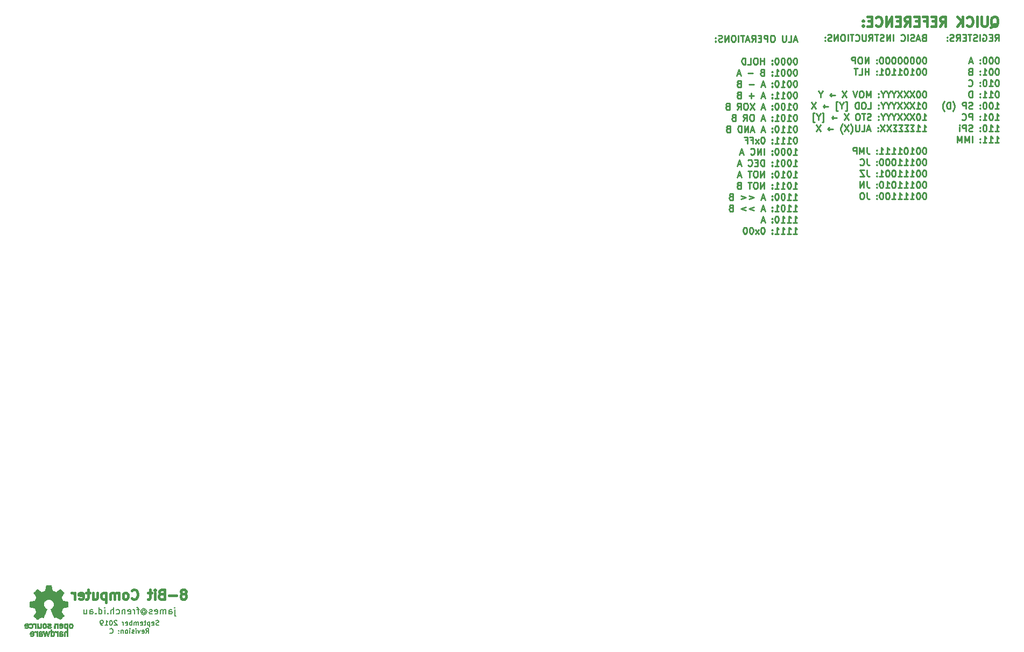
<source format=gbo>
G04 #@! TF.GenerationSoftware,KiCad,Pcbnew,5.1.4+dfsg1-1~bpo10+1*
G04 #@! TF.CreationDate,2019-09-21T23:22:25+08:00*
G04 #@! TF.ProjectId,8-Bit CPU,382d4269-7420-4435-9055-2e6b69636164,rev?*
G04 #@! TF.SameCoordinates,Original*
G04 #@! TF.FileFunction,Legend,Bot*
G04 #@! TF.FilePolarity,Positive*
%FSLAX46Y46*%
G04 Gerber Fmt 4.6, Leading zero omitted, Abs format (unit mm)*
G04 Created by KiCad (PCBNEW 5.1.4+dfsg1-1~bpo10+1) date 2019-09-21 23:22:25*
%MOMM*%
%LPD*%
G04 APERTURE LIST*
%ADD10C,0.381000*%
%ADD11C,0.254000*%
%ADD12C,0.203200*%
%ADD13C,0.150000*%
%ADD14C,0.010000*%
G04 APERTURE END LIST*
D10*
X193318492Y-58619571D02*
X193463635Y-58547000D01*
X193608778Y-58401857D01*
X193826492Y-58184142D01*
X193971635Y-58111571D01*
X194116778Y-58111571D01*
X194044207Y-58474428D02*
X194189350Y-58401857D01*
X194334492Y-58256714D01*
X194407064Y-57966428D01*
X194407064Y-57458428D01*
X194334492Y-57168142D01*
X194189350Y-57023000D01*
X194044207Y-56950428D01*
X193753921Y-56950428D01*
X193608778Y-57023000D01*
X193463635Y-57168142D01*
X193391064Y-57458428D01*
X193391064Y-57966428D01*
X193463635Y-58256714D01*
X193608778Y-58401857D01*
X193753921Y-58474428D01*
X194044207Y-58474428D01*
X192737921Y-56950428D02*
X192737921Y-58184142D01*
X192665350Y-58329285D01*
X192592778Y-58401857D01*
X192447635Y-58474428D01*
X192157350Y-58474428D01*
X192012207Y-58401857D01*
X191939635Y-58329285D01*
X191867064Y-58184142D01*
X191867064Y-56950428D01*
X191141350Y-58474428D02*
X191141350Y-56950428D01*
X189544778Y-58329285D02*
X189617350Y-58401857D01*
X189835064Y-58474428D01*
X189980207Y-58474428D01*
X190197921Y-58401857D01*
X190343064Y-58256714D01*
X190415635Y-58111571D01*
X190488207Y-57821285D01*
X190488207Y-57603571D01*
X190415635Y-57313285D01*
X190343064Y-57168142D01*
X190197921Y-57023000D01*
X189980207Y-56950428D01*
X189835064Y-56950428D01*
X189617350Y-57023000D01*
X189544778Y-57095571D01*
X188891635Y-58474428D02*
X188891635Y-56950428D01*
X188020778Y-58474428D02*
X188673921Y-57603571D01*
X188020778Y-56950428D02*
X188891635Y-57821285D01*
X185335635Y-58474428D02*
X185843635Y-57748714D01*
X186206492Y-58474428D02*
X186206492Y-56950428D01*
X185625921Y-56950428D01*
X185480778Y-57023000D01*
X185408207Y-57095571D01*
X185335635Y-57240714D01*
X185335635Y-57458428D01*
X185408207Y-57603571D01*
X185480778Y-57676142D01*
X185625921Y-57748714D01*
X186206492Y-57748714D01*
X184682492Y-57676142D02*
X184174492Y-57676142D01*
X183956778Y-58474428D02*
X184682492Y-58474428D01*
X184682492Y-56950428D01*
X183956778Y-56950428D01*
X182795635Y-57676142D02*
X183303635Y-57676142D01*
X183303635Y-58474428D02*
X183303635Y-56950428D01*
X182577921Y-56950428D01*
X181997350Y-57676142D02*
X181489350Y-57676142D01*
X181271635Y-58474428D02*
X181997350Y-58474428D01*
X181997350Y-56950428D01*
X181271635Y-56950428D01*
X179747635Y-58474428D02*
X180255635Y-57748714D01*
X180618492Y-58474428D02*
X180618492Y-56950428D01*
X180037921Y-56950428D01*
X179892778Y-57023000D01*
X179820207Y-57095571D01*
X179747635Y-57240714D01*
X179747635Y-57458428D01*
X179820207Y-57603571D01*
X179892778Y-57676142D01*
X180037921Y-57748714D01*
X180618492Y-57748714D01*
X179094492Y-57676142D02*
X178586492Y-57676142D01*
X178368778Y-58474428D02*
X179094492Y-58474428D01*
X179094492Y-56950428D01*
X178368778Y-56950428D01*
X177715635Y-58474428D02*
X177715635Y-56950428D01*
X176844778Y-58474428D01*
X176844778Y-56950428D01*
X175248207Y-58329285D02*
X175320778Y-58401857D01*
X175538492Y-58474428D01*
X175683635Y-58474428D01*
X175901350Y-58401857D01*
X176046492Y-58256714D01*
X176119064Y-58111571D01*
X176191635Y-57821285D01*
X176191635Y-57603571D01*
X176119064Y-57313285D01*
X176046492Y-57168142D01*
X175901350Y-57023000D01*
X175683635Y-56950428D01*
X175538492Y-56950428D01*
X175320778Y-57023000D01*
X175248207Y-57095571D01*
X174595064Y-57676142D02*
X174087064Y-57676142D01*
X173869350Y-58474428D02*
X174595064Y-58474428D01*
X174595064Y-56950428D01*
X173869350Y-56950428D01*
X173216207Y-58329285D02*
X173143635Y-58401857D01*
X173216207Y-58474428D01*
X173288778Y-58401857D01*
X173216207Y-58329285D01*
X173216207Y-58474428D01*
X173216207Y-57531000D02*
X173143635Y-57603571D01*
X173216207Y-57676142D01*
X173288778Y-57603571D01*
X173216207Y-57531000D01*
X173216207Y-57676142D01*
D11*
X182769328Y-60252428D02*
X182624185Y-60300809D01*
X182575804Y-60349190D01*
X182527423Y-60445952D01*
X182527423Y-60591095D01*
X182575804Y-60687857D01*
X182624185Y-60736238D01*
X182720947Y-60784619D01*
X183107995Y-60784619D01*
X183107995Y-59768619D01*
X182769328Y-59768619D01*
X182672566Y-59817000D01*
X182624185Y-59865380D01*
X182575804Y-59962142D01*
X182575804Y-60058904D01*
X182624185Y-60155666D01*
X182672566Y-60204047D01*
X182769328Y-60252428D01*
X183107995Y-60252428D01*
X182140376Y-60494333D02*
X181656566Y-60494333D01*
X182237138Y-60784619D02*
X181898471Y-59768619D01*
X181559804Y-60784619D01*
X181269519Y-60736238D02*
X181124376Y-60784619D01*
X180882471Y-60784619D01*
X180785709Y-60736238D01*
X180737328Y-60687857D01*
X180688947Y-60591095D01*
X180688947Y-60494333D01*
X180737328Y-60397571D01*
X180785709Y-60349190D01*
X180882471Y-60300809D01*
X181075995Y-60252428D01*
X181172757Y-60204047D01*
X181221138Y-60155666D01*
X181269519Y-60058904D01*
X181269519Y-59962142D01*
X181221138Y-59865380D01*
X181172757Y-59817000D01*
X181075995Y-59768619D01*
X180834090Y-59768619D01*
X180688947Y-59817000D01*
X180253519Y-60784619D02*
X180253519Y-59768619D01*
X179189138Y-60687857D02*
X179237519Y-60736238D01*
X179382661Y-60784619D01*
X179479423Y-60784619D01*
X179624566Y-60736238D01*
X179721328Y-60639476D01*
X179769709Y-60542714D01*
X179818090Y-60349190D01*
X179818090Y-60204047D01*
X179769709Y-60010523D01*
X179721328Y-59913761D01*
X179624566Y-59817000D01*
X179479423Y-59768619D01*
X179382661Y-59768619D01*
X179237519Y-59817000D01*
X179189138Y-59865380D01*
X177979614Y-60784619D02*
X177979614Y-59768619D01*
X177495804Y-60784619D02*
X177495804Y-59768619D01*
X176915233Y-60784619D01*
X176915233Y-59768619D01*
X176479804Y-60736238D02*
X176334661Y-60784619D01*
X176092757Y-60784619D01*
X175995995Y-60736238D01*
X175947614Y-60687857D01*
X175899233Y-60591095D01*
X175899233Y-60494333D01*
X175947614Y-60397571D01*
X175995995Y-60349190D01*
X176092757Y-60300809D01*
X176286280Y-60252428D01*
X176383042Y-60204047D01*
X176431423Y-60155666D01*
X176479804Y-60058904D01*
X176479804Y-59962142D01*
X176431423Y-59865380D01*
X176383042Y-59817000D01*
X176286280Y-59768619D01*
X176044376Y-59768619D01*
X175899233Y-59817000D01*
X175608947Y-59768619D02*
X175028376Y-59768619D01*
X175318661Y-60784619D02*
X175318661Y-59768619D01*
X174109138Y-60784619D02*
X174447804Y-60300809D01*
X174689709Y-60784619D02*
X174689709Y-59768619D01*
X174302661Y-59768619D01*
X174205900Y-59817000D01*
X174157519Y-59865380D01*
X174109138Y-59962142D01*
X174109138Y-60107285D01*
X174157519Y-60204047D01*
X174205900Y-60252428D01*
X174302661Y-60300809D01*
X174689709Y-60300809D01*
X173673709Y-59768619D02*
X173673709Y-60591095D01*
X173625328Y-60687857D01*
X173576947Y-60736238D01*
X173480185Y-60784619D01*
X173286661Y-60784619D01*
X173189900Y-60736238D01*
X173141519Y-60687857D01*
X173093138Y-60591095D01*
X173093138Y-59768619D01*
X172028757Y-60687857D02*
X172077138Y-60736238D01*
X172222280Y-60784619D01*
X172319042Y-60784619D01*
X172464185Y-60736238D01*
X172560947Y-60639476D01*
X172609328Y-60542714D01*
X172657709Y-60349190D01*
X172657709Y-60204047D01*
X172609328Y-60010523D01*
X172560947Y-59913761D01*
X172464185Y-59817000D01*
X172319042Y-59768619D01*
X172222280Y-59768619D01*
X172077138Y-59817000D01*
X172028757Y-59865380D01*
X171738471Y-59768619D02*
X171157900Y-59768619D01*
X171448185Y-60784619D02*
X171448185Y-59768619D01*
X170819233Y-60784619D02*
X170819233Y-59768619D01*
X170141900Y-59768619D02*
X169948376Y-59768619D01*
X169851614Y-59817000D01*
X169754852Y-59913761D01*
X169706471Y-60107285D01*
X169706471Y-60445952D01*
X169754852Y-60639476D01*
X169851614Y-60736238D01*
X169948376Y-60784619D01*
X170141900Y-60784619D01*
X170238661Y-60736238D01*
X170335423Y-60639476D01*
X170383804Y-60445952D01*
X170383804Y-60107285D01*
X170335423Y-59913761D01*
X170238661Y-59817000D01*
X170141900Y-59768619D01*
X169271042Y-60784619D02*
X169271042Y-59768619D01*
X168690471Y-60784619D01*
X168690471Y-59768619D01*
X168255042Y-60736238D02*
X168109900Y-60784619D01*
X167867995Y-60784619D01*
X167771233Y-60736238D01*
X167722852Y-60687857D01*
X167674471Y-60591095D01*
X167674471Y-60494333D01*
X167722852Y-60397571D01*
X167771233Y-60349190D01*
X167867995Y-60300809D01*
X168061519Y-60252428D01*
X168158280Y-60204047D01*
X168206661Y-60155666D01*
X168255042Y-60058904D01*
X168255042Y-59962142D01*
X168206661Y-59865380D01*
X168158280Y-59817000D01*
X168061519Y-59768619D01*
X167819614Y-59768619D01*
X167674471Y-59817000D01*
X167239042Y-60687857D02*
X167190661Y-60736238D01*
X167239042Y-60784619D01*
X167287423Y-60736238D01*
X167239042Y-60687857D01*
X167239042Y-60784619D01*
X167239042Y-60155666D02*
X167190661Y-60204047D01*
X167239042Y-60252428D01*
X167287423Y-60204047D01*
X167239042Y-60155666D01*
X167239042Y-60252428D01*
X182914471Y-63324619D02*
X182817709Y-63324619D01*
X182720947Y-63373000D01*
X182672566Y-63421380D01*
X182624185Y-63518142D01*
X182575804Y-63711666D01*
X182575804Y-63953571D01*
X182624185Y-64147095D01*
X182672566Y-64243857D01*
X182720947Y-64292238D01*
X182817709Y-64340619D01*
X182914471Y-64340619D01*
X183011233Y-64292238D01*
X183059614Y-64243857D01*
X183107995Y-64147095D01*
X183156376Y-63953571D01*
X183156376Y-63711666D01*
X183107995Y-63518142D01*
X183059614Y-63421380D01*
X183011233Y-63373000D01*
X182914471Y-63324619D01*
X181946852Y-63324619D02*
X181850090Y-63324619D01*
X181753328Y-63373000D01*
X181704947Y-63421380D01*
X181656566Y-63518142D01*
X181608185Y-63711666D01*
X181608185Y-63953571D01*
X181656566Y-64147095D01*
X181704947Y-64243857D01*
X181753328Y-64292238D01*
X181850090Y-64340619D01*
X181946852Y-64340619D01*
X182043614Y-64292238D01*
X182091995Y-64243857D01*
X182140376Y-64147095D01*
X182188757Y-63953571D01*
X182188757Y-63711666D01*
X182140376Y-63518142D01*
X182091995Y-63421380D01*
X182043614Y-63373000D01*
X181946852Y-63324619D01*
X180979233Y-63324619D02*
X180882471Y-63324619D01*
X180785709Y-63373000D01*
X180737328Y-63421380D01*
X180688947Y-63518142D01*
X180640566Y-63711666D01*
X180640566Y-63953571D01*
X180688947Y-64147095D01*
X180737328Y-64243857D01*
X180785709Y-64292238D01*
X180882471Y-64340619D01*
X180979233Y-64340619D01*
X181075995Y-64292238D01*
X181124376Y-64243857D01*
X181172757Y-64147095D01*
X181221138Y-63953571D01*
X181221138Y-63711666D01*
X181172757Y-63518142D01*
X181124376Y-63421380D01*
X181075995Y-63373000D01*
X180979233Y-63324619D01*
X180011614Y-63324619D02*
X179914852Y-63324619D01*
X179818090Y-63373000D01*
X179769709Y-63421380D01*
X179721328Y-63518142D01*
X179672947Y-63711666D01*
X179672947Y-63953571D01*
X179721328Y-64147095D01*
X179769709Y-64243857D01*
X179818090Y-64292238D01*
X179914852Y-64340619D01*
X180011614Y-64340619D01*
X180108376Y-64292238D01*
X180156757Y-64243857D01*
X180205138Y-64147095D01*
X180253519Y-63953571D01*
X180253519Y-63711666D01*
X180205138Y-63518142D01*
X180156757Y-63421380D01*
X180108376Y-63373000D01*
X180011614Y-63324619D01*
X179043995Y-63324619D02*
X178947233Y-63324619D01*
X178850471Y-63373000D01*
X178802090Y-63421380D01*
X178753709Y-63518142D01*
X178705328Y-63711666D01*
X178705328Y-63953571D01*
X178753709Y-64147095D01*
X178802090Y-64243857D01*
X178850471Y-64292238D01*
X178947233Y-64340619D01*
X179043995Y-64340619D01*
X179140757Y-64292238D01*
X179189138Y-64243857D01*
X179237519Y-64147095D01*
X179285900Y-63953571D01*
X179285900Y-63711666D01*
X179237519Y-63518142D01*
X179189138Y-63421380D01*
X179140757Y-63373000D01*
X179043995Y-63324619D01*
X178076376Y-63324619D02*
X177979614Y-63324619D01*
X177882852Y-63373000D01*
X177834471Y-63421380D01*
X177786090Y-63518142D01*
X177737709Y-63711666D01*
X177737709Y-63953571D01*
X177786090Y-64147095D01*
X177834471Y-64243857D01*
X177882852Y-64292238D01*
X177979614Y-64340619D01*
X178076376Y-64340619D01*
X178173138Y-64292238D01*
X178221519Y-64243857D01*
X178269900Y-64147095D01*
X178318280Y-63953571D01*
X178318280Y-63711666D01*
X178269900Y-63518142D01*
X178221519Y-63421380D01*
X178173138Y-63373000D01*
X178076376Y-63324619D01*
X177108757Y-63324619D02*
X177011995Y-63324619D01*
X176915233Y-63373000D01*
X176866852Y-63421380D01*
X176818471Y-63518142D01*
X176770090Y-63711666D01*
X176770090Y-63953571D01*
X176818471Y-64147095D01*
X176866852Y-64243857D01*
X176915233Y-64292238D01*
X177011995Y-64340619D01*
X177108757Y-64340619D01*
X177205519Y-64292238D01*
X177253900Y-64243857D01*
X177302280Y-64147095D01*
X177350661Y-63953571D01*
X177350661Y-63711666D01*
X177302280Y-63518142D01*
X177253900Y-63421380D01*
X177205519Y-63373000D01*
X177108757Y-63324619D01*
X176141138Y-63324619D02*
X176044376Y-63324619D01*
X175947614Y-63373000D01*
X175899233Y-63421380D01*
X175850852Y-63518142D01*
X175802471Y-63711666D01*
X175802471Y-63953571D01*
X175850852Y-64147095D01*
X175899233Y-64243857D01*
X175947614Y-64292238D01*
X176044376Y-64340619D01*
X176141138Y-64340619D01*
X176237900Y-64292238D01*
X176286280Y-64243857D01*
X176334661Y-64147095D01*
X176383042Y-63953571D01*
X176383042Y-63711666D01*
X176334661Y-63518142D01*
X176286280Y-63421380D01*
X176237900Y-63373000D01*
X176141138Y-63324619D01*
X175367042Y-64243857D02*
X175318661Y-64292238D01*
X175367042Y-64340619D01*
X175415423Y-64292238D01*
X175367042Y-64243857D01*
X175367042Y-64340619D01*
X175367042Y-63711666D02*
X175318661Y-63760047D01*
X175367042Y-63808428D01*
X175415423Y-63760047D01*
X175367042Y-63711666D01*
X175367042Y-63808428D01*
X174109138Y-64340619D02*
X174109138Y-63324619D01*
X173528566Y-64340619D01*
X173528566Y-63324619D01*
X172851233Y-63324619D02*
X172657709Y-63324619D01*
X172560947Y-63373000D01*
X172464185Y-63469761D01*
X172415804Y-63663285D01*
X172415804Y-64001952D01*
X172464185Y-64195476D01*
X172560947Y-64292238D01*
X172657709Y-64340619D01*
X172851233Y-64340619D01*
X172947995Y-64292238D01*
X173044757Y-64195476D01*
X173093138Y-64001952D01*
X173093138Y-63663285D01*
X173044757Y-63469761D01*
X172947995Y-63373000D01*
X172851233Y-63324619D01*
X171980376Y-64340619D02*
X171980376Y-63324619D01*
X171593328Y-63324619D01*
X171496566Y-63373000D01*
X171448185Y-63421380D01*
X171399804Y-63518142D01*
X171399804Y-63663285D01*
X171448185Y-63760047D01*
X171496566Y-63808428D01*
X171593328Y-63856809D01*
X171980376Y-63856809D01*
X182914471Y-65102619D02*
X182817709Y-65102619D01*
X182720947Y-65151000D01*
X182672566Y-65199380D01*
X182624185Y-65296142D01*
X182575804Y-65489666D01*
X182575804Y-65731571D01*
X182624185Y-65925095D01*
X182672566Y-66021857D01*
X182720947Y-66070238D01*
X182817709Y-66118619D01*
X182914471Y-66118619D01*
X183011233Y-66070238D01*
X183059614Y-66021857D01*
X183107995Y-65925095D01*
X183156376Y-65731571D01*
X183156376Y-65489666D01*
X183107995Y-65296142D01*
X183059614Y-65199380D01*
X183011233Y-65151000D01*
X182914471Y-65102619D01*
X181946852Y-65102619D02*
X181850090Y-65102619D01*
X181753328Y-65151000D01*
X181704947Y-65199380D01*
X181656566Y-65296142D01*
X181608185Y-65489666D01*
X181608185Y-65731571D01*
X181656566Y-65925095D01*
X181704947Y-66021857D01*
X181753328Y-66070238D01*
X181850090Y-66118619D01*
X181946852Y-66118619D01*
X182043614Y-66070238D01*
X182091995Y-66021857D01*
X182140376Y-65925095D01*
X182188757Y-65731571D01*
X182188757Y-65489666D01*
X182140376Y-65296142D01*
X182091995Y-65199380D01*
X182043614Y-65151000D01*
X181946852Y-65102619D01*
X180640566Y-66118619D02*
X181221138Y-66118619D01*
X180930852Y-66118619D02*
X180930852Y-65102619D01*
X181027614Y-65247761D01*
X181124376Y-65344523D01*
X181221138Y-65392904D01*
X180011614Y-65102619D02*
X179914852Y-65102619D01*
X179818090Y-65151000D01*
X179769709Y-65199380D01*
X179721328Y-65296142D01*
X179672947Y-65489666D01*
X179672947Y-65731571D01*
X179721328Y-65925095D01*
X179769709Y-66021857D01*
X179818090Y-66070238D01*
X179914852Y-66118619D01*
X180011614Y-66118619D01*
X180108376Y-66070238D01*
X180156757Y-66021857D01*
X180205138Y-65925095D01*
X180253519Y-65731571D01*
X180253519Y-65489666D01*
X180205138Y-65296142D01*
X180156757Y-65199380D01*
X180108376Y-65151000D01*
X180011614Y-65102619D01*
X178705328Y-66118619D02*
X179285900Y-66118619D01*
X178995614Y-66118619D02*
X178995614Y-65102619D01*
X179092376Y-65247761D01*
X179189138Y-65344523D01*
X179285900Y-65392904D01*
X177737709Y-66118619D02*
X178318280Y-66118619D01*
X178027995Y-66118619D02*
X178027995Y-65102619D01*
X178124757Y-65247761D01*
X178221519Y-65344523D01*
X178318280Y-65392904D01*
X177108757Y-65102619D02*
X177011995Y-65102619D01*
X176915233Y-65151000D01*
X176866852Y-65199380D01*
X176818471Y-65296142D01*
X176770090Y-65489666D01*
X176770090Y-65731571D01*
X176818471Y-65925095D01*
X176866852Y-66021857D01*
X176915233Y-66070238D01*
X177011995Y-66118619D01*
X177108757Y-66118619D01*
X177205519Y-66070238D01*
X177253900Y-66021857D01*
X177302280Y-65925095D01*
X177350661Y-65731571D01*
X177350661Y-65489666D01*
X177302280Y-65296142D01*
X177253900Y-65199380D01*
X177205519Y-65151000D01*
X177108757Y-65102619D01*
X175802471Y-66118619D02*
X176383042Y-66118619D01*
X176092757Y-66118619D02*
X176092757Y-65102619D01*
X176189519Y-65247761D01*
X176286280Y-65344523D01*
X176383042Y-65392904D01*
X175367042Y-66021857D02*
X175318661Y-66070238D01*
X175367042Y-66118619D01*
X175415423Y-66070238D01*
X175367042Y-66021857D01*
X175367042Y-66118619D01*
X175367042Y-65489666D02*
X175318661Y-65538047D01*
X175367042Y-65586428D01*
X175415423Y-65538047D01*
X175367042Y-65489666D01*
X175367042Y-65586428D01*
X174109138Y-66118619D02*
X174109138Y-65102619D01*
X174109138Y-65586428D02*
X173528566Y-65586428D01*
X173528566Y-66118619D02*
X173528566Y-65102619D01*
X172560947Y-66118619D02*
X173044757Y-66118619D01*
X173044757Y-65102619D01*
X172367423Y-65102619D02*
X171786852Y-65102619D01*
X172077138Y-66118619D02*
X172077138Y-65102619D01*
X182914471Y-68658619D02*
X182817709Y-68658619D01*
X182720947Y-68707000D01*
X182672566Y-68755380D01*
X182624185Y-68852142D01*
X182575804Y-69045666D01*
X182575804Y-69287571D01*
X182624185Y-69481095D01*
X182672566Y-69577857D01*
X182720947Y-69626238D01*
X182817709Y-69674619D01*
X182914471Y-69674619D01*
X183011233Y-69626238D01*
X183059614Y-69577857D01*
X183107995Y-69481095D01*
X183156376Y-69287571D01*
X183156376Y-69045666D01*
X183107995Y-68852142D01*
X183059614Y-68755380D01*
X183011233Y-68707000D01*
X182914471Y-68658619D01*
X181946852Y-68658619D02*
X181850090Y-68658619D01*
X181753328Y-68707000D01*
X181704947Y-68755380D01*
X181656566Y-68852142D01*
X181608185Y-69045666D01*
X181608185Y-69287571D01*
X181656566Y-69481095D01*
X181704947Y-69577857D01*
X181753328Y-69626238D01*
X181850090Y-69674619D01*
X181946852Y-69674619D01*
X182043614Y-69626238D01*
X182091995Y-69577857D01*
X182140376Y-69481095D01*
X182188757Y-69287571D01*
X182188757Y-69045666D01*
X182140376Y-68852142D01*
X182091995Y-68755380D01*
X182043614Y-68707000D01*
X181946852Y-68658619D01*
X181269519Y-68658619D02*
X180592185Y-69674619D01*
X180592185Y-68658619D02*
X181269519Y-69674619D01*
X180301900Y-68658619D02*
X179624566Y-69674619D01*
X179624566Y-68658619D02*
X180301900Y-69674619D01*
X179334280Y-68658619D02*
X178656947Y-69674619D01*
X178656947Y-68658619D02*
X179334280Y-69674619D01*
X178076376Y-69190809D02*
X178076376Y-69674619D01*
X178415042Y-68658619D02*
X178076376Y-69190809D01*
X177737709Y-68658619D01*
X177205519Y-69190809D02*
X177205519Y-69674619D01*
X177544185Y-68658619D02*
X177205519Y-69190809D01*
X176866852Y-68658619D01*
X176334661Y-69190809D02*
X176334661Y-69674619D01*
X176673328Y-68658619D02*
X176334661Y-69190809D01*
X175995995Y-68658619D01*
X175657328Y-69577857D02*
X175608947Y-69626238D01*
X175657328Y-69674619D01*
X175705709Y-69626238D01*
X175657328Y-69577857D01*
X175657328Y-69674619D01*
X175657328Y-69045666D02*
X175608947Y-69094047D01*
X175657328Y-69142428D01*
X175705709Y-69094047D01*
X175657328Y-69045666D01*
X175657328Y-69142428D01*
X174399423Y-69674619D02*
X174399423Y-68658619D01*
X174060757Y-69384333D01*
X173722090Y-68658619D01*
X173722090Y-69674619D01*
X173044757Y-68658619D02*
X172851233Y-68658619D01*
X172754471Y-68707000D01*
X172657709Y-68803761D01*
X172609328Y-68997285D01*
X172609328Y-69335952D01*
X172657709Y-69529476D01*
X172754471Y-69626238D01*
X172851233Y-69674619D01*
X173044757Y-69674619D01*
X173141519Y-69626238D01*
X173238280Y-69529476D01*
X173286661Y-69335952D01*
X173286661Y-68997285D01*
X173238280Y-68803761D01*
X173141519Y-68707000D01*
X173044757Y-68658619D01*
X172319042Y-68658619D02*
X171980376Y-69674619D01*
X171641709Y-68658619D01*
X170625709Y-68658619D02*
X169948376Y-69674619D01*
X169948376Y-68658619D02*
X170625709Y-69674619D01*
X168787233Y-69287571D02*
X168013138Y-69287571D01*
X168206661Y-69481095D02*
X168013138Y-69287571D01*
X168206661Y-69094047D01*
X166561709Y-69190809D02*
X166561709Y-69674619D01*
X166900376Y-68658619D02*
X166561709Y-69190809D01*
X166223042Y-68658619D01*
X182914471Y-70436619D02*
X182817709Y-70436619D01*
X182720947Y-70485000D01*
X182672566Y-70533380D01*
X182624185Y-70630142D01*
X182575804Y-70823666D01*
X182575804Y-71065571D01*
X182624185Y-71259095D01*
X182672566Y-71355857D01*
X182720947Y-71404238D01*
X182817709Y-71452619D01*
X182914471Y-71452619D01*
X183011233Y-71404238D01*
X183059614Y-71355857D01*
X183107995Y-71259095D01*
X183156376Y-71065571D01*
X183156376Y-70823666D01*
X183107995Y-70630142D01*
X183059614Y-70533380D01*
X183011233Y-70485000D01*
X182914471Y-70436619D01*
X181608185Y-71452619D02*
X182188757Y-71452619D01*
X181898471Y-71452619D02*
X181898471Y-70436619D01*
X181995233Y-70581761D01*
X182091995Y-70678523D01*
X182188757Y-70726904D01*
X181269519Y-70436619D02*
X180592185Y-71452619D01*
X180592185Y-70436619D02*
X181269519Y-71452619D01*
X180301900Y-70436619D02*
X179624566Y-71452619D01*
X179624566Y-70436619D02*
X180301900Y-71452619D01*
X179334280Y-70436619D02*
X178656947Y-71452619D01*
X178656947Y-70436619D02*
X179334280Y-71452619D01*
X178076376Y-70968809D02*
X178076376Y-71452619D01*
X178415042Y-70436619D02*
X178076376Y-70968809D01*
X177737709Y-70436619D01*
X177205519Y-70968809D02*
X177205519Y-71452619D01*
X177544185Y-70436619D02*
X177205519Y-70968809D01*
X176866852Y-70436619D01*
X176334661Y-70968809D02*
X176334661Y-71452619D01*
X176673328Y-70436619D02*
X176334661Y-70968809D01*
X175995995Y-70436619D01*
X175657328Y-71355857D02*
X175608947Y-71404238D01*
X175657328Y-71452619D01*
X175705709Y-71404238D01*
X175657328Y-71355857D01*
X175657328Y-71452619D01*
X175657328Y-70823666D02*
X175608947Y-70872047D01*
X175657328Y-70920428D01*
X175705709Y-70872047D01*
X175657328Y-70823666D01*
X175657328Y-70920428D01*
X173915614Y-71452619D02*
X174399423Y-71452619D01*
X174399423Y-70436619D01*
X173383423Y-70436619D02*
X173189900Y-70436619D01*
X173093138Y-70485000D01*
X172996376Y-70581761D01*
X172947995Y-70775285D01*
X172947995Y-71113952D01*
X172996376Y-71307476D01*
X173093138Y-71404238D01*
X173189900Y-71452619D01*
X173383423Y-71452619D01*
X173480185Y-71404238D01*
X173576947Y-71307476D01*
X173625328Y-71113952D01*
X173625328Y-70775285D01*
X173576947Y-70581761D01*
X173480185Y-70485000D01*
X173383423Y-70436619D01*
X172512566Y-71452619D02*
X172512566Y-70436619D01*
X172270661Y-70436619D01*
X172125519Y-70485000D01*
X172028757Y-70581761D01*
X171980376Y-70678523D01*
X171931995Y-70872047D01*
X171931995Y-71017190D01*
X171980376Y-71210714D01*
X172028757Y-71307476D01*
X172125519Y-71404238D01*
X172270661Y-71452619D01*
X172512566Y-71452619D01*
X170432185Y-71791285D02*
X170674090Y-71791285D01*
X170674090Y-70339857D01*
X170432185Y-70339857D01*
X169851614Y-70968809D02*
X169851614Y-71452619D01*
X170190280Y-70436619D02*
X169851614Y-70968809D01*
X169512947Y-70436619D01*
X169271042Y-71791285D02*
X169029138Y-71791285D01*
X169029138Y-70339857D01*
X169271042Y-70339857D01*
X167722852Y-71065571D02*
X166948757Y-71065571D01*
X167142280Y-71259095D02*
X166948757Y-71065571D01*
X167142280Y-70872047D01*
X165787614Y-70436619D02*
X165110280Y-71452619D01*
X165110280Y-70436619D02*
X165787614Y-71452619D01*
X182575804Y-73230619D02*
X183156376Y-73230619D01*
X182866090Y-73230619D02*
X182866090Y-72214619D01*
X182962852Y-72359761D01*
X183059614Y-72456523D01*
X183156376Y-72504904D01*
X181946852Y-72214619D02*
X181850090Y-72214619D01*
X181753328Y-72263000D01*
X181704947Y-72311380D01*
X181656566Y-72408142D01*
X181608185Y-72601666D01*
X181608185Y-72843571D01*
X181656566Y-73037095D01*
X181704947Y-73133857D01*
X181753328Y-73182238D01*
X181850090Y-73230619D01*
X181946852Y-73230619D01*
X182043614Y-73182238D01*
X182091995Y-73133857D01*
X182140376Y-73037095D01*
X182188757Y-72843571D01*
X182188757Y-72601666D01*
X182140376Y-72408142D01*
X182091995Y-72311380D01*
X182043614Y-72263000D01*
X181946852Y-72214619D01*
X181269519Y-72214619D02*
X180592185Y-73230619D01*
X180592185Y-72214619D02*
X181269519Y-73230619D01*
X180301900Y-72214619D02*
X179624566Y-73230619D01*
X179624566Y-72214619D02*
X180301900Y-73230619D01*
X179334280Y-72214619D02*
X178656947Y-73230619D01*
X178656947Y-72214619D02*
X179334280Y-73230619D01*
X178076376Y-72746809D02*
X178076376Y-73230619D01*
X178415042Y-72214619D02*
X178076376Y-72746809D01*
X177737709Y-72214619D01*
X177205519Y-72746809D02*
X177205519Y-73230619D01*
X177544185Y-72214619D02*
X177205519Y-72746809D01*
X176866852Y-72214619D01*
X176334661Y-72746809D02*
X176334661Y-73230619D01*
X176673328Y-72214619D02*
X176334661Y-72746809D01*
X175995995Y-72214619D01*
X175657328Y-73133857D02*
X175608947Y-73182238D01*
X175657328Y-73230619D01*
X175705709Y-73182238D01*
X175657328Y-73133857D01*
X175657328Y-73230619D01*
X175657328Y-72601666D02*
X175608947Y-72650047D01*
X175657328Y-72698428D01*
X175705709Y-72650047D01*
X175657328Y-72601666D01*
X175657328Y-72698428D01*
X174447804Y-73182238D02*
X174302661Y-73230619D01*
X174060757Y-73230619D01*
X173963995Y-73182238D01*
X173915614Y-73133857D01*
X173867233Y-73037095D01*
X173867233Y-72940333D01*
X173915614Y-72843571D01*
X173963995Y-72795190D01*
X174060757Y-72746809D01*
X174254280Y-72698428D01*
X174351042Y-72650047D01*
X174399423Y-72601666D01*
X174447804Y-72504904D01*
X174447804Y-72408142D01*
X174399423Y-72311380D01*
X174351042Y-72263000D01*
X174254280Y-72214619D01*
X174012376Y-72214619D01*
X173867233Y-72263000D01*
X173576947Y-72214619D02*
X172996376Y-72214619D01*
X173286661Y-73230619D02*
X173286661Y-72214619D01*
X172464185Y-72214619D02*
X172270661Y-72214619D01*
X172173900Y-72263000D01*
X172077138Y-72359761D01*
X172028757Y-72553285D01*
X172028757Y-72891952D01*
X172077138Y-73085476D01*
X172173900Y-73182238D01*
X172270661Y-73230619D01*
X172464185Y-73230619D01*
X172560947Y-73182238D01*
X172657709Y-73085476D01*
X172706090Y-72891952D01*
X172706090Y-72553285D01*
X172657709Y-72359761D01*
X172560947Y-72263000D01*
X172464185Y-72214619D01*
X170915995Y-72214619D02*
X170238661Y-73230619D01*
X170238661Y-72214619D02*
X170915995Y-73230619D01*
X169077519Y-72843571D02*
X168303423Y-72843571D01*
X168496947Y-73037095D02*
X168303423Y-72843571D01*
X168496947Y-72650047D01*
X166755233Y-73569285D02*
X166997138Y-73569285D01*
X166997138Y-72117857D01*
X166755233Y-72117857D01*
X166174661Y-72746809D02*
X166174661Y-73230619D01*
X166513328Y-72214619D02*
X166174661Y-72746809D01*
X165835995Y-72214619D01*
X165594090Y-73569285D02*
X165352185Y-73569285D01*
X165352185Y-72117857D01*
X165594090Y-72117857D01*
X182575804Y-75008619D02*
X183156376Y-75008619D01*
X182866090Y-75008619D02*
X182866090Y-73992619D01*
X182962852Y-74137761D01*
X183059614Y-74234523D01*
X183156376Y-74282904D01*
X181608185Y-75008619D02*
X182188757Y-75008619D01*
X181898471Y-75008619D02*
X181898471Y-73992619D01*
X181995233Y-74137761D01*
X182091995Y-74234523D01*
X182188757Y-74282904D01*
X180688947Y-75008619D02*
X181221138Y-75008619D01*
X180882471Y-74476428D01*
X181221138Y-73992619D01*
X180688947Y-73992619D01*
X179769709Y-75008619D02*
X180301900Y-75008619D01*
X179963233Y-74476428D01*
X180301900Y-73992619D01*
X179769709Y-73992619D01*
X178850471Y-75008619D02*
X179382661Y-75008619D01*
X179043995Y-74476428D01*
X179382661Y-73992619D01*
X178850471Y-73992619D01*
X177931233Y-75008619D02*
X178463423Y-75008619D01*
X178124757Y-74476428D01*
X178463423Y-73992619D01*
X177931233Y-73992619D01*
X177592566Y-73992619D02*
X176915233Y-75008619D01*
X176915233Y-73992619D02*
X177592566Y-75008619D01*
X176624947Y-73992619D02*
X175947614Y-75008619D01*
X175947614Y-73992619D02*
X176624947Y-75008619D01*
X175560566Y-74911857D02*
X175512185Y-74960238D01*
X175560566Y-75008619D01*
X175608947Y-74960238D01*
X175560566Y-74911857D01*
X175560566Y-75008619D01*
X175560566Y-74379666D02*
X175512185Y-74428047D01*
X175560566Y-74476428D01*
X175608947Y-74428047D01*
X175560566Y-74379666D01*
X175560566Y-74476428D01*
X174351042Y-74718333D02*
X173867233Y-74718333D01*
X174447804Y-75008619D02*
X174109138Y-73992619D01*
X173770471Y-75008619D01*
X172947995Y-75008619D02*
X173431804Y-75008619D01*
X173431804Y-73992619D01*
X172609328Y-73992619D02*
X172609328Y-74815095D01*
X172560947Y-74911857D01*
X172512566Y-74960238D01*
X172415804Y-75008619D01*
X172222280Y-75008619D01*
X172125519Y-74960238D01*
X172077138Y-74911857D01*
X172028757Y-74815095D01*
X172028757Y-73992619D01*
X171254661Y-75395666D02*
X171303042Y-75347285D01*
X171399804Y-75202142D01*
X171448185Y-75105380D01*
X171496566Y-74960238D01*
X171544947Y-74718333D01*
X171544947Y-74524809D01*
X171496566Y-74282904D01*
X171448185Y-74137761D01*
X171399804Y-74041000D01*
X171303042Y-73895857D01*
X171254661Y-73847476D01*
X170964376Y-73992619D02*
X170287042Y-75008619D01*
X170287042Y-73992619D02*
X170964376Y-75008619D01*
X169996757Y-75395666D02*
X169948376Y-75347285D01*
X169851614Y-75202142D01*
X169803233Y-75105380D01*
X169754852Y-74960238D01*
X169706471Y-74718333D01*
X169706471Y-74524809D01*
X169754852Y-74282904D01*
X169803233Y-74137761D01*
X169851614Y-74041000D01*
X169948376Y-73895857D01*
X169996757Y-73847476D01*
X168448566Y-74621571D02*
X167674471Y-74621571D01*
X167867995Y-74815095D02*
X167674471Y-74621571D01*
X167867995Y-74428047D01*
X166513328Y-73992619D02*
X165835995Y-75008619D01*
X165835995Y-73992619D02*
X166513328Y-75008619D01*
X182914471Y-77548619D02*
X182817709Y-77548619D01*
X182720947Y-77597000D01*
X182672566Y-77645380D01*
X182624185Y-77742142D01*
X182575804Y-77935666D01*
X182575804Y-78177571D01*
X182624185Y-78371095D01*
X182672566Y-78467857D01*
X182720947Y-78516238D01*
X182817709Y-78564619D01*
X182914471Y-78564619D01*
X183011233Y-78516238D01*
X183059614Y-78467857D01*
X183107995Y-78371095D01*
X183156376Y-78177571D01*
X183156376Y-77935666D01*
X183107995Y-77742142D01*
X183059614Y-77645380D01*
X183011233Y-77597000D01*
X182914471Y-77548619D01*
X181946852Y-77548619D02*
X181850090Y-77548619D01*
X181753328Y-77597000D01*
X181704947Y-77645380D01*
X181656566Y-77742142D01*
X181608185Y-77935666D01*
X181608185Y-78177571D01*
X181656566Y-78371095D01*
X181704947Y-78467857D01*
X181753328Y-78516238D01*
X181850090Y-78564619D01*
X181946852Y-78564619D01*
X182043614Y-78516238D01*
X182091995Y-78467857D01*
X182140376Y-78371095D01*
X182188757Y-78177571D01*
X182188757Y-77935666D01*
X182140376Y-77742142D01*
X182091995Y-77645380D01*
X182043614Y-77597000D01*
X181946852Y-77548619D01*
X180640566Y-78564619D02*
X181221138Y-78564619D01*
X180930852Y-78564619D02*
X180930852Y-77548619D01*
X181027614Y-77693761D01*
X181124376Y-77790523D01*
X181221138Y-77838904D01*
X180011614Y-77548619D02*
X179914852Y-77548619D01*
X179818090Y-77597000D01*
X179769709Y-77645380D01*
X179721328Y-77742142D01*
X179672947Y-77935666D01*
X179672947Y-78177571D01*
X179721328Y-78371095D01*
X179769709Y-78467857D01*
X179818090Y-78516238D01*
X179914852Y-78564619D01*
X180011614Y-78564619D01*
X180108376Y-78516238D01*
X180156757Y-78467857D01*
X180205138Y-78371095D01*
X180253519Y-78177571D01*
X180253519Y-77935666D01*
X180205138Y-77742142D01*
X180156757Y-77645380D01*
X180108376Y-77597000D01*
X180011614Y-77548619D01*
X178705328Y-78564619D02*
X179285900Y-78564619D01*
X178995614Y-78564619D02*
X178995614Y-77548619D01*
X179092376Y-77693761D01*
X179189138Y-77790523D01*
X179285900Y-77838904D01*
X177737709Y-78564619D02*
X178318280Y-78564619D01*
X178027995Y-78564619D02*
X178027995Y-77548619D01*
X178124757Y-77693761D01*
X178221519Y-77790523D01*
X178318280Y-77838904D01*
X176770090Y-78564619D02*
X177350661Y-78564619D01*
X177060376Y-78564619D02*
X177060376Y-77548619D01*
X177157138Y-77693761D01*
X177253900Y-77790523D01*
X177350661Y-77838904D01*
X175802471Y-78564619D02*
X176383042Y-78564619D01*
X176092757Y-78564619D02*
X176092757Y-77548619D01*
X176189519Y-77693761D01*
X176286280Y-77790523D01*
X176383042Y-77838904D01*
X175367042Y-78467857D02*
X175318661Y-78516238D01*
X175367042Y-78564619D01*
X175415423Y-78516238D01*
X175367042Y-78467857D01*
X175367042Y-78564619D01*
X175367042Y-77935666D02*
X175318661Y-77984047D01*
X175367042Y-78032428D01*
X175415423Y-77984047D01*
X175367042Y-77935666D01*
X175367042Y-78032428D01*
X173818852Y-77548619D02*
X173818852Y-78274333D01*
X173867233Y-78419476D01*
X173963995Y-78516238D01*
X174109138Y-78564619D01*
X174205900Y-78564619D01*
X173335042Y-78564619D02*
X173335042Y-77548619D01*
X172996376Y-78274333D01*
X172657709Y-77548619D01*
X172657709Y-78564619D01*
X172173900Y-78564619D02*
X172173900Y-77548619D01*
X171786852Y-77548619D01*
X171690090Y-77597000D01*
X171641709Y-77645380D01*
X171593328Y-77742142D01*
X171593328Y-77887285D01*
X171641709Y-77984047D01*
X171690090Y-78032428D01*
X171786852Y-78080809D01*
X172173900Y-78080809D01*
X182914471Y-79326619D02*
X182817709Y-79326619D01*
X182720947Y-79375000D01*
X182672566Y-79423380D01*
X182624185Y-79520142D01*
X182575804Y-79713666D01*
X182575804Y-79955571D01*
X182624185Y-80149095D01*
X182672566Y-80245857D01*
X182720947Y-80294238D01*
X182817709Y-80342619D01*
X182914471Y-80342619D01*
X183011233Y-80294238D01*
X183059614Y-80245857D01*
X183107995Y-80149095D01*
X183156376Y-79955571D01*
X183156376Y-79713666D01*
X183107995Y-79520142D01*
X183059614Y-79423380D01*
X183011233Y-79375000D01*
X182914471Y-79326619D01*
X181946852Y-79326619D02*
X181850090Y-79326619D01*
X181753328Y-79375000D01*
X181704947Y-79423380D01*
X181656566Y-79520142D01*
X181608185Y-79713666D01*
X181608185Y-79955571D01*
X181656566Y-80149095D01*
X181704947Y-80245857D01*
X181753328Y-80294238D01*
X181850090Y-80342619D01*
X181946852Y-80342619D01*
X182043614Y-80294238D01*
X182091995Y-80245857D01*
X182140376Y-80149095D01*
X182188757Y-79955571D01*
X182188757Y-79713666D01*
X182140376Y-79520142D01*
X182091995Y-79423380D01*
X182043614Y-79375000D01*
X181946852Y-79326619D01*
X180640566Y-80342619D02*
X181221138Y-80342619D01*
X180930852Y-80342619D02*
X180930852Y-79326619D01*
X181027614Y-79471761D01*
X181124376Y-79568523D01*
X181221138Y-79616904D01*
X179672947Y-80342619D02*
X180253519Y-80342619D01*
X179963233Y-80342619D02*
X179963233Y-79326619D01*
X180059995Y-79471761D01*
X180156757Y-79568523D01*
X180253519Y-79616904D01*
X178705328Y-80342619D02*
X179285900Y-80342619D01*
X178995614Y-80342619D02*
X178995614Y-79326619D01*
X179092376Y-79471761D01*
X179189138Y-79568523D01*
X179285900Y-79616904D01*
X178076376Y-79326619D02*
X177979614Y-79326619D01*
X177882852Y-79375000D01*
X177834471Y-79423380D01*
X177786090Y-79520142D01*
X177737709Y-79713666D01*
X177737709Y-79955571D01*
X177786090Y-80149095D01*
X177834471Y-80245857D01*
X177882852Y-80294238D01*
X177979614Y-80342619D01*
X178076376Y-80342619D01*
X178173138Y-80294238D01*
X178221519Y-80245857D01*
X178269900Y-80149095D01*
X178318280Y-79955571D01*
X178318280Y-79713666D01*
X178269900Y-79520142D01*
X178221519Y-79423380D01*
X178173138Y-79375000D01*
X178076376Y-79326619D01*
X177108757Y-79326619D02*
X177011995Y-79326619D01*
X176915233Y-79375000D01*
X176866852Y-79423380D01*
X176818471Y-79520142D01*
X176770090Y-79713666D01*
X176770090Y-79955571D01*
X176818471Y-80149095D01*
X176866852Y-80245857D01*
X176915233Y-80294238D01*
X177011995Y-80342619D01*
X177108757Y-80342619D01*
X177205519Y-80294238D01*
X177253900Y-80245857D01*
X177302280Y-80149095D01*
X177350661Y-79955571D01*
X177350661Y-79713666D01*
X177302280Y-79520142D01*
X177253900Y-79423380D01*
X177205519Y-79375000D01*
X177108757Y-79326619D01*
X176141138Y-79326619D02*
X176044376Y-79326619D01*
X175947614Y-79375000D01*
X175899233Y-79423380D01*
X175850852Y-79520142D01*
X175802471Y-79713666D01*
X175802471Y-79955571D01*
X175850852Y-80149095D01*
X175899233Y-80245857D01*
X175947614Y-80294238D01*
X176044376Y-80342619D01*
X176141138Y-80342619D01*
X176237900Y-80294238D01*
X176286280Y-80245857D01*
X176334661Y-80149095D01*
X176383042Y-79955571D01*
X176383042Y-79713666D01*
X176334661Y-79520142D01*
X176286280Y-79423380D01*
X176237900Y-79375000D01*
X176141138Y-79326619D01*
X175367042Y-80245857D02*
X175318661Y-80294238D01*
X175367042Y-80342619D01*
X175415423Y-80294238D01*
X175367042Y-80245857D01*
X175367042Y-80342619D01*
X175367042Y-79713666D02*
X175318661Y-79762047D01*
X175367042Y-79810428D01*
X175415423Y-79762047D01*
X175367042Y-79713666D01*
X175367042Y-79810428D01*
X173818852Y-79326619D02*
X173818852Y-80052333D01*
X173867233Y-80197476D01*
X173963995Y-80294238D01*
X174109138Y-80342619D01*
X174205900Y-80342619D01*
X172754471Y-80245857D02*
X172802852Y-80294238D01*
X172947995Y-80342619D01*
X173044757Y-80342619D01*
X173189900Y-80294238D01*
X173286661Y-80197476D01*
X173335042Y-80100714D01*
X173383423Y-79907190D01*
X173383423Y-79762047D01*
X173335042Y-79568523D01*
X173286661Y-79471761D01*
X173189900Y-79375000D01*
X173044757Y-79326619D01*
X172947995Y-79326619D01*
X172802852Y-79375000D01*
X172754471Y-79423380D01*
X182914471Y-81104619D02*
X182817709Y-81104619D01*
X182720947Y-81153000D01*
X182672566Y-81201380D01*
X182624185Y-81298142D01*
X182575804Y-81491666D01*
X182575804Y-81733571D01*
X182624185Y-81927095D01*
X182672566Y-82023857D01*
X182720947Y-82072238D01*
X182817709Y-82120619D01*
X182914471Y-82120619D01*
X183011233Y-82072238D01*
X183059614Y-82023857D01*
X183107995Y-81927095D01*
X183156376Y-81733571D01*
X183156376Y-81491666D01*
X183107995Y-81298142D01*
X183059614Y-81201380D01*
X183011233Y-81153000D01*
X182914471Y-81104619D01*
X181946852Y-81104619D02*
X181850090Y-81104619D01*
X181753328Y-81153000D01*
X181704947Y-81201380D01*
X181656566Y-81298142D01*
X181608185Y-81491666D01*
X181608185Y-81733571D01*
X181656566Y-81927095D01*
X181704947Y-82023857D01*
X181753328Y-82072238D01*
X181850090Y-82120619D01*
X181946852Y-82120619D01*
X182043614Y-82072238D01*
X182091995Y-82023857D01*
X182140376Y-81927095D01*
X182188757Y-81733571D01*
X182188757Y-81491666D01*
X182140376Y-81298142D01*
X182091995Y-81201380D01*
X182043614Y-81153000D01*
X181946852Y-81104619D01*
X180640566Y-82120619D02*
X181221138Y-82120619D01*
X180930852Y-82120619D02*
X180930852Y-81104619D01*
X181027614Y-81249761D01*
X181124376Y-81346523D01*
X181221138Y-81394904D01*
X179672947Y-82120619D02*
X180253519Y-82120619D01*
X179963233Y-82120619D02*
X179963233Y-81104619D01*
X180059995Y-81249761D01*
X180156757Y-81346523D01*
X180253519Y-81394904D01*
X178705328Y-82120619D02*
X179285900Y-82120619D01*
X178995614Y-82120619D02*
X178995614Y-81104619D01*
X179092376Y-81249761D01*
X179189138Y-81346523D01*
X179285900Y-81394904D01*
X178076376Y-81104619D02*
X177979614Y-81104619D01*
X177882852Y-81153000D01*
X177834471Y-81201380D01*
X177786090Y-81298142D01*
X177737709Y-81491666D01*
X177737709Y-81733571D01*
X177786090Y-81927095D01*
X177834471Y-82023857D01*
X177882852Y-82072238D01*
X177979614Y-82120619D01*
X178076376Y-82120619D01*
X178173138Y-82072238D01*
X178221519Y-82023857D01*
X178269900Y-81927095D01*
X178318280Y-81733571D01*
X178318280Y-81491666D01*
X178269900Y-81298142D01*
X178221519Y-81201380D01*
X178173138Y-81153000D01*
X178076376Y-81104619D01*
X177108757Y-81104619D02*
X177011995Y-81104619D01*
X176915233Y-81153000D01*
X176866852Y-81201380D01*
X176818471Y-81298142D01*
X176770090Y-81491666D01*
X176770090Y-81733571D01*
X176818471Y-81927095D01*
X176866852Y-82023857D01*
X176915233Y-82072238D01*
X177011995Y-82120619D01*
X177108757Y-82120619D01*
X177205519Y-82072238D01*
X177253900Y-82023857D01*
X177302280Y-81927095D01*
X177350661Y-81733571D01*
X177350661Y-81491666D01*
X177302280Y-81298142D01*
X177253900Y-81201380D01*
X177205519Y-81153000D01*
X177108757Y-81104619D01*
X175802471Y-82120619D02*
X176383042Y-82120619D01*
X176092757Y-82120619D02*
X176092757Y-81104619D01*
X176189519Y-81249761D01*
X176286280Y-81346523D01*
X176383042Y-81394904D01*
X175367042Y-82023857D02*
X175318661Y-82072238D01*
X175367042Y-82120619D01*
X175415423Y-82072238D01*
X175367042Y-82023857D01*
X175367042Y-82120619D01*
X175367042Y-81491666D02*
X175318661Y-81540047D01*
X175367042Y-81588428D01*
X175415423Y-81540047D01*
X175367042Y-81491666D01*
X175367042Y-81588428D01*
X173818852Y-81104619D02*
X173818852Y-81830333D01*
X173867233Y-81975476D01*
X173963995Y-82072238D01*
X174109138Y-82120619D01*
X174205900Y-82120619D01*
X173431804Y-81104619D02*
X172754471Y-81104619D01*
X173431804Y-82120619D01*
X172754471Y-82120619D01*
X182914471Y-82882619D02*
X182817709Y-82882619D01*
X182720947Y-82931000D01*
X182672566Y-82979380D01*
X182624185Y-83076142D01*
X182575804Y-83269666D01*
X182575804Y-83511571D01*
X182624185Y-83705095D01*
X182672566Y-83801857D01*
X182720947Y-83850238D01*
X182817709Y-83898619D01*
X182914471Y-83898619D01*
X183011233Y-83850238D01*
X183059614Y-83801857D01*
X183107995Y-83705095D01*
X183156376Y-83511571D01*
X183156376Y-83269666D01*
X183107995Y-83076142D01*
X183059614Y-82979380D01*
X183011233Y-82931000D01*
X182914471Y-82882619D01*
X181946852Y-82882619D02*
X181850090Y-82882619D01*
X181753328Y-82931000D01*
X181704947Y-82979380D01*
X181656566Y-83076142D01*
X181608185Y-83269666D01*
X181608185Y-83511571D01*
X181656566Y-83705095D01*
X181704947Y-83801857D01*
X181753328Y-83850238D01*
X181850090Y-83898619D01*
X181946852Y-83898619D01*
X182043614Y-83850238D01*
X182091995Y-83801857D01*
X182140376Y-83705095D01*
X182188757Y-83511571D01*
X182188757Y-83269666D01*
X182140376Y-83076142D01*
X182091995Y-82979380D01*
X182043614Y-82931000D01*
X181946852Y-82882619D01*
X180640566Y-83898619D02*
X181221138Y-83898619D01*
X180930852Y-83898619D02*
X180930852Y-82882619D01*
X181027614Y-83027761D01*
X181124376Y-83124523D01*
X181221138Y-83172904D01*
X179672947Y-83898619D02*
X180253519Y-83898619D01*
X179963233Y-83898619D02*
X179963233Y-82882619D01*
X180059995Y-83027761D01*
X180156757Y-83124523D01*
X180253519Y-83172904D01*
X178705328Y-83898619D02*
X179285900Y-83898619D01*
X178995614Y-83898619D02*
X178995614Y-82882619D01*
X179092376Y-83027761D01*
X179189138Y-83124523D01*
X179285900Y-83172904D01*
X178076376Y-82882619D02*
X177979614Y-82882619D01*
X177882852Y-82931000D01*
X177834471Y-82979380D01*
X177786090Y-83076142D01*
X177737709Y-83269666D01*
X177737709Y-83511571D01*
X177786090Y-83705095D01*
X177834471Y-83801857D01*
X177882852Y-83850238D01*
X177979614Y-83898619D01*
X178076376Y-83898619D01*
X178173138Y-83850238D01*
X178221519Y-83801857D01*
X178269900Y-83705095D01*
X178318280Y-83511571D01*
X178318280Y-83269666D01*
X178269900Y-83076142D01*
X178221519Y-82979380D01*
X178173138Y-82931000D01*
X178076376Y-82882619D01*
X176770090Y-83898619D02*
X177350661Y-83898619D01*
X177060376Y-83898619D02*
X177060376Y-82882619D01*
X177157138Y-83027761D01*
X177253900Y-83124523D01*
X177350661Y-83172904D01*
X176141138Y-82882619D02*
X176044376Y-82882619D01*
X175947614Y-82931000D01*
X175899233Y-82979380D01*
X175850852Y-83076142D01*
X175802471Y-83269666D01*
X175802471Y-83511571D01*
X175850852Y-83705095D01*
X175899233Y-83801857D01*
X175947614Y-83850238D01*
X176044376Y-83898619D01*
X176141138Y-83898619D01*
X176237900Y-83850238D01*
X176286280Y-83801857D01*
X176334661Y-83705095D01*
X176383042Y-83511571D01*
X176383042Y-83269666D01*
X176334661Y-83076142D01*
X176286280Y-82979380D01*
X176237900Y-82931000D01*
X176141138Y-82882619D01*
X175367042Y-83801857D02*
X175318661Y-83850238D01*
X175367042Y-83898619D01*
X175415423Y-83850238D01*
X175367042Y-83801857D01*
X175367042Y-83898619D01*
X175367042Y-83269666D02*
X175318661Y-83318047D01*
X175367042Y-83366428D01*
X175415423Y-83318047D01*
X175367042Y-83269666D01*
X175367042Y-83366428D01*
X173818852Y-82882619D02*
X173818852Y-83608333D01*
X173867233Y-83753476D01*
X173963995Y-83850238D01*
X174109138Y-83898619D01*
X174205900Y-83898619D01*
X173335042Y-83898619D02*
X173335042Y-82882619D01*
X172754471Y-83898619D01*
X172754471Y-82882619D01*
X182914471Y-84660619D02*
X182817709Y-84660619D01*
X182720947Y-84709000D01*
X182672566Y-84757380D01*
X182624185Y-84854142D01*
X182575804Y-85047666D01*
X182575804Y-85289571D01*
X182624185Y-85483095D01*
X182672566Y-85579857D01*
X182720947Y-85628238D01*
X182817709Y-85676619D01*
X182914471Y-85676619D01*
X183011233Y-85628238D01*
X183059614Y-85579857D01*
X183107995Y-85483095D01*
X183156376Y-85289571D01*
X183156376Y-85047666D01*
X183107995Y-84854142D01*
X183059614Y-84757380D01*
X183011233Y-84709000D01*
X182914471Y-84660619D01*
X181946852Y-84660619D02*
X181850090Y-84660619D01*
X181753328Y-84709000D01*
X181704947Y-84757380D01*
X181656566Y-84854142D01*
X181608185Y-85047666D01*
X181608185Y-85289571D01*
X181656566Y-85483095D01*
X181704947Y-85579857D01*
X181753328Y-85628238D01*
X181850090Y-85676619D01*
X181946852Y-85676619D01*
X182043614Y-85628238D01*
X182091995Y-85579857D01*
X182140376Y-85483095D01*
X182188757Y-85289571D01*
X182188757Y-85047666D01*
X182140376Y-84854142D01*
X182091995Y-84757380D01*
X182043614Y-84709000D01*
X181946852Y-84660619D01*
X180640566Y-85676619D02*
X181221138Y-85676619D01*
X180930852Y-85676619D02*
X180930852Y-84660619D01*
X181027614Y-84805761D01*
X181124376Y-84902523D01*
X181221138Y-84950904D01*
X179672947Y-85676619D02*
X180253519Y-85676619D01*
X179963233Y-85676619D02*
X179963233Y-84660619D01*
X180059995Y-84805761D01*
X180156757Y-84902523D01*
X180253519Y-84950904D01*
X178705328Y-85676619D02*
X179285900Y-85676619D01*
X178995614Y-85676619D02*
X178995614Y-84660619D01*
X179092376Y-84805761D01*
X179189138Y-84902523D01*
X179285900Y-84950904D01*
X177737709Y-85676619D02*
X178318280Y-85676619D01*
X178027995Y-85676619D02*
X178027995Y-84660619D01*
X178124757Y-84805761D01*
X178221519Y-84902523D01*
X178318280Y-84950904D01*
X177108757Y-84660619D02*
X177011995Y-84660619D01*
X176915233Y-84709000D01*
X176866852Y-84757380D01*
X176818471Y-84854142D01*
X176770090Y-85047666D01*
X176770090Y-85289571D01*
X176818471Y-85483095D01*
X176866852Y-85579857D01*
X176915233Y-85628238D01*
X177011995Y-85676619D01*
X177108757Y-85676619D01*
X177205519Y-85628238D01*
X177253900Y-85579857D01*
X177302280Y-85483095D01*
X177350661Y-85289571D01*
X177350661Y-85047666D01*
X177302280Y-84854142D01*
X177253900Y-84757380D01*
X177205519Y-84709000D01*
X177108757Y-84660619D01*
X176141138Y-84660619D02*
X176044376Y-84660619D01*
X175947614Y-84709000D01*
X175899233Y-84757380D01*
X175850852Y-84854142D01*
X175802471Y-85047666D01*
X175802471Y-85289571D01*
X175850852Y-85483095D01*
X175899233Y-85579857D01*
X175947614Y-85628238D01*
X176044376Y-85676619D01*
X176141138Y-85676619D01*
X176237900Y-85628238D01*
X176286280Y-85579857D01*
X176334661Y-85483095D01*
X176383042Y-85289571D01*
X176383042Y-85047666D01*
X176334661Y-84854142D01*
X176286280Y-84757380D01*
X176237900Y-84709000D01*
X176141138Y-84660619D01*
X175367042Y-85579857D02*
X175318661Y-85628238D01*
X175367042Y-85676619D01*
X175415423Y-85628238D01*
X175367042Y-85579857D01*
X175367042Y-85676619D01*
X175367042Y-85047666D02*
X175318661Y-85096047D01*
X175367042Y-85144428D01*
X175415423Y-85096047D01*
X175367042Y-85047666D01*
X175367042Y-85144428D01*
X173818852Y-84660619D02*
X173818852Y-85386333D01*
X173867233Y-85531476D01*
X173963995Y-85628238D01*
X174109138Y-85676619D01*
X174205900Y-85676619D01*
X173141519Y-84660619D02*
X172947995Y-84660619D01*
X172851233Y-84709000D01*
X172754471Y-84805761D01*
X172706090Y-84999285D01*
X172706090Y-85337952D01*
X172754471Y-85531476D01*
X172851233Y-85628238D01*
X172947995Y-85676619D01*
X173141519Y-85676619D01*
X173238280Y-85628238D01*
X173335042Y-85531476D01*
X173383423Y-85337952D01*
X173383423Y-84999285D01*
X173335042Y-84805761D01*
X173238280Y-84709000D01*
X173141519Y-84660619D01*
X193957423Y-60784619D02*
X194296090Y-60300809D01*
X194537995Y-60784619D02*
X194537995Y-59768619D01*
X194150947Y-59768619D01*
X194054185Y-59817000D01*
X194005804Y-59865380D01*
X193957423Y-59962142D01*
X193957423Y-60107285D01*
X194005804Y-60204047D01*
X194054185Y-60252428D01*
X194150947Y-60300809D01*
X194537995Y-60300809D01*
X193521995Y-60252428D02*
X193183328Y-60252428D01*
X193038185Y-60784619D02*
X193521995Y-60784619D01*
X193521995Y-59768619D01*
X193038185Y-59768619D01*
X192070566Y-59817000D02*
X192167328Y-59768619D01*
X192312471Y-59768619D01*
X192457614Y-59817000D01*
X192554376Y-59913761D01*
X192602757Y-60010523D01*
X192651138Y-60204047D01*
X192651138Y-60349190D01*
X192602757Y-60542714D01*
X192554376Y-60639476D01*
X192457614Y-60736238D01*
X192312471Y-60784619D01*
X192215709Y-60784619D01*
X192070566Y-60736238D01*
X192022185Y-60687857D01*
X192022185Y-60349190D01*
X192215709Y-60349190D01*
X191586757Y-60784619D02*
X191586757Y-59768619D01*
X191151328Y-60736238D02*
X191006185Y-60784619D01*
X190764280Y-60784619D01*
X190667519Y-60736238D01*
X190619138Y-60687857D01*
X190570757Y-60591095D01*
X190570757Y-60494333D01*
X190619138Y-60397571D01*
X190667519Y-60349190D01*
X190764280Y-60300809D01*
X190957804Y-60252428D01*
X191054566Y-60204047D01*
X191102947Y-60155666D01*
X191151328Y-60058904D01*
X191151328Y-59962142D01*
X191102947Y-59865380D01*
X191054566Y-59817000D01*
X190957804Y-59768619D01*
X190715900Y-59768619D01*
X190570757Y-59817000D01*
X190280471Y-59768619D02*
X189699900Y-59768619D01*
X189990185Y-60784619D02*
X189990185Y-59768619D01*
X189361233Y-60252428D02*
X189022566Y-60252428D01*
X188877423Y-60784619D02*
X189361233Y-60784619D01*
X189361233Y-59768619D01*
X188877423Y-59768619D01*
X187861423Y-60784619D02*
X188200090Y-60300809D01*
X188441995Y-60784619D02*
X188441995Y-59768619D01*
X188054947Y-59768619D01*
X187958185Y-59817000D01*
X187909804Y-59865380D01*
X187861423Y-59962142D01*
X187861423Y-60107285D01*
X187909804Y-60204047D01*
X187958185Y-60252428D01*
X188054947Y-60300809D01*
X188441995Y-60300809D01*
X187474376Y-60736238D02*
X187329233Y-60784619D01*
X187087328Y-60784619D01*
X186990566Y-60736238D01*
X186942185Y-60687857D01*
X186893804Y-60591095D01*
X186893804Y-60494333D01*
X186942185Y-60397571D01*
X186990566Y-60349190D01*
X187087328Y-60300809D01*
X187280852Y-60252428D01*
X187377614Y-60204047D01*
X187425995Y-60155666D01*
X187474376Y-60058904D01*
X187474376Y-59962142D01*
X187425995Y-59865380D01*
X187377614Y-59817000D01*
X187280852Y-59768619D01*
X187038947Y-59768619D01*
X186893804Y-59817000D01*
X186458376Y-60687857D02*
X186409995Y-60736238D01*
X186458376Y-60784619D01*
X186506757Y-60736238D01*
X186458376Y-60687857D01*
X186458376Y-60784619D01*
X186458376Y-60155666D02*
X186409995Y-60204047D01*
X186458376Y-60252428D01*
X186506757Y-60204047D01*
X186458376Y-60155666D01*
X186458376Y-60252428D01*
X194344471Y-63324619D02*
X194247709Y-63324619D01*
X194150947Y-63373000D01*
X194102566Y-63421380D01*
X194054185Y-63518142D01*
X194005804Y-63711666D01*
X194005804Y-63953571D01*
X194054185Y-64147095D01*
X194102566Y-64243857D01*
X194150947Y-64292238D01*
X194247709Y-64340619D01*
X194344471Y-64340619D01*
X194441233Y-64292238D01*
X194489614Y-64243857D01*
X194537995Y-64147095D01*
X194586376Y-63953571D01*
X194586376Y-63711666D01*
X194537995Y-63518142D01*
X194489614Y-63421380D01*
X194441233Y-63373000D01*
X194344471Y-63324619D01*
X193376852Y-63324619D02*
X193280090Y-63324619D01*
X193183328Y-63373000D01*
X193134947Y-63421380D01*
X193086566Y-63518142D01*
X193038185Y-63711666D01*
X193038185Y-63953571D01*
X193086566Y-64147095D01*
X193134947Y-64243857D01*
X193183328Y-64292238D01*
X193280090Y-64340619D01*
X193376852Y-64340619D01*
X193473614Y-64292238D01*
X193521995Y-64243857D01*
X193570376Y-64147095D01*
X193618757Y-63953571D01*
X193618757Y-63711666D01*
X193570376Y-63518142D01*
X193521995Y-63421380D01*
X193473614Y-63373000D01*
X193376852Y-63324619D01*
X192409233Y-63324619D02*
X192312471Y-63324619D01*
X192215709Y-63373000D01*
X192167328Y-63421380D01*
X192118947Y-63518142D01*
X192070566Y-63711666D01*
X192070566Y-63953571D01*
X192118947Y-64147095D01*
X192167328Y-64243857D01*
X192215709Y-64292238D01*
X192312471Y-64340619D01*
X192409233Y-64340619D01*
X192505995Y-64292238D01*
X192554376Y-64243857D01*
X192602757Y-64147095D01*
X192651138Y-63953571D01*
X192651138Y-63711666D01*
X192602757Y-63518142D01*
X192554376Y-63421380D01*
X192505995Y-63373000D01*
X192409233Y-63324619D01*
X191635138Y-64243857D02*
X191586757Y-64292238D01*
X191635138Y-64340619D01*
X191683519Y-64292238D01*
X191635138Y-64243857D01*
X191635138Y-64340619D01*
X191635138Y-63711666D02*
X191586757Y-63760047D01*
X191635138Y-63808428D01*
X191683519Y-63760047D01*
X191635138Y-63711666D01*
X191635138Y-63808428D01*
X190425614Y-64050333D02*
X189941804Y-64050333D01*
X190522376Y-64340619D02*
X190183709Y-63324619D01*
X189845042Y-64340619D01*
X194344471Y-65102619D02*
X194247709Y-65102619D01*
X194150947Y-65151000D01*
X194102566Y-65199380D01*
X194054185Y-65296142D01*
X194005804Y-65489666D01*
X194005804Y-65731571D01*
X194054185Y-65925095D01*
X194102566Y-66021857D01*
X194150947Y-66070238D01*
X194247709Y-66118619D01*
X194344471Y-66118619D01*
X194441233Y-66070238D01*
X194489614Y-66021857D01*
X194537995Y-65925095D01*
X194586376Y-65731571D01*
X194586376Y-65489666D01*
X194537995Y-65296142D01*
X194489614Y-65199380D01*
X194441233Y-65151000D01*
X194344471Y-65102619D01*
X193376852Y-65102619D02*
X193280090Y-65102619D01*
X193183328Y-65151000D01*
X193134947Y-65199380D01*
X193086566Y-65296142D01*
X193038185Y-65489666D01*
X193038185Y-65731571D01*
X193086566Y-65925095D01*
X193134947Y-66021857D01*
X193183328Y-66070238D01*
X193280090Y-66118619D01*
X193376852Y-66118619D01*
X193473614Y-66070238D01*
X193521995Y-66021857D01*
X193570376Y-65925095D01*
X193618757Y-65731571D01*
X193618757Y-65489666D01*
X193570376Y-65296142D01*
X193521995Y-65199380D01*
X193473614Y-65151000D01*
X193376852Y-65102619D01*
X192070566Y-66118619D02*
X192651138Y-66118619D01*
X192360852Y-66118619D02*
X192360852Y-65102619D01*
X192457614Y-65247761D01*
X192554376Y-65344523D01*
X192651138Y-65392904D01*
X191635138Y-66021857D02*
X191586757Y-66070238D01*
X191635138Y-66118619D01*
X191683519Y-66070238D01*
X191635138Y-66021857D01*
X191635138Y-66118619D01*
X191635138Y-65489666D02*
X191586757Y-65538047D01*
X191635138Y-65586428D01*
X191683519Y-65538047D01*
X191635138Y-65489666D01*
X191635138Y-65586428D01*
X190038566Y-65586428D02*
X189893423Y-65634809D01*
X189845042Y-65683190D01*
X189796661Y-65779952D01*
X189796661Y-65925095D01*
X189845042Y-66021857D01*
X189893423Y-66070238D01*
X189990185Y-66118619D01*
X190377233Y-66118619D01*
X190377233Y-65102619D01*
X190038566Y-65102619D01*
X189941804Y-65151000D01*
X189893423Y-65199380D01*
X189845042Y-65296142D01*
X189845042Y-65392904D01*
X189893423Y-65489666D01*
X189941804Y-65538047D01*
X190038566Y-65586428D01*
X190377233Y-65586428D01*
X194344471Y-66880619D02*
X194247709Y-66880619D01*
X194150947Y-66929000D01*
X194102566Y-66977380D01*
X194054185Y-67074142D01*
X194005804Y-67267666D01*
X194005804Y-67509571D01*
X194054185Y-67703095D01*
X194102566Y-67799857D01*
X194150947Y-67848238D01*
X194247709Y-67896619D01*
X194344471Y-67896619D01*
X194441233Y-67848238D01*
X194489614Y-67799857D01*
X194537995Y-67703095D01*
X194586376Y-67509571D01*
X194586376Y-67267666D01*
X194537995Y-67074142D01*
X194489614Y-66977380D01*
X194441233Y-66929000D01*
X194344471Y-66880619D01*
X193038185Y-67896619D02*
X193618757Y-67896619D01*
X193328471Y-67896619D02*
X193328471Y-66880619D01*
X193425233Y-67025761D01*
X193521995Y-67122523D01*
X193618757Y-67170904D01*
X192409233Y-66880619D02*
X192312471Y-66880619D01*
X192215709Y-66929000D01*
X192167328Y-66977380D01*
X192118947Y-67074142D01*
X192070566Y-67267666D01*
X192070566Y-67509571D01*
X192118947Y-67703095D01*
X192167328Y-67799857D01*
X192215709Y-67848238D01*
X192312471Y-67896619D01*
X192409233Y-67896619D01*
X192505995Y-67848238D01*
X192554376Y-67799857D01*
X192602757Y-67703095D01*
X192651138Y-67509571D01*
X192651138Y-67267666D01*
X192602757Y-67074142D01*
X192554376Y-66977380D01*
X192505995Y-66929000D01*
X192409233Y-66880619D01*
X191635138Y-67799857D02*
X191586757Y-67848238D01*
X191635138Y-67896619D01*
X191683519Y-67848238D01*
X191635138Y-67799857D01*
X191635138Y-67896619D01*
X191635138Y-67267666D02*
X191586757Y-67316047D01*
X191635138Y-67364428D01*
X191683519Y-67316047D01*
X191635138Y-67267666D01*
X191635138Y-67364428D01*
X189796661Y-67799857D02*
X189845042Y-67848238D01*
X189990185Y-67896619D01*
X190086947Y-67896619D01*
X190232090Y-67848238D01*
X190328852Y-67751476D01*
X190377233Y-67654714D01*
X190425614Y-67461190D01*
X190425614Y-67316047D01*
X190377233Y-67122523D01*
X190328852Y-67025761D01*
X190232090Y-66929000D01*
X190086947Y-66880619D01*
X189990185Y-66880619D01*
X189845042Y-66929000D01*
X189796661Y-66977380D01*
X194344471Y-68658619D02*
X194247709Y-68658619D01*
X194150947Y-68707000D01*
X194102566Y-68755380D01*
X194054185Y-68852142D01*
X194005804Y-69045666D01*
X194005804Y-69287571D01*
X194054185Y-69481095D01*
X194102566Y-69577857D01*
X194150947Y-69626238D01*
X194247709Y-69674619D01*
X194344471Y-69674619D01*
X194441233Y-69626238D01*
X194489614Y-69577857D01*
X194537995Y-69481095D01*
X194586376Y-69287571D01*
X194586376Y-69045666D01*
X194537995Y-68852142D01*
X194489614Y-68755380D01*
X194441233Y-68707000D01*
X194344471Y-68658619D01*
X193038185Y-69674619D02*
X193618757Y-69674619D01*
X193328471Y-69674619D02*
X193328471Y-68658619D01*
X193425233Y-68803761D01*
X193521995Y-68900523D01*
X193618757Y-68948904D01*
X192070566Y-69674619D02*
X192651138Y-69674619D01*
X192360852Y-69674619D02*
X192360852Y-68658619D01*
X192457614Y-68803761D01*
X192554376Y-68900523D01*
X192651138Y-68948904D01*
X191635138Y-69577857D02*
X191586757Y-69626238D01*
X191635138Y-69674619D01*
X191683519Y-69626238D01*
X191635138Y-69577857D01*
X191635138Y-69674619D01*
X191635138Y-69045666D02*
X191586757Y-69094047D01*
X191635138Y-69142428D01*
X191683519Y-69094047D01*
X191635138Y-69045666D01*
X191635138Y-69142428D01*
X190377233Y-69674619D02*
X190377233Y-68658619D01*
X190135328Y-68658619D01*
X189990185Y-68707000D01*
X189893423Y-68803761D01*
X189845042Y-68900523D01*
X189796661Y-69094047D01*
X189796661Y-69239190D01*
X189845042Y-69432714D01*
X189893423Y-69529476D01*
X189990185Y-69626238D01*
X190135328Y-69674619D01*
X190377233Y-69674619D01*
X194005804Y-71452619D02*
X194586376Y-71452619D01*
X194296090Y-71452619D02*
X194296090Y-70436619D01*
X194392852Y-70581761D01*
X194489614Y-70678523D01*
X194586376Y-70726904D01*
X193376852Y-70436619D02*
X193280090Y-70436619D01*
X193183328Y-70485000D01*
X193134947Y-70533380D01*
X193086566Y-70630142D01*
X193038185Y-70823666D01*
X193038185Y-71065571D01*
X193086566Y-71259095D01*
X193134947Y-71355857D01*
X193183328Y-71404238D01*
X193280090Y-71452619D01*
X193376852Y-71452619D01*
X193473614Y-71404238D01*
X193521995Y-71355857D01*
X193570376Y-71259095D01*
X193618757Y-71065571D01*
X193618757Y-70823666D01*
X193570376Y-70630142D01*
X193521995Y-70533380D01*
X193473614Y-70485000D01*
X193376852Y-70436619D01*
X192409233Y-70436619D02*
X192312471Y-70436619D01*
X192215709Y-70485000D01*
X192167328Y-70533380D01*
X192118947Y-70630142D01*
X192070566Y-70823666D01*
X192070566Y-71065571D01*
X192118947Y-71259095D01*
X192167328Y-71355857D01*
X192215709Y-71404238D01*
X192312471Y-71452619D01*
X192409233Y-71452619D01*
X192505995Y-71404238D01*
X192554376Y-71355857D01*
X192602757Y-71259095D01*
X192651138Y-71065571D01*
X192651138Y-70823666D01*
X192602757Y-70630142D01*
X192554376Y-70533380D01*
X192505995Y-70485000D01*
X192409233Y-70436619D01*
X191635138Y-71355857D02*
X191586757Y-71404238D01*
X191635138Y-71452619D01*
X191683519Y-71404238D01*
X191635138Y-71355857D01*
X191635138Y-71452619D01*
X191635138Y-70823666D02*
X191586757Y-70872047D01*
X191635138Y-70920428D01*
X191683519Y-70872047D01*
X191635138Y-70823666D01*
X191635138Y-70920428D01*
X190425614Y-71404238D02*
X190280471Y-71452619D01*
X190038566Y-71452619D01*
X189941804Y-71404238D01*
X189893423Y-71355857D01*
X189845042Y-71259095D01*
X189845042Y-71162333D01*
X189893423Y-71065571D01*
X189941804Y-71017190D01*
X190038566Y-70968809D01*
X190232090Y-70920428D01*
X190328852Y-70872047D01*
X190377233Y-70823666D01*
X190425614Y-70726904D01*
X190425614Y-70630142D01*
X190377233Y-70533380D01*
X190328852Y-70485000D01*
X190232090Y-70436619D01*
X189990185Y-70436619D01*
X189845042Y-70485000D01*
X189409614Y-71452619D02*
X189409614Y-70436619D01*
X189022566Y-70436619D01*
X188925804Y-70485000D01*
X188877423Y-70533380D01*
X188829042Y-70630142D01*
X188829042Y-70775285D01*
X188877423Y-70872047D01*
X188925804Y-70920428D01*
X189022566Y-70968809D01*
X189409614Y-70968809D01*
X187329233Y-71839666D02*
X187377614Y-71791285D01*
X187474376Y-71646142D01*
X187522757Y-71549380D01*
X187571138Y-71404238D01*
X187619519Y-71162333D01*
X187619519Y-70968809D01*
X187571138Y-70726904D01*
X187522757Y-70581761D01*
X187474376Y-70485000D01*
X187377614Y-70339857D01*
X187329233Y-70291476D01*
X186942185Y-71452619D02*
X186942185Y-70436619D01*
X186700280Y-70436619D01*
X186555138Y-70485000D01*
X186458376Y-70581761D01*
X186409995Y-70678523D01*
X186361614Y-70872047D01*
X186361614Y-71017190D01*
X186409995Y-71210714D01*
X186458376Y-71307476D01*
X186555138Y-71404238D01*
X186700280Y-71452619D01*
X186942185Y-71452619D01*
X186022947Y-71839666D02*
X185974566Y-71791285D01*
X185877804Y-71646142D01*
X185829423Y-71549380D01*
X185781042Y-71404238D01*
X185732661Y-71162333D01*
X185732661Y-70968809D01*
X185781042Y-70726904D01*
X185829423Y-70581761D01*
X185877804Y-70485000D01*
X185974566Y-70339857D01*
X186022947Y-70291476D01*
X194005804Y-73230619D02*
X194586376Y-73230619D01*
X194296090Y-73230619D02*
X194296090Y-72214619D01*
X194392852Y-72359761D01*
X194489614Y-72456523D01*
X194586376Y-72504904D01*
X193376852Y-72214619D02*
X193280090Y-72214619D01*
X193183328Y-72263000D01*
X193134947Y-72311380D01*
X193086566Y-72408142D01*
X193038185Y-72601666D01*
X193038185Y-72843571D01*
X193086566Y-73037095D01*
X193134947Y-73133857D01*
X193183328Y-73182238D01*
X193280090Y-73230619D01*
X193376852Y-73230619D01*
X193473614Y-73182238D01*
X193521995Y-73133857D01*
X193570376Y-73037095D01*
X193618757Y-72843571D01*
X193618757Y-72601666D01*
X193570376Y-72408142D01*
X193521995Y-72311380D01*
X193473614Y-72263000D01*
X193376852Y-72214619D01*
X192070566Y-73230619D02*
X192651138Y-73230619D01*
X192360852Y-73230619D02*
X192360852Y-72214619D01*
X192457614Y-72359761D01*
X192554376Y-72456523D01*
X192651138Y-72504904D01*
X191635138Y-73133857D02*
X191586757Y-73182238D01*
X191635138Y-73230619D01*
X191683519Y-73182238D01*
X191635138Y-73133857D01*
X191635138Y-73230619D01*
X191635138Y-72601666D02*
X191586757Y-72650047D01*
X191635138Y-72698428D01*
X191683519Y-72650047D01*
X191635138Y-72601666D01*
X191635138Y-72698428D01*
X190377233Y-73230619D02*
X190377233Y-72214619D01*
X189990185Y-72214619D01*
X189893423Y-72263000D01*
X189845042Y-72311380D01*
X189796661Y-72408142D01*
X189796661Y-72553285D01*
X189845042Y-72650047D01*
X189893423Y-72698428D01*
X189990185Y-72746809D01*
X190377233Y-72746809D01*
X188780661Y-73133857D02*
X188829042Y-73182238D01*
X188974185Y-73230619D01*
X189070947Y-73230619D01*
X189216090Y-73182238D01*
X189312852Y-73085476D01*
X189361233Y-72988714D01*
X189409614Y-72795190D01*
X189409614Y-72650047D01*
X189361233Y-72456523D01*
X189312852Y-72359761D01*
X189216090Y-72263000D01*
X189070947Y-72214619D01*
X188974185Y-72214619D01*
X188829042Y-72263000D01*
X188780661Y-72311380D01*
X194005804Y-75008619D02*
X194586376Y-75008619D01*
X194296090Y-75008619D02*
X194296090Y-73992619D01*
X194392852Y-74137761D01*
X194489614Y-74234523D01*
X194586376Y-74282904D01*
X193038185Y-75008619D02*
X193618757Y-75008619D01*
X193328471Y-75008619D02*
X193328471Y-73992619D01*
X193425233Y-74137761D01*
X193521995Y-74234523D01*
X193618757Y-74282904D01*
X192409233Y-73992619D02*
X192312471Y-73992619D01*
X192215709Y-74041000D01*
X192167328Y-74089380D01*
X192118947Y-74186142D01*
X192070566Y-74379666D01*
X192070566Y-74621571D01*
X192118947Y-74815095D01*
X192167328Y-74911857D01*
X192215709Y-74960238D01*
X192312471Y-75008619D01*
X192409233Y-75008619D01*
X192505995Y-74960238D01*
X192554376Y-74911857D01*
X192602757Y-74815095D01*
X192651138Y-74621571D01*
X192651138Y-74379666D01*
X192602757Y-74186142D01*
X192554376Y-74089380D01*
X192505995Y-74041000D01*
X192409233Y-73992619D01*
X191635138Y-74911857D02*
X191586757Y-74960238D01*
X191635138Y-75008619D01*
X191683519Y-74960238D01*
X191635138Y-74911857D01*
X191635138Y-75008619D01*
X191635138Y-74379666D02*
X191586757Y-74428047D01*
X191635138Y-74476428D01*
X191683519Y-74428047D01*
X191635138Y-74379666D01*
X191635138Y-74476428D01*
X190425614Y-74960238D02*
X190280471Y-75008619D01*
X190038566Y-75008619D01*
X189941804Y-74960238D01*
X189893423Y-74911857D01*
X189845042Y-74815095D01*
X189845042Y-74718333D01*
X189893423Y-74621571D01*
X189941804Y-74573190D01*
X190038566Y-74524809D01*
X190232090Y-74476428D01*
X190328852Y-74428047D01*
X190377233Y-74379666D01*
X190425614Y-74282904D01*
X190425614Y-74186142D01*
X190377233Y-74089380D01*
X190328852Y-74041000D01*
X190232090Y-73992619D01*
X189990185Y-73992619D01*
X189845042Y-74041000D01*
X189409614Y-75008619D02*
X189409614Y-73992619D01*
X189022566Y-73992619D01*
X188925804Y-74041000D01*
X188877423Y-74089380D01*
X188829042Y-74186142D01*
X188829042Y-74331285D01*
X188877423Y-74428047D01*
X188925804Y-74476428D01*
X189022566Y-74524809D01*
X189409614Y-74524809D01*
X188393614Y-75008619D02*
X188393614Y-74331285D01*
X188393614Y-73992619D02*
X188441995Y-74041000D01*
X188393614Y-74089380D01*
X188345233Y-74041000D01*
X188393614Y-73992619D01*
X188393614Y-74089380D01*
X194005804Y-76786619D02*
X194586376Y-76786619D01*
X194296090Y-76786619D02*
X194296090Y-75770619D01*
X194392852Y-75915761D01*
X194489614Y-76012523D01*
X194586376Y-76060904D01*
X193038185Y-76786619D02*
X193618757Y-76786619D01*
X193328471Y-76786619D02*
X193328471Y-75770619D01*
X193425233Y-75915761D01*
X193521995Y-76012523D01*
X193618757Y-76060904D01*
X192070566Y-76786619D02*
X192651138Y-76786619D01*
X192360852Y-76786619D02*
X192360852Y-75770619D01*
X192457614Y-75915761D01*
X192554376Y-76012523D01*
X192651138Y-76060904D01*
X191635138Y-76689857D02*
X191586757Y-76738238D01*
X191635138Y-76786619D01*
X191683519Y-76738238D01*
X191635138Y-76689857D01*
X191635138Y-76786619D01*
X191635138Y-76157666D02*
X191586757Y-76206047D01*
X191635138Y-76254428D01*
X191683519Y-76206047D01*
X191635138Y-76157666D01*
X191635138Y-76254428D01*
X190377233Y-76786619D02*
X190377233Y-75770619D01*
X189893423Y-76786619D02*
X189893423Y-75770619D01*
X189554757Y-76496333D01*
X189216090Y-75770619D01*
X189216090Y-76786619D01*
X188732280Y-76786619D02*
X188732280Y-75770619D01*
X188393614Y-76496333D01*
X188054947Y-75770619D01*
X188054947Y-76786619D01*
X162836376Y-60621333D02*
X162352566Y-60621333D01*
X162933138Y-60911619D02*
X162594471Y-59895619D01*
X162255804Y-60911619D01*
X161433328Y-60911619D02*
X161917138Y-60911619D01*
X161917138Y-59895619D01*
X161094661Y-59895619D02*
X161094661Y-60718095D01*
X161046280Y-60814857D01*
X160997900Y-60863238D01*
X160901138Y-60911619D01*
X160707614Y-60911619D01*
X160610852Y-60863238D01*
X160562471Y-60814857D01*
X160514090Y-60718095D01*
X160514090Y-59895619D01*
X159062661Y-59895619D02*
X158869138Y-59895619D01*
X158772376Y-59944000D01*
X158675614Y-60040761D01*
X158627233Y-60234285D01*
X158627233Y-60572952D01*
X158675614Y-60766476D01*
X158772376Y-60863238D01*
X158869138Y-60911619D01*
X159062661Y-60911619D01*
X159159423Y-60863238D01*
X159256185Y-60766476D01*
X159304566Y-60572952D01*
X159304566Y-60234285D01*
X159256185Y-60040761D01*
X159159423Y-59944000D01*
X159062661Y-59895619D01*
X158191804Y-60911619D02*
X158191804Y-59895619D01*
X157804757Y-59895619D01*
X157707995Y-59944000D01*
X157659614Y-59992380D01*
X157611233Y-60089142D01*
X157611233Y-60234285D01*
X157659614Y-60331047D01*
X157707995Y-60379428D01*
X157804757Y-60427809D01*
X158191804Y-60427809D01*
X157175804Y-60379428D02*
X156837138Y-60379428D01*
X156691995Y-60911619D02*
X157175804Y-60911619D01*
X157175804Y-59895619D01*
X156691995Y-59895619D01*
X155675995Y-60911619D02*
X156014661Y-60427809D01*
X156256566Y-60911619D02*
X156256566Y-59895619D01*
X155869519Y-59895619D01*
X155772757Y-59944000D01*
X155724376Y-59992380D01*
X155675995Y-60089142D01*
X155675995Y-60234285D01*
X155724376Y-60331047D01*
X155772757Y-60379428D01*
X155869519Y-60427809D01*
X156256566Y-60427809D01*
X155288947Y-60621333D02*
X154805138Y-60621333D01*
X155385709Y-60911619D02*
X155047042Y-59895619D01*
X154708376Y-60911619D01*
X154514852Y-59895619D02*
X153934280Y-59895619D01*
X154224566Y-60911619D02*
X154224566Y-59895619D01*
X153595614Y-60911619D02*
X153595614Y-59895619D01*
X152918280Y-59895619D02*
X152724757Y-59895619D01*
X152627995Y-59944000D01*
X152531233Y-60040761D01*
X152482852Y-60234285D01*
X152482852Y-60572952D01*
X152531233Y-60766476D01*
X152627995Y-60863238D01*
X152724757Y-60911619D01*
X152918280Y-60911619D01*
X153015042Y-60863238D01*
X153111804Y-60766476D01*
X153160185Y-60572952D01*
X153160185Y-60234285D01*
X153111804Y-60040761D01*
X153015042Y-59944000D01*
X152918280Y-59895619D01*
X152047423Y-60911619D02*
X152047423Y-59895619D01*
X151466852Y-60911619D01*
X151466852Y-59895619D01*
X151031423Y-60863238D02*
X150886280Y-60911619D01*
X150644376Y-60911619D01*
X150547614Y-60863238D01*
X150499233Y-60814857D01*
X150450852Y-60718095D01*
X150450852Y-60621333D01*
X150499233Y-60524571D01*
X150547614Y-60476190D01*
X150644376Y-60427809D01*
X150837900Y-60379428D01*
X150934661Y-60331047D01*
X150983042Y-60282666D01*
X151031423Y-60185904D01*
X151031423Y-60089142D01*
X150983042Y-59992380D01*
X150934661Y-59944000D01*
X150837900Y-59895619D01*
X150595995Y-59895619D01*
X150450852Y-59944000D01*
X150015423Y-60814857D02*
X149967042Y-60863238D01*
X150015423Y-60911619D01*
X150063804Y-60863238D01*
X150015423Y-60814857D01*
X150015423Y-60911619D01*
X150015423Y-60282666D02*
X149967042Y-60331047D01*
X150015423Y-60379428D01*
X150063804Y-60331047D01*
X150015423Y-60282666D01*
X150015423Y-60379428D01*
X162594471Y-63451619D02*
X162497709Y-63451619D01*
X162400947Y-63500000D01*
X162352566Y-63548380D01*
X162304185Y-63645142D01*
X162255804Y-63838666D01*
X162255804Y-64080571D01*
X162304185Y-64274095D01*
X162352566Y-64370857D01*
X162400947Y-64419238D01*
X162497709Y-64467619D01*
X162594471Y-64467619D01*
X162691233Y-64419238D01*
X162739614Y-64370857D01*
X162787995Y-64274095D01*
X162836376Y-64080571D01*
X162836376Y-63838666D01*
X162787995Y-63645142D01*
X162739614Y-63548380D01*
X162691233Y-63500000D01*
X162594471Y-63451619D01*
X161626852Y-63451619D02*
X161530090Y-63451619D01*
X161433328Y-63500000D01*
X161384947Y-63548380D01*
X161336566Y-63645142D01*
X161288185Y-63838666D01*
X161288185Y-64080571D01*
X161336566Y-64274095D01*
X161384947Y-64370857D01*
X161433328Y-64419238D01*
X161530090Y-64467619D01*
X161626852Y-64467619D01*
X161723614Y-64419238D01*
X161771995Y-64370857D01*
X161820376Y-64274095D01*
X161868757Y-64080571D01*
X161868757Y-63838666D01*
X161820376Y-63645142D01*
X161771995Y-63548380D01*
X161723614Y-63500000D01*
X161626852Y-63451619D01*
X160659233Y-63451619D02*
X160562471Y-63451619D01*
X160465709Y-63500000D01*
X160417328Y-63548380D01*
X160368947Y-63645142D01*
X160320566Y-63838666D01*
X160320566Y-64080571D01*
X160368947Y-64274095D01*
X160417328Y-64370857D01*
X160465709Y-64419238D01*
X160562471Y-64467619D01*
X160659233Y-64467619D01*
X160755995Y-64419238D01*
X160804376Y-64370857D01*
X160852757Y-64274095D01*
X160901138Y-64080571D01*
X160901138Y-63838666D01*
X160852757Y-63645142D01*
X160804376Y-63548380D01*
X160755995Y-63500000D01*
X160659233Y-63451619D01*
X159691614Y-63451619D02*
X159594852Y-63451619D01*
X159498090Y-63500000D01*
X159449709Y-63548380D01*
X159401328Y-63645142D01*
X159352947Y-63838666D01*
X159352947Y-64080571D01*
X159401328Y-64274095D01*
X159449709Y-64370857D01*
X159498090Y-64419238D01*
X159594852Y-64467619D01*
X159691614Y-64467619D01*
X159788376Y-64419238D01*
X159836757Y-64370857D01*
X159885138Y-64274095D01*
X159933519Y-64080571D01*
X159933519Y-63838666D01*
X159885138Y-63645142D01*
X159836757Y-63548380D01*
X159788376Y-63500000D01*
X159691614Y-63451619D01*
X158917519Y-64370857D02*
X158869138Y-64419238D01*
X158917519Y-64467619D01*
X158965900Y-64419238D01*
X158917519Y-64370857D01*
X158917519Y-64467619D01*
X158917519Y-63838666D02*
X158869138Y-63887047D01*
X158917519Y-63935428D01*
X158965900Y-63887047D01*
X158917519Y-63838666D01*
X158917519Y-63935428D01*
X157659614Y-64467619D02*
X157659614Y-63451619D01*
X157659614Y-63935428D02*
X157079042Y-63935428D01*
X157079042Y-64467619D02*
X157079042Y-63451619D01*
X156401709Y-63451619D02*
X156208185Y-63451619D01*
X156111423Y-63500000D01*
X156014661Y-63596761D01*
X155966280Y-63790285D01*
X155966280Y-64128952D01*
X156014661Y-64322476D01*
X156111423Y-64419238D01*
X156208185Y-64467619D01*
X156401709Y-64467619D01*
X156498471Y-64419238D01*
X156595233Y-64322476D01*
X156643614Y-64128952D01*
X156643614Y-63790285D01*
X156595233Y-63596761D01*
X156498471Y-63500000D01*
X156401709Y-63451619D01*
X155047042Y-64467619D02*
X155530852Y-64467619D01*
X155530852Y-63451619D01*
X154708376Y-64467619D02*
X154708376Y-63451619D01*
X154466471Y-63451619D01*
X154321328Y-63500000D01*
X154224566Y-63596761D01*
X154176185Y-63693523D01*
X154127804Y-63887047D01*
X154127804Y-64032190D01*
X154176185Y-64225714D01*
X154224566Y-64322476D01*
X154321328Y-64419238D01*
X154466471Y-64467619D01*
X154708376Y-64467619D01*
X162594471Y-65229619D02*
X162497709Y-65229619D01*
X162400947Y-65278000D01*
X162352566Y-65326380D01*
X162304185Y-65423142D01*
X162255804Y-65616666D01*
X162255804Y-65858571D01*
X162304185Y-66052095D01*
X162352566Y-66148857D01*
X162400947Y-66197238D01*
X162497709Y-66245619D01*
X162594471Y-66245619D01*
X162691233Y-66197238D01*
X162739614Y-66148857D01*
X162787995Y-66052095D01*
X162836376Y-65858571D01*
X162836376Y-65616666D01*
X162787995Y-65423142D01*
X162739614Y-65326380D01*
X162691233Y-65278000D01*
X162594471Y-65229619D01*
X161626852Y-65229619D02*
X161530090Y-65229619D01*
X161433328Y-65278000D01*
X161384947Y-65326380D01*
X161336566Y-65423142D01*
X161288185Y-65616666D01*
X161288185Y-65858571D01*
X161336566Y-66052095D01*
X161384947Y-66148857D01*
X161433328Y-66197238D01*
X161530090Y-66245619D01*
X161626852Y-66245619D01*
X161723614Y-66197238D01*
X161771995Y-66148857D01*
X161820376Y-66052095D01*
X161868757Y-65858571D01*
X161868757Y-65616666D01*
X161820376Y-65423142D01*
X161771995Y-65326380D01*
X161723614Y-65278000D01*
X161626852Y-65229619D01*
X160659233Y-65229619D02*
X160562471Y-65229619D01*
X160465709Y-65278000D01*
X160417328Y-65326380D01*
X160368947Y-65423142D01*
X160320566Y-65616666D01*
X160320566Y-65858571D01*
X160368947Y-66052095D01*
X160417328Y-66148857D01*
X160465709Y-66197238D01*
X160562471Y-66245619D01*
X160659233Y-66245619D01*
X160755995Y-66197238D01*
X160804376Y-66148857D01*
X160852757Y-66052095D01*
X160901138Y-65858571D01*
X160901138Y-65616666D01*
X160852757Y-65423142D01*
X160804376Y-65326380D01*
X160755995Y-65278000D01*
X160659233Y-65229619D01*
X159352947Y-66245619D02*
X159933519Y-66245619D01*
X159643233Y-66245619D02*
X159643233Y-65229619D01*
X159739995Y-65374761D01*
X159836757Y-65471523D01*
X159933519Y-65519904D01*
X158917519Y-66148857D02*
X158869138Y-66197238D01*
X158917519Y-66245619D01*
X158965900Y-66197238D01*
X158917519Y-66148857D01*
X158917519Y-66245619D01*
X158917519Y-65616666D02*
X158869138Y-65665047D01*
X158917519Y-65713428D01*
X158965900Y-65665047D01*
X158917519Y-65616666D01*
X158917519Y-65713428D01*
X157320947Y-65713428D02*
X157175804Y-65761809D01*
X157127423Y-65810190D01*
X157079042Y-65906952D01*
X157079042Y-66052095D01*
X157127423Y-66148857D01*
X157175804Y-66197238D01*
X157272566Y-66245619D01*
X157659614Y-66245619D01*
X157659614Y-65229619D01*
X157320947Y-65229619D01*
X157224185Y-65278000D01*
X157175804Y-65326380D01*
X157127423Y-65423142D01*
X157127423Y-65519904D01*
X157175804Y-65616666D01*
X157224185Y-65665047D01*
X157320947Y-65713428D01*
X157659614Y-65713428D01*
X155869519Y-65858571D02*
X155095423Y-65858571D01*
X153885900Y-65955333D02*
X153402090Y-65955333D01*
X153982661Y-66245619D02*
X153643995Y-65229619D01*
X153305328Y-66245619D01*
X162594471Y-67007619D02*
X162497709Y-67007619D01*
X162400947Y-67056000D01*
X162352566Y-67104380D01*
X162304185Y-67201142D01*
X162255804Y-67394666D01*
X162255804Y-67636571D01*
X162304185Y-67830095D01*
X162352566Y-67926857D01*
X162400947Y-67975238D01*
X162497709Y-68023619D01*
X162594471Y-68023619D01*
X162691233Y-67975238D01*
X162739614Y-67926857D01*
X162787995Y-67830095D01*
X162836376Y-67636571D01*
X162836376Y-67394666D01*
X162787995Y-67201142D01*
X162739614Y-67104380D01*
X162691233Y-67056000D01*
X162594471Y-67007619D01*
X161626852Y-67007619D02*
X161530090Y-67007619D01*
X161433328Y-67056000D01*
X161384947Y-67104380D01*
X161336566Y-67201142D01*
X161288185Y-67394666D01*
X161288185Y-67636571D01*
X161336566Y-67830095D01*
X161384947Y-67926857D01*
X161433328Y-67975238D01*
X161530090Y-68023619D01*
X161626852Y-68023619D01*
X161723614Y-67975238D01*
X161771995Y-67926857D01*
X161820376Y-67830095D01*
X161868757Y-67636571D01*
X161868757Y-67394666D01*
X161820376Y-67201142D01*
X161771995Y-67104380D01*
X161723614Y-67056000D01*
X161626852Y-67007619D01*
X160320566Y-68023619D02*
X160901138Y-68023619D01*
X160610852Y-68023619D02*
X160610852Y-67007619D01*
X160707614Y-67152761D01*
X160804376Y-67249523D01*
X160901138Y-67297904D01*
X159691614Y-67007619D02*
X159594852Y-67007619D01*
X159498090Y-67056000D01*
X159449709Y-67104380D01*
X159401328Y-67201142D01*
X159352947Y-67394666D01*
X159352947Y-67636571D01*
X159401328Y-67830095D01*
X159449709Y-67926857D01*
X159498090Y-67975238D01*
X159594852Y-68023619D01*
X159691614Y-68023619D01*
X159788376Y-67975238D01*
X159836757Y-67926857D01*
X159885138Y-67830095D01*
X159933519Y-67636571D01*
X159933519Y-67394666D01*
X159885138Y-67201142D01*
X159836757Y-67104380D01*
X159788376Y-67056000D01*
X159691614Y-67007619D01*
X158917519Y-67926857D02*
X158869138Y-67975238D01*
X158917519Y-68023619D01*
X158965900Y-67975238D01*
X158917519Y-67926857D01*
X158917519Y-68023619D01*
X158917519Y-67394666D02*
X158869138Y-67443047D01*
X158917519Y-67491428D01*
X158965900Y-67443047D01*
X158917519Y-67394666D01*
X158917519Y-67491428D01*
X157707995Y-67733333D02*
X157224185Y-67733333D01*
X157804757Y-68023619D02*
X157466090Y-67007619D01*
X157127423Y-68023619D01*
X156014661Y-67636571D02*
X155240566Y-67636571D01*
X153643995Y-67491428D02*
X153498852Y-67539809D01*
X153450471Y-67588190D01*
X153402090Y-67684952D01*
X153402090Y-67830095D01*
X153450471Y-67926857D01*
X153498852Y-67975238D01*
X153595614Y-68023619D01*
X153982661Y-68023619D01*
X153982661Y-67007619D01*
X153643995Y-67007619D01*
X153547233Y-67056000D01*
X153498852Y-67104380D01*
X153450471Y-67201142D01*
X153450471Y-67297904D01*
X153498852Y-67394666D01*
X153547233Y-67443047D01*
X153643995Y-67491428D01*
X153982661Y-67491428D01*
X162594471Y-68785619D02*
X162497709Y-68785619D01*
X162400947Y-68834000D01*
X162352566Y-68882380D01*
X162304185Y-68979142D01*
X162255804Y-69172666D01*
X162255804Y-69414571D01*
X162304185Y-69608095D01*
X162352566Y-69704857D01*
X162400947Y-69753238D01*
X162497709Y-69801619D01*
X162594471Y-69801619D01*
X162691233Y-69753238D01*
X162739614Y-69704857D01*
X162787995Y-69608095D01*
X162836376Y-69414571D01*
X162836376Y-69172666D01*
X162787995Y-68979142D01*
X162739614Y-68882380D01*
X162691233Y-68834000D01*
X162594471Y-68785619D01*
X161626852Y-68785619D02*
X161530090Y-68785619D01*
X161433328Y-68834000D01*
X161384947Y-68882380D01*
X161336566Y-68979142D01*
X161288185Y-69172666D01*
X161288185Y-69414571D01*
X161336566Y-69608095D01*
X161384947Y-69704857D01*
X161433328Y-69753238D01*
X161530090Y-69801619D01*
X161626852Y-69801619D01*
X161723614Y-69753238D01*
X161771995Y-69704857D01*
X161820376Y-69608095D01*
X161868757Y-69414571D01*
X161868757Y-69172666D01*
X161820376Y-68979142D01*
X161771995Y-68882380D01*
X161723614Y-68834000D01*
X161626852Y-68785619D01*
X160320566Y-69801619D02*
X160901138Y-69801619D01*
X160610852Y-69801619D02*
X160610852Y-68785619D01*
X160707614Y-68930761D01*
X160804376Y-69027523D01*
X160901138Y-69075904D01*
X159352947Y-69801619D02*
X159933519Y-69801619D01*
X159643233Y-69801619D02*
X159643233Y-68785619D01*
X159739995Y-68930761D01*
X159836757Y-69027523D01*
X159933519Y-69075904D01*
X158917519Y-69704857D02*
X158869138Y-69753238D01*
X158917519Y-69801619D01*
X158965900Y-69753238D01*
X158917519Y-69704857D01*
X158917519Y-69801619D01*
X158917519Y-69172666D02*
X158869138Y-69221047D01*
X158917519Y-69269428D01*
X158965900Y-69221047D01*
X158917519Y-69172666D01*
X158917519Y-69269428D01*
X157707995Y-69511333D02*
X157224185Y-69511333D01*
X157804757Y-69801619D02*
X157466090Y-68785619D01*
X157127423Y-69801619D01*
X156014661Y-69414571D02*
X155240566Y-69414571D01*
X155627614Y-69801619D02*
X155627614Y-69027523D01*
X153643995Y-69269428D02*
X153498852Y-69317809D01*
X153450471Y-69366190D01*
X153402090Y-69462952D01*
X153402090Y-69608095D01*
X153450471Y-69704857D01*
X153498852Y-69753238D01*
X153595614Y-69801619D01*
X153982661Y-69801619D01*
X153982661Y-68785619D01*
X153643995Y-68785619D01*
X153547233Y-68834000D01*
X153498852Y-68882380D01*
X153450471Y-68979142D01*
X153450471Y-69075904D01*
X153498852Y-69172666D01*
X153547233Y-69221047D01*
X153643995Y-69269428D01*
X153982661Y-69269428D01*
X162594471Y-70563619D02*
X162497709Y-70563619D01*
X162400947Y-70612000D01*
X162352566Y-70660380D01*
X162304185Y-70757142D01*
X162255804Y-70950666D01*
X162255804Y-71192571D01*
X162304185Y-71386095D01*
X162352566Y-71482857D01*
X162400947Y-71531238D01*
X162497709Y-71579619D01*
X162594471Y-71579619D01*
X162691233Y-71531238D01*
X162739614Y-71482857D01*
X162787995Y-71386095D01*
X162836376Y-71192571D01*
X162836376Y-70950666D01*
X162787995Y-70757142D01*
X162739614Y-70660380D01*
X162691233Y-70612000D01*
X162594471Y-70563619D01*
X161288185Y-71579619D02*
X161868757Y-71579619D01*
X161578471Y-71579619D02*
X161578471Y-70563619D01*
X161675233Y-70708761D01*
X161771995Y-70805523D01*
X161868757Y-70853904D01*
X160659233Y-70563619D02*
X160562471Y-70563619D01*
X160465709Y-70612000D01*
X160417328Y-70660380D01*
X160368947Y-70757142D01*
X160320566Y-70950666D01*
X160320566Y-71192571D01*
X160368947Y-71386095D01*
X160417328Y-71482857D01*
X160465709Y-71531238D01*
X160562471Y-71579619D01*
X160659233Y-71579619D01*
X160755995Y-71531238D01*
X160804376Y-71482857D01*
X160852757Y-71386095D01*
X160901138Y-71192571D01*
X160901138Y-70950666D01*
X160852757Y-70757142D01*
X160804376Y-70660380D01*
X160755995Y-70612000D01*
X160659233Y-70563619D01*
X159691614Y-70563619D02*
X159594852Y-70563619D01*
X159498090Y-70612000D01*
X159449709Y-70660380D01*
X159401328Y-70757142D01*
X159352947Y-70950666D01*
X159352947Y-71192571D01*
X159401328Y-71386095D01*
X159449709Y-71482857D01*
X159498090Y-71531238D01*
X159594852Y-71579619D01*
X159691614Y-71579619D01*
X159788376Y-71531238D01*
X159836757Y-71482857D01*
X159885138Y-71386095D01*
X159933519Y-71192571D01*
X159933519Y-70950666D01*
X159885138Y-70757142D01*
X159836757Y-70660380D01*
X159788376Y-70612000D01*
X159691614Y-70563619D01*
X158917519Y-71482857D02*
X158869138Y-71531238D01*
X158917519Y-71579619D01*
X158965900Y-71531238D01*
X158917519Y-71482857D01*
X158917519Y-71579619D01*
X158917519Y-70950666D02*
X158869138Y-70999047D01*
X158917519Y-71047428D01*
X158965900Y-70999047D01*
X158917519Y-70950666D01*
X158917519Y-71047428D01*
X157707995Y-71289333D02*
X157224185Y-71289333D01*
X157804757Y-71579619D02*
X157466090Y-70563619D01*
X157127423Y-71579619D01*
X156111423Y-70563619D02*
X155434090Y-71579619D01*
X155434090Y-70563619D02*
X156111423Y-71579619D01*
X154853519Y-70563619D02*
X154659995Y-70563619D01*
X154563233Y-70612000D01*
X154466471Y-70708761D01*
X154418090Y-70902285D01*
X154418090Y-71240952D01*
X154466471Y-71434476D01*
X154563233Y-71531238D01*
X154659995Y-71579619D01*
X154853519Y-71579619D01*
X154950280Y-71531238D01*
X155047042Y-71434476D01*
X155095423Y-71240952D01*
X155095423Y-70902285D01*
X155047042Y-70708761D01*
X154950280Y-70612000D01*
X154853519Y-70563619D01*
X153402090Y-71579619D02*
X153740757Y-71095809D01*
X153982661Y-71579619D02*
X153982661Y-70563619D01*
X153595614Y-70563619D01*
X153498852Y-70612000D01*
X153450471Y-70660380D01*
X153402090Y-70757142D01*
X153402090Y-70902285D01*
X153450471Y-70999047D01*
X153498852Y-71047428D01*
X153595614Y-71095809D01*
X153982661Y-71095809D01*
X151853900Y-71047428D02*
X151708757Y-71095809D01*
X151660376Y-71144190D01*
X151611995Y-71240952D01*
X151611995Y-71386095D01*
X151660376Y-71482857D01*
X151708757Y-71531238D01*
X151805519Y-71579619D01*
X152192566Y-71579619D01*
X152192566Y-70563619D01*
X151853900Y-70563619D01*
X151757138Y-70612000D01*
X151708757Y-70660380D01*
X151660376Y-70757142D01*
X151660376Y-70853904D01*
X151708757Y-70950666D01*
X151757138Y-70999047D01*
X151853900Y-71047428D01*
X152192566Y-71047428D01*
X162594471Y-72341619D02*
X162497709Y-72341619D01*
X162400947Y-72390000D01*
X162352566Y-72438380D01*
X162304185Y-72535142D01*
X162255804Y-72728666D01*
X162255804Y-72970571D01*
X162304185Y-73164095D01*
X162352566Y-73260857D01*
X162400947Y-73309238D01*
X162497709Y-73357619D01*
X162594471Y-73357619D01*
X162691233Y-73309238D01*
X162739614Y-73260857D01*
X162787995Y-73164095D01*
X162836376Y-72970571D01*
X162836376Y-72728666D01*
X162787995Y-72535142D01*
X162739614Y-72438380D01*
X162691233Y-72390000D01*
X162594471Y-72341619D01*
X161288185Y-73357619D02*
X161868757Y-73357619D01*
X161578471Y-73357619D02*
X161578471Y-72341619D01*
X161675233Y-72486761D01*
X161771995Y-72583523D01*
X161868757Y-72631904D01*
X160659233Y-72341619D02*
X160562471Y-72341619D01*
X160465709Y-72390000D01*
X160417328Y-72438380D01*
X160368947Y-72535142D01*
X160320566Y-72728666D01*
X160320566Y-72970571D01*
X160368947Y-73164095D01*
X160417328Y-73260857D01*
X160465709Y-73309238D01*
X160562471Y-73357619D01*
X160659233Y-73357619D01*
X160755995Y-73309238D01*
X160804376Y-73260857D01*
X160852757Y-73164095D01*
X160901138Y-72970571D01*
X160901138Y-72728666D01*
X160852757Y-72535142D01*
X160804376Y-72438380D01*
X160755995Y-72390000D01*
X160659233Y-72341619D01*
X159352947Y-73357619D02*
X159933519Y-73357619D01*
X159643233Y-73357619D02*
X159643233Y-72341619D01*
X159739995Y-72486761D01*
X159836757Y-72583523D01*
X159933519Y-72631904D01*
X158917519Y-73260857D02*
X158869138Y-73309238D01*
X158917519Y-73357619D01*
X158965900Y-73309238D01*
X158917519Y-73260857D01*
X158917519Y-73357619D01*
X158917519Y-72728666D02*
X158869138Y-72777047D01*
X158917519Y-72825428D01*
X158965900Y-72777047D01*
X158917519Y-72728666D01*
X158917519Y-72825428D01*
X157707995Y-73067333D02*
X157224185Y-73067333D01*
X157804757Y-73357619D02*
X157466090Y-72341619D01*
X157127423Y-73357619D01*
X155821138Y-72341619D02*
X155627614Y-72341619D01*
X155530852Y-72390000D01*
X155434090Y-72486761D01*
X155385709Y-72680285D01*
X155385709Y-73018952D01*
X155434090Y-73212476D01*
X155530852Y-73309238D01*
X155627614Y-73357619D01*
X155821138Y-73357619D01*
X155917900Y-73309238D01*
X156014661Y-73212476D01*
X156063042Y-73018952D01*
X156063042Y-72680285D01*
X156014661Y-72486761D01*
X155917900Y-72390000D01*
X155821138Y-72341619D01*
X154369709Y-73357619D02*
X154708376Y-72873809D01*
X154950280Y-73357619D02*
X154950280Y-72341619D01*
X154563233Y-72341619D01*
X154466471Y-72390000D01*
X154418090Y-72438380D01*
X154369709Y-72535142D01*
X154369709Y-72680285D01*
X154418090Y-72777047D01*
X154466471Y-72825428D01*
X154563233Y-72873809D01*
X154950280Y-72873809D01*
X152821519Y-72825428D02*
X152676376Y-72873809D01*
X152627995Y-72922190D01*
X152579614Y-73018952D01*
X152579614Y-73164095D01*
X152627995Y-73260857D01*
X152676376Y-73309238D01*
X152773138Y-73357619D01*
X153160185Y-73357619D01*
X153160185Y-72341619D01*
X152821519Y-72341619D01*
X152724757Y-72390000D01*
X152676376Y-72438380D01*
X152627995Y-72535142D01*
X152627995Y-72631904D01*
X152676376Y-72728666D01*
X152724757Y-72777047D01*
X152821519Y-72825428D01*
X153160185Y-72825428D01*
X162594471Y-74119619D02*
X162497709Y-74119619D01*
X162400947Y-74168000D01*
X162352566Y-74216380D01*
X162304185Y-74313142D01*
X162255804Y-74506666D01*
X162255804Y-74748571D01*
X162304185Y-74942095D01*
X162352566Y-75038857D01*
X162400947Y-75087238D01*
X162497709Y-75135619D01*
X162594471Y-75135619D01*
X162691233Y-75087238D01*
X162739614Y-75038857D01*
X162787995Y-74942095D01*
X162836376Y-74748571D01*
X162836376Y-74506666D01*
X162787995Y-74313142D01*
X162739614Y-74216380D01*
X162691233Y-74168000D01*
X162594471Y-74119619D01*
X161288185Y-75135619D02*
X161868757Y-75135619D01*
X161578471Y-75135619D02*
X161578471Y-74119619D01*
X161675233Y-74264761D01*
X161771995Y-74361523D01*
X161868757Y-74409904D01*
X160320566Y-75135619D02*
X160901138Y-75135619D01*
X160610852Y-75135619D02*
X160610852Y-74119619D01*
X160707614Y-74264761D01*
X160804376Y-74361523D01*
X160901138Y-74409904D01*
X159691614Y-74119619D02*
X159594852Y-74119619D01*
X159498090Y-74168000D01*
X159449709Y-74216380D01*
X159401328Y-74313142D01*
X159352947Y-74506666D01*
X159352947Y-74748571D01*
X159401328Y-74942095D01*
X159449709Y-75038857D01*
X159498090Y-75087238D01*
X159594852Y-75135619D01*
X159691614Y-75135619D01*
X159788376Y-75087238D01*
X159836757Y-75038857D01*
X159885138Y-74942095D01*
X159933519Y-74748571D01*
X159933519Y-74506666D01*
X159885138Y-74313142D01*
X159836757Y-74216380D01*
X159788376Y-74168000D01*
X159691614Y-74119619D01*
X158917519Y-75038857D02*
X158869138Y-75087238D01*
X158917519Y-75135619D01*
X158965900Y-75087238D01*
X158917519Y-75038857D01*
X158917519Y-75135619D01*
X158917519Y-74506666D02*
X158869138Y-74555047D01*
X158917519Y-74603428D01*
X158965900Y-74555047D01*
X158917519Y-74506666D01*
X158917519Y-74603428D01*
X157707995Y-74845333D02*
X157224185Y-74845333D01*
X157804757Y-75135619D02*
X157466090Y-74119619D01*
X157127423Y-75135619D01*
X156063042Y-74845333D02*
X155579233Y-74845333D01*
X156159804Y-75135619D02*
X155821138Y-74119619D01*
X155482471Y-75135619D01*
X155143804Y-75135619D02*
X155143804Y-74119619D01*
X154563233Y-75135619D01*
X154563233Y-74119619D01*
X154079423Y-75135619D02*
X154079423Y-74119619D01*
X153837519Y-74119619D01*
X153692376Y-74168000D01*
X153595614Y-74264761D01*
X153547233Y-74361523D01*
X153498852Y-74555047D01*
X153498852Y-74700190D01*
X153547233Y-74893714D01*
X153595614Y-74990476D01*
X153692376Y-75087238D01*
X153837519Y-75135619D01*
X154079423Y-75135619D01*
X151950661Y-74603428D02*
X151805519Y-74651809D01*
X151757138Y-74700190D01*
X151708757Y-74796952D01*
X151708757Y-74942095D01*
X151757138Y-75038857D01*
X151805519Y-75087238D01*
X151902280Y-75135619D01*
X152289328Y-75135619D01*
X152289328Y-74119619D01*
X151950661Y-74119619D01*
X151853900Y-74168000D01*
X151805519Y-74216380D01*
X151757138Y-74313142D01*
X151757138Y-74409904D01*
X151805519Y-74506666D01*
X151853900Y-74555047D01*
X151950661Y-74603428D01*
X152289328Y-74603428D01*
X162594471Y-75897619D02*
X162497709Y-75897619D01*
X162400947Y-75946000D01*
X162352566Y-75994380D01*
X162304185Y-76091142D01*
X162255804Y-76284666D01*
X162255804Y-76526571D01*
X162304185Y-76720095D01*
X162352566Y-76816857D01*
X162400947Y-76865238D01*
X162497709Y-76913619D01*
X162594471Y-76913619D01*
X162691233Y-76865238D01*
X162739614Y-76816857D01*
X162787995Y-76720095D01*
X162836376Y-76526571D01*
X162836376Y-76284666D01*
X162787995Y-76091142D01*
X162739614Y-75994380D01*
X162691233Y-75946000D01*
X162594471Y-75897619D01*
X161288185Y-76913619D02*
X161868757Y-76913619D01*
X161578471Y-76913619D02*
X161578471Y-75897619D01*
X161675233Y-76042761D01*
X161771995Y-76139523D01*
X161868757Y-76187904D01*
X160320566Y-76913619D02*
X160901138Y-76913619D01*
X160610852Y-76913619D02*
X160610852Y-75897619D01*
X160707614Y-76042761D01*
X160804376Y-76139523D01*
X160901138Y-76187904D01*
X159352947Y-76913619D02*
X159933519Y-76913619D01*
X159643233Y-76913619D02*
X159643233Y-75897619D01*
X159739995Y-76042761D01*
X159836757Y-76139523D01*
X159933519Y-76187904D01*
X158917519Y-76816857D02*
X158869138Y-76865238D01*
X158917519Y-76913619D01*
X158965900Y-76865238D01*
X158917519Y-76816857D01*
X158917519Y-76913619D01*
X158917519Y-76284666D02*
X158869138Y-76333047D01*
X158917519Y-76381428D01*
X158965900Y-76333047D01*
X158917519Y-76284666D01*
X158917519Y-76381428D01*
X157466090Y-75897619D02*
X157369328Y-75897619D01*
X157272566Y-75946000D01*
X157224185Y-75994380D01*
X157175804Y-76091142D01*
X157127423Y-76284666D01*
X157127423Y-76526571D01*
X157175804Y-76720095D01*
X157224185Y-76816857D01*
X157272566Y-76865238D01*
X157369328Y-76913619D01*
X157466090Y-76913619D01*
X157562852Y-76865238D01*
X157611233Y-76816857D01*
X157659614Y-76720095D01*
X157707995Y-76526571D01*
X157707995Y-76284666D01*
X157659614Y-76091142D01*
X157611233Y-75994380D01*
X157562852Y-75946000D01*
X157466090Y-75897619D01*
X156788757Y-76913619D02*
X156256566Y-76236285D01*
X156788757Y-76236285D02*
X156256566Y-76913619D01*
X155530852Y-76381428D02*
X155869519Y-76381428D01*
X155869519Y-76913619D02*
X155869519Y-75897619D01*
X155385709Y-75897619D01*
X154659995Y-76381428D02*
X154998661Y-76381428D01*
X154998661Y-76913619D02*
X154998661Y-75897619D01*
X154514852Y-75897619D01*
X162255804Y-78691619D02*
X162836376Y-78691619D01*
X162546090Y-78691619D02*
X162546090Y-77675619D01*
X162642852Y-77820761D01*
X162739614Y-77917523D01*
X162836376Y-77965904D01*
X161626852Y-77675619D02*
X161530090Y-77675619D01*
X161433328Y-77724000D01*
X161384947Y-77772380D01*
X161336566Y-77869142D01*
X161288185Y-78062666D01*
X161288185Y-78304571D01*
X161336566Y-78498095D01*
X161384947Y-78594857D01*
X161433328Y-78643238D01*
X161530090Y-78691619D01*
X161626852Y-78691619D01*
X161723614Y-78643238D01*
X161771995Y-78594857D01*
X161820376Y-78498095D01*
X161868757Y-78304571D01*
X161868757Y-78062666D01*
X161820376Y-77869142D01*
X161771995Y-77772380D01*
X161723614Y-77724000D01*
X161626852Y-77675619D01*
X160659233Y-77675619D02*
X160562471Y-77675619D01*
X160465709Y-77724000D01*
X160417328Y-77772380D01*
X160368947Y-77869142D01*
X160320566Y-78062666D01*
X160320566Y-78304571D01*
X160368947Y-78498095D01*
X160417328Y-78594857D01*
X160465709Y-78643238D01*
X160562471Y-78691619D01*
X160659233Y-78691619D01*
X160755995Y-78643238D01*
X160804376Y-78594857D01*
X160852757Y-78498095D01*
X160901138Y-78304571D01*
X160901138Y-78062666D01*
X160852757Y-77869142D01*
X160804376Y-77772380D01*
X160755995Y-77724000D01*
X160659233Y-77675619D01*
X159691614Y-77675619D02*
X159594852Y-77675619D01*
X159498090Y-77724000D01*
X159449709Y-77772380D01*
X159401328Y-77869142D01*
X159352947Y-78062666D01*
X159352947Y-78304571D01*
X159401328Y-78498095D01*
X159449709Y-78594857D01*
X159498090Y-78643238D01*
X159594852Y-78691619D01*
X159691614Y-78691619D01*
X159788376Y-78643238D01*
X159836757Y-78594857D01*
X159885138Y-78498095D01*
X159933519Y-78304571D01*
X159933519Y-78062666D01*
X159885138Y-77869142D01*
X159836757Y-77772380D01*
X159788376Y-77724000D01*
X159691614Y-77675619D01*
X158917519Y-78594857D02*
X158869138Y-78643238D01*
X158917519Y-78691619D01*
X158965900Y-78643238D01*
X158917519Y-78594857D01*
X158917519Y-78691619D01*
X158917519Y-78062666D02*
X158869138Y-78111047D01*
X158917519Y-78159428D01*
X158965900Y-78111047D01*
X158917519Y-78062666D01*
X158917519Y-78159428D01*
X157659614Y-78691619D02*
X157659614Y-77675619D01*
X157175804Y-78691619D02*
X157175804Y-77675619D01*
X156595233Y-78691619D01*
X156595233Y-77675619D01*
X155530852Y-78594857D02*
X155579233Y-78643238D01*
X155724376Y-78691619D01*
X155821138Y-78691619D01*
X155966280Y-78643238D01*
X156063042Y-78546476D01*
X156111423Y-78449714D01*
X156159804Y-78256190D01*
X156159804Y-78111047D01*
X156111423Y-77917523D01*
X156063042Y-77820761D01*
X155966280Y-77724000D01*
X155821138Y-77675619D01*
X155724376Y-77675619D01*
X155579233Y-77724000D01*
X155530852Y-77772380D01*
X154369709Y-78401333D02*
X153885900Y-78401333D01*
X154466471Y-78691619D02*
X154127804Y-77675619D01*
X153789138Y-78691619D01*
X162255804Y-80469619D02*
X162836376Y-80469619D01*
X162546090Y-80469619D02*
X162546090Y-79453619D01*
X162642852Y-79598761D01*
X162739614Y-79695523D01*
X162836376Y-79743904D01*
X161626852Y-79453619D02*
X161530090Y-79453619D01*
X161433328Y-79502000D01*
X161384947Y-79550380D01*
X161336566Y-79647142D01*
X161288185Y-79840666D01*
X161288185Y-80082571D01*
X161336566Y-80276095D01*
X161384947Y-80372857D01*
X161433328Y-80421238D01*
X161530090Y-80469619D01*
X161626852Y-80469619D01*
X161723614Y-80421238D01*
X161771995Y-80372857D01*
X161820376Y-80276095D01*
X161868757Y-80082571D01*
X161868757Y-79840666D01*
X161820376Y-79647142D01*
X161771995Y-79550380D01*
X161723614Y-79502000D01*
X161626852Y-79453619D01*
X160659233Y-79453619D02*
X160562471Y-79453619D01*
X160465709Y-79502000D01*
X160417328Y-79550380D01*
X160368947Y-79647142D01*
X160320566Y-79840666D01*
X160320566Y-80082571D01*
X160368947Y-80276095D01*
X160417328Y-80372857D01*
X160465709Y-80421238D01*
X160562471Y-80469619D01*
X160659233Y-80469619D01*
X160755995Y-80421238D01*
X160804376Y-80372857D01*
X160852757Y-80276095D01*
X160901138Y-80082571D01*
X160901138Y-79840666D01*
X160852757Y-79647142D01*
X160804376Y-79550380D01*
X160755995Y-79502000D01*
X160659233Y-79453619D01*
X159352947Y-80469619D02*
X159933519Y-80469619D01*
X159643233Y-80469619D02*
X159643233Y-79453619D01*
X159739995Y-79598761D01*
X159836757Y-79695523D01*
X159933519Y-79743904D01*
X158917519Y-80372857D02*
X158869138Y-80421238D01*
X158917519Y-80469619D01*
X158965900Y-80421238D01*
X158917519Y-80372857D01*
X158917519Y-80469619D01*
X158917519Y-79840666D02*
X158869138Y-79889047D01*
X158917519Y-79937428D01*
X158965900Y-79889047D01*
X158917519Y-79840666D01*
X158917519Y-79937428D01*
X157659614Y-80469619D02*
X157659614Y-79453619D01*
X157417709Y-79453619D01*
X157272566Y-79502000D01*
X157175804Y-79598761D01*
X157127423Y-79695523D01*
X157079042Y-79889047D01*
X157079042Y-80034190D01*
X157127423Y-80227714D01*
X157175804Y-80324476D01*
X157272566Y-80421238D01*
X157417709Y-80469619D01*
X157659614Y-80469619D01*
X156643614Y-79937428D02*
X156304947Y-79937428D01*
X156159804Y-80469619D02*
X156643614Y-80469619D01*
X156643614Y-79453619D01*
X156159804Y-79453619D01*
X155143804Y-80372857D02*
X155192185Y-80421238D01*
X155337328Y-80469619D01*
X155434090Y-80469619D01*
X155579233Y-80421238D01*
X155675995Y-80324476D01*
X155724376Y-80227714D01*
X155772757Y-80034190D01*
X155772757Y-79889047D01*
X155724376Y-79695523D01*
X155675995Y-79598761D01*
X155579233Y-79502000D01*
X155434090Y-79453619D01*
X155337328Y-79453619D01*
X155192185Y-79502000D01*
X155143804Y-79550380D01*
X153982661Y-80179333D02*
X153498852Y-80179333D01*
X154079423Y-80469619D02*
X153740757Y-79453619D01*
X153402090Y-80469619D01*
X162255804Y-82247619D02*
X162836376Y-82247619D01*
X162546090Y-82247619D02*
X162546090Y-81231619D01*
X162642852Y-81376761D01*
X162739614Y-81473523D01*
X162836376Y-81521904D01*
X161626852Y-81231619D02*
X161530090Y-81231619D01*
X161433328Y-81280000D01*
X161384947Y-81328380D01*
X161336566Y-81425142D01*
X161288185Y-81618666D01*
X161288185Y-81860571D01*
X161336566Y-82054095D01*
X161384947Y-82150857D01*
X161433328Y-82199238D01*
X161530090Y-82247619D01*
X161626852Y-82247619D01*
X161723614Y-82199238D01*
X161771995Y-82150857D01*
X161820376Y-82054095D01*
X161868757Y-81860571D01*
X161868757Y-81618666D01*
X161820376Y-81425142D01*
X161771995Y-81328380D01*
X161723614Y-81280000D01*
X161626852Y-81231619D01*
X160320566Y-82247619D02*
X160901138Y-82247619D01*
X160610852Y-82247619D02*
X160610852Y-81231619D01*
X160707614Y-81376761D01*
X160804376Y-81473523D01*
X160901138Y-81521904D01*
X159691614Y-81231619D02*
X159594852Y-81231619D01*
X159498090Y-81280000D01*
X159449709Y-81328380D01*
X159401328Y-81425142D01*
X159352947Y-81618666D01*
X159352947Y-81860571D01*
X159401328Y-82054095D01*
X159449709Y-82150857D01*
X159498090Y-82199238D01*
X159594852Y-82247619D01*
X159691614Y-82247619D01*
X159788376Y-82199238D01*
X159836757Y-82150857D01*
X159885138Y-82054095D01*
X159933519Y-81860571D01*
X159933519Y-81618666D01*
X159885138Y-81425142D01*
X159836757Y-81328380D01*
X159788376Y-81280000D01*
X159691614Y-81231619D01*
X158917519Y-82150857D02*
X158869138Y-82199238D01*
X158917519Y-82247619D01*
X158965900Y-82199238D01*
X158917519Y-82150857D01*
X158917519Y-82247619D01*
X158917519Y-81618666D02*
X158869138Y-81667047D01*
X158917519Y-81715428D01*
X158965900Y-81667047D01*
X158917519Y-81618666D01*
X158917519Y-81715428D01*
X157659614Y-82247619D02*
X157659614Y-81231619D01*
X157079042Y-82247619D01*
X157079042Y-81231619D01*
X156401709Y-81231619D02*
X156208185Y-81231619D01*
X156111423Y-81280000D01*
X156014661Y-81376761D01*
X155966280Y-81570285D01*
X155966280Y-81908952D01*
X156014661Y-82102476D01*
X156111423Y-82199238D01*
X156208185Y-82247619D01*
X156401709Y-82247619D01*
X156498471Y-82199238D01*
X156595233Y-82102476D01*
X156643614Y-81908952D01*
X156643614Y-81570285D01*
X156595233Y-81376761D01*
X156498471Y-81280000D01*
X156401709Y-81231619D01*
X155675995Y-81231619D02*
X155095423Y-81231619D01*
X155385709Y-82247619D02*
X155385709Y-81231619D01*
X154031042Y-81957333D02*
X153547233Y-81957333D01*
X154127804Y-82247619D02*
X153789138Y-81231619D01*
X153450471Y-82247619D01*
X162255804Y-84025619D02*
X162836376Y-84025619D01*
X162546090Y-84025619D02*
X162546090Y-83009619D01*
X162642852Y-83154761D01*
X162739614Y-83251523D01*
X162836376Y-83299904D01*
X161626852Y-83009619D02*
X161530090Y-83009619D01*
X161433328Y-83058000D01*
X161384947Y-83106380D01*
X161336566Y-83203142D01*
X161288185Y-83396666D01*
X161288185Y-83638571D01*
X161336566Y-83832095D01*
X161384947Y-83928857D01*
X161433328Y-83977238D01*
X161530090Y-84025619D01*
X161626852Y-84025619D01*
X161723614Y-83977238D01*
X161771995Y-83928857D01*
X161820376Y-83832095D01*
X161868757Y-83638571D01*
X161868757Y-83396666D01*
X161820376Y-83203142D01*
X161771995Y-83106380D01*
X161723614Y-83058000D01*
X161626852Y-83009619D01*
X160320566Y-84025619D02*
X160901138Y-84025619D01*
X160610852Y-84025619D02*
X160610852Y-83009619D01*
X160707614Y-83154761D01*
X160804376Y-83251523D01*
X160901138Y-83299904D01*
X159352947Y-84025619D02*
X159933519Y-84025619D01*
X159643233Y-84025619D02*
X159643233Y-83009619D01*
X159739995Y-83154761D01*
X159836757Y-83251523D01*
X159933519Y-83299904D01*
X158917519Y-83928857D02*
X158869138Y-83977238D01*
X158917519Y-84025619D01*
X158965900Y-83977238D01*
X158917519Y-83928857D01*
X158917519Y-84025619D01*
X158917519Y-83396666D02*
X158869138Y-83445047D01*
X158917519Y-83493428D01*
X158965900Y-83445047D01*
X158917519Y-83396666D01*
X158917519Y-83493428D01*
X157659614Y-84025619D02*
X157659614Y-83009619D01*
X157079042Y-84025619D01*
X157079042Y-83009619D01*
X156401709Y-83009619D02*
X156208185Y-83009619D01*
X156111423Y-83058000D01*
X156014661Y-83154761D01*
X155966280Y-83348285D01*
X155966280Y-83686952D01*
X156014661Y-83880476D01*
X156111423Y-83977238D01*
X156208185Y-84025619D01*
X156401709Y-84025619D01*
X156498471Y-83977238D01*
X156595233Y-83880476D01*
X156643614Y-83686952D01*
X156643614Y-83348285D01*
X156595233Y-83154761D01*
X156498471Y-83058000D01*
X156401709Y-83009619D01*
X155675995Y-83009619D02*
X155095423Y-83009619D01*
X155385709Y-84025619D02*
X155385709Y-83009619D01*
X153643995Y-83493428D02*
X153498852Y-83541809D01*
X153450471Y-83590190D01*
X153402090Y-83686952D01*
X153402090Y-83832095D01*
X153450471Y-83928857D01*
X153498852Y-83977238D01*
X153595614Y-84025619D01*
X153982661Y-84025619D01*
X153982661Y-83009619D01*
X153643995Y-83009619D01*
X153547233Y-83058000D01*
X153498852Y-83106380D01*
X153450471Y-83203142D01*
X153450471Y-83299904D01*
X153498852Y-83396666D01*
X153547233Y-83445047D01*
X153643995Y-83493428D01*
X153982661Y-83493428D01*
X162255804Y-85803619D02*
X162836376Y-85803619D01*
X162546090Y-85803619D02*
X162546090Y-84787619D01*
X162642852Y-84932761D01*
X162739614Y-85029523D01*
X162836376Y-85077904D01*
X161288185Y-85803619D02*
X161868757Y-85803619D01*
X161578471Y-85803619D02*
X161578471Y-84787619D01*
X161675233Y-84932761D01*
X161771995Y-85029523D01*
X161868757Y-85077904D01*
X160659233Y-84787619D02*
X160562471Y-84787619D01*
X160465709Y-84836000D01*
X160417328Y-84884380D01*
X160368947Y-84981142D01*
X160320566Y-85174666D01*
X160320566Y-85416571D01*
X160368947Y-85610095D01*
X160417328Y-85706857D01*
X160465709Y-85755238D01*
X160562471Y-85803619D01*
X160659233Y-85803619D01*
X160755995Y-85755238D01*
X160804376Y-85706857D01*
X160852757Y-85610095D01*
X160901138Y-85416571D01*
X160901138Y-85174666D01*
X160852757Y-84981142D01*
X160804376Y-84884380D01*
X160755995Y-84836000D01*
X160659233Y-84787619D01*
X159691614Y-84787619D02*
X159594852Y-84787619D01*
X159498090Y-84836000D01*
X159449709Y-84884380D01*
X159401328Y-84981142D01*
X159352947Y-85174666D01*
X159352947Y-85416571D01*
X159401328Y-85610095D01*
X159449709Y-85706857D01*
X159498090Y-85755238D01*
X159594852Y-85803619D01*
X159691614Y-85803619D01*
X159788376Y-85755238D01*
X159836757Y-85706857D01*
X159885138Y-85610095D01*
X159933519Y-85416571D01*
X159933519Y-85174666D01*
X159885138Y-84981142D01*
X159836757Y-84884380D01*
X159788376Y-84836000D01*
X159691614Y-84787619D01*
X158917519Y-85706857D02*
X158869138Y-85755238D01*
X158917519Y-85803619D01*
X158965900Y-85755238D01*
X158917519Y-85706857D01*
X158917519Y-85803619D01*
X158917519Y-85174666D02*
X158869138Y-85223047D01*
X158917519Y-85271428D01*
X158965900Y-85223047D01*
X158917519Y-85174666D01*
X158917519Y-85271428D01*
X157707995Y-85513333D02*
X157224185Y-85513333D01*
X157804757Y-85803619D02*
X157466090Y-84787619D01*
X157127423Y-85803619D01*
X155240566Y-85126285D02*
X156014661Y-85416571D01*
X155240566Y-85706857D01*
X153982661Y-85126285D02*
X154756757Y-85416571D01*
X153982661Y-85706857D01*
X152386090Y-85271428D02*
X152240947Y-85319809D01*
X152192566Y-85368190D01*
X152144185Y-85464952D01*
X152144185Y-85610095D01*
X152192566Y-85706857D01*
X152240947Y-85755238D01*
X152337709Y-85803619D01*
X152724757Y-85803619D01*
X152724757Y-84787619D01*
X152386090Y-84787619D01*
X152289328Y-84836000D01*
X152240947Y-84884380D01*
X152192566Y-84981142D01*
X152192566Y-85077904D01*
X152240947Y-85174666D01*
X152289328Y-85223047D01*
X152386090Y-85271428D01*
X152724757Y-85271428D01*
X162255804Y-87581619D02*
X162836376Y-87581619D01*
X162546090Y-87581619D02*
X162546090Y-86565619D01*
X162642852Y-86710761D01*
X162739614Y-86807523D01*
X162836376Y-86855904D01*
X161288185Y-87581619D02*
X161868757Y-87581619D01*
X161578471Y-87581619D02*
X161578471Y-86565619D01*
X161675233Y-86710761D01*
X161771995Y-86807523D01*
X161868757Y-86855904D01*
X160659233Y-86565619D02*
X160562471Y-86565619D01*
X160465709Y-86614000D01*
X160417328Y-86662380D01*
X160368947Y-86759142D01*
X160320566Y-86952666D01*
X160320566Y-87194571D01*
X160368947Y-87388095D01*
X160417328Y-87484857D01*
X160465709Y-87533238D01*
X160562471Y-87581619D01*
X160659233Y-87581619D01*
X160755995Y-87533238D01*
X160804376Y-87484857D01*
X160852757Y-87388095D01*
X160901138Y-87194571D01*
X160901138Y-86952666D01*
X160852757Y-86759142D01*
X160804376Y-86662380D01*
X160755995Y-86614000D01*
X160659233Y-86565619D01*
X159352947Y-87581619D02*
X159933519Y-87581619D01*
X159643233Y-87581619D02*
X159643233Y-86565619D01*
X159739995Y-86710761D01*
X159836757Y-86807523D01*
X159933519Y-86855904D01*
X158917519Y-87484857D02*
X158869138Y-87533238D01*
X158917519Y-87581619D01*
X158965900Y-87533238D01*
X158917519Y-87484857D01*
X158917519Y-87581619D01*
X158917519Y-86952666D02*
X158869138Y-87001047D01*
X158917519Y-87049428D01*
X158965900Y-87001047D01*
X158917519Y-86952666D01*
X158917519Y-87049428D01*
X157707995Y-87291333D02*
X157224185Y-87291333D01*
X157804757Y-87581619D02*
X157466090Y-86565619D01*
X157127423Y-87581619D01*
X156014661Y-86904285D02*
X155240566Y-87194571D01*
X156014661Y-87484857D01*
X154756757Y-86904285D02*
X153982661Y-87194571D01*
X154756757Y-87484857D01*
X152386090Y-87049428D02*
X152240947Y-87097809D01*
X152192566Y-87146190D01*
X152144185Y-87242952D01*
X152144185Y-87388095D01*
X152192566Y-87484857D01*
X152240947Y-87533238D01*
X152337709Y-87581619D01*
X152724757Y-87581619D01*
X152724757Y-86565619D01*
X152386090Y-86565619D01*
X152289328Y-86614000D01*
X152240947Y-86662380D01*
X152192566Y-86759142D01*
X152192566Y-86855904D01*
X152240947Y-86952666D01*
X152289328Y-87001047D01*
X152386090Y-87049428D01*
X152724757Y-87049428D01*
X162255804Y-89359619D02*
X162836376Y-89359619D01*
X162546090Y-89359619D02*
X162546090Y-88343619D01*
X162642852Y-88488761D01*
X162739614Y-88585523D01*
X162836376Y-88633904D01*
X161288185Y-89359619D02*
X161868757Y-89359619D01*
X161578471Y-89359619D02*
X161578471Y-88343619D01*
X161675233Y-88488761D01*
X161771995Y-88585523D01*
X161868757Y-88633904D01*
X160320566Y-89359619D02*
X160901138Y-89359619D01*
X160610852Y-89359619D02*
X160610852Y-88343619D01*
X160707614Y-88488761D01*
X160804376Y-88585523D01*
X160901138Y-88633904D01*
X159691614Y-88343619D02*
X159594852Y-88343619D01*
X159498090Y-88392000D01*
X159449709Y-88440380D01*
X159401328Y-88537142D01*
X159352947Y-88730666D01*
X159352947Y-88972571D01*
X159401328Y-89166095D01*
X159449709Y-89262857D01*
X159498090Y-89311238D01*
X159594852Y-89359619D01*
X159691614Y-89359619D01*
X159788376Y-89311238D01*
X159836757Y-89262857D01*
X159885138Y-89166095D01*
X159933519Y-88972571D01*
X159933519Y-88730666D01*
X159885138Y-88537142D01*
X159836757Y-88440380D01*
X159788376Y-88392000D01*
X159691614Y-88343619D01*
X158917519Y-89262857D02*
X158869138Y-89311238D01*
X158917519Y-89359619D01*
X158965900Y-89311238D01*
X158917519Y-89262857D01*
X158917519Y-89359619D01*
X158917519Y-88730666D02*
X158869138Y-88779047D01*
X158917519Y-88827428D01*
X158965900Y-88779047D01*
X158917519Y-88730666D01*
X158917519Y-88827428D01*
X157707995Y-89069333D02*
X157224185Y-89069333D01*
X157804757Y-89359619D02*
X157466090Y-88343619D01*
X157127423Y-89359619D01*
X162255804Y-91137619D02*
X162836376Y-91137619D01*
X162546090Y-91137619D02*
X162546090Y-90121619D01*
X162642852Y-90266761D01*
X162739614Y-90363523D01*
X162836376Y-90411904D01*
X161288185Y-91137619D02*
X161868757Y-91137619D01*
X161578471Y-91137619D02*
X161578471Y-90121619D01*
X161675233Y-90266761D01*
X161771995Y-90363523D01*
X161868757Y-90411904D01*
X160320566Y-91137619D02*
X160901138Y-91137619D01*
X160610852Y-91137619D02*
X160610852Y-90121619D01*
X160707614Y-90266761D01*
X160804376Y-90363523D01*
X160901138Y-90411904D01*
X159352947Y-91137619D02*
X159933519Y-91137619D01*
X159643233Y-91137619D02*
X159643233Y-90121619D01*
X159739995Y-90266761D01*
X159836757Y-90363523D01*
X159933519Y-90411904D01*
X158917519Y-91040857D02*
X158869138Y-91089238D01*
X158917519Y-91137619D01*
X158965900Y-91089238D01*
X158917519Y-91040857D01*
X158917519Y-91137619D01*
X158917519Y-90508666D02*
X158869138Y-90557047D01*
X158917519Y-90605428D01*
X158965900Y-90557047D01*
X158917519Y-90508666D01*
X158917519Y-90605428D01*
X157466090Y-90121619D02*
X157369328Y-90121619D01*
X157272566Y-90170000D01*
X157224185Y-90218380D01*
X157175804Y-90315142D01*
X157127423Y-90508666D01*
X157127423Y-90750571D01*
X157175804Y-90944095D01*
X157224185Y-91040857D01*
X157272566Y-91089238D01*
X157369328Y-91137619D01*
X157466090Y-91137619D01*
X157562852Y-91089238D01*
X157611233Y-91040857D01*
X157659614Y-90944095D01*
X157707995Y-90750571D01*
X157707995Y-90508666D01*
X157659614Y-90315142D01*
X157611233Y-90218380D01*
X157562852Y-90170000D01*
X157466090Y-90121619D01*
X156788757Y-91137619D02*
X156256566Y-90460285D01*
X156788757Y-90460285D02*
X156256566Y-91137619D01*
X155675995Y-90121619D02*
X155579233Y-90121619D01*
X155482471Y-90170000D01*
X155434090Y-90218380D01*
X155385709Y-90315142D01*
X155337328Y-90508666D01*
X155337328Y-90750571D01*
X155385709Y-90944095D01*
X155434090Y-91040857D01*
X155482471Y-91089238D01*
X155579233Y-91137619D01*
X155675995Y-91137619D01*
X155772757Y-91089238D01*
X155821138Y-91040857D01*
X155869519Y-90944095D01*
X155917900Y-90750571D01*
X155917900Y-90508666D01*
X155869519Y-90315142D01*
X155821138Y-90218380D01*
X155772757Y-90170000D01*
X155675995Y-90121619D01*
X154708376Y-90121619D02*
X154611614Y-90121619D01*
X154514852Y-90170000D01*
X154466471Y-90218380D01*
X154418090Y-90315142D01*
X154369709Y-90508666D01*
X154369709Y-90750571D01*
X154418090Y-90944095D01*
X154466471Y-91040857D01*
X154514852Y-91089238D01*
X154611614Y-91137619D01*
X154708376Y-91137619D01*
X154805138Y-91089238D01*
X154853519Y-91040857D01*
X154901900Y-90944095D01*
X154950280Y-90750571D01*
X154950280Y-90508666D01*
X154901900Y-90315142D01*
X154853519Y-90218380D01*
X154805138Y-90170000D01*
X154708376Y-90121619D01*
D12*
X64921190Y-150277285D02*
X64921190Y-151148142D01*
X64969571Y-151244904D01*
X65066333Y-151293285D01*
X65114714Y-151293285D01*
X64921190Y-149938619D02*
X64969571Y-149987000D01*
X64921190Y-150035380D01*
X64872809Y-149987000D01*
X64921190Y-149938619D01*
X64921190Y-150035380D01*
X64001952Y-150954619D02*
X64001952Y-150422428D01*
X64050333Y-150325666D01*
X64147095Y-150277285D01*
X64340619Y-150277285D01*
X64437380Y-150325666D01*
X64001952Y-150906238D02*
X64098714Y-150954619D01*
X64340619Y-150954619D01*
X64437380Y-150906238D01*
X64485761Y-150809476D01*
X64485761Y-150712714D01*
X64437380Y-150615952D01*
X64340619Y-150567571D01*
X64098714Y-150567571D01*
X64001952Y-150519190D01*
X63518142Y-150954619D02*
X63518142Y-150277285D01*
X63518142Y-150374047D02*
X63469761Y-150325666D01*
X63373000Y-150277285D01*
X63227857Y-150277285D01*
X63131095Y-150325666D01*
X63082714Y-150422428D01*
X63082714Y-150954619D01*
X63082714Y-150422428D02*
X63034333Y-150325666D01*
X62937571Y-150277285D01*
X62792428Y-150277285D01*
X62695666Y-150325666D01*
X62647285Y-150422428D01*
X62647285Y-150954619D01*
X61776428Y-150906238D02*
X61873190Y-150954619D01*
X62066714Y-150954619D01*
X62163476Y-150906238D01*
X62211857Y-150809476D01*
X62211857Y-150422428D01*
X62163476Y-150325666D01*
X62066714Y-150277285D01*
X61873190Y-150277285D01*
X61776428Y-150325666D01*
X61728047Y-150422428D01*
X61728047Y-150519190D01*
X62211857Y-150615952D01*
X61341000Y-150906238D02*
X61244238Y-150954619D01*
X61050714Y-150954619D01*
X60953952Y-150906238D01*
X60905571Y-150809476D01*
X60905571Y-150761095D01*
X60953952Y-150664333D01*
X61050714Y-150615952D01*
X61195857Y-150615952D01*
X61292619Y-150567571D01*
X61341000Y-150470809D01*
X61341000Y-150422428D01*
X61292619Y-150325666D01*
X61195857Y-150277285D01*
X61050714Y-150277285D01*
X60953952Y-150325666D01*
X59841190Y-150470809D02*
X59889571Y-150422428D01*
X59986333Y-150374047D01*
X60083095Y-150374047D01*
X60179857Y-150422428D01*
X60228238Y-150470809D01*
X60276619Y-150567571D01*
X60276619Y-150664333D01*
X60228238Y-150761095D01*
X60179857Y-150809476D01*
X60083095Y-150857857D01*
X59986333Y-150857857D01*
X59889571Y-150809476D01*
X59841190Y-150761095D01*
X59841190Y-150374047D02*
X59841190Y-150761095D01*
X59792809Y-150809476D01*
X59744428Y-150809476D01*
X59647666Y-150761095D01*
X59599285Y-150664333D01*
X59599285Y-150422428D01*
X59696047Y-150277285D01*
X59841190Y-150180523D01*
X60034714Y-150132142D01*
X60228238Y-150180523D01*
X60373380Y-150277285D01*
X60470142Y-150422428D01*
X60518523Y-150615952D01*
X60470142Y-150809476D01*
X60373380Y-150954619D01*
X60228238Y-151051380D01*
X60034714Y-151099761D01*
X59841190Y-151051380D01*
X59696047Y-150954619D01*
X59309000Y-150277285D02*
X58921952Y-150277285D01*
X59163857Y-150954619D02*
X59163857Y-150083761D01*
X59115476Y-149987000D01*
X59018714Y-149938619D01*
X58921952Y-149938619D01*
X58583285Y-150954619D02*
X58583285Y-150277285D01*
X58583285Y-150470809D02*
X58534904Y-150374047D01*
X58486523Y-150325666D01*
X58389761Y-150277285D01*
X58293000Y-150277285D01*
X57567285Y-150906238D02*
X57664047Y-150954619D01*
X57857571Y-150954619D01*
X57954333Y-150906238D01*
X58002714Y-150809476D01*
X58002714Y-150422428D01*
X57954333Y-150325666D01*
X57857571Y-150277285D01*
X57664047Y-150277285D01*
X57567285Y-150325666D01*
X57518904Y-150422428D01*
X57518904Y-150519190D01*
X58002714Y-150615952D01*
X57083476Y-150277285D02*
X57083476Y-150954619D01*
X57083476Y-150374047D02*
X57035095Y-150325666D01*
X56938333Y-150277285D01*
X56793190Y-150277285D01*
X56696428Y-150325666D01*
X56648047Y-150422428D01*
X56648047Y-150954619D01*
X55728809Y-150906238D02*
X55825571Y-150954619D01*
X56019095Y-150954619D01*
X56115857Y-150906238D01*
X56164238Y-150857857D01*
X56212619Y-150761095D01*
X56212619Y-150470809D01*
X56164238Y-150374047D01*
X56115857Y-150325666D01*
X56019095Y-150277285D01*
X55825571Y-150277285D01*
X55728809Y-150325666D01*
X55293380Y-150954619D02*
X55293380Y-149938619D01*
X54857952Y-150954619D02*
X54857952Y-150422428D01*
X54906333Y-150325666D01*
X55003095Y-150277285D01*
X55148238Y-150277285D01*
X55245000Y-150325666D01*
X55293380Y-150374047D01*
X54374142Y-150857857D02*
X54325761Y-150906238D01*
X54374142Y-150954619D01*
X54422523Y-150906238D01*
X54374142Y-150857857D01*
X54374142Y-150954619D01*
X53890333Y-150954619D02*
X53890333Y-150277285D01*
X53890333Y-149938619D02*
X53938714Y-149987000D01*
X53890333Y-150035380D01*
X53841952Y-149987000D01*
X53890333Y-149938619D01*
X53890333Y-150035380D01*
X52971095Y-150954619D02*
X52971095Y-149938619D01*
X52971095Y-150906238D02*
X53067857Y-150954619D01*
X53261380Y-150954619D01*
X53358142Y-150906238D01*
X53406523Y-150857857D01*
X53454904Y-150761095D01*
X53454904Y-150470809D01*
X53406523Y-150374047D01*
X53358142Y-150325666D01*
X53261380Y-150277285D01*
X53067857Y-150277285D01*
X52971095Y-150325666D01*
X52487285Y-150857857D02*
X52438904Y-150906238D01*
X52487285Y-150954619D01*
X52535666Y-150906238D01*
X52487285Y-150857857D01*
X52487285Y-150954619D01*
X51568047Y-150954619D02*
X51568047Y-150422428D01*
X51616428Y-150325666D01*
X51713190Y-150277285D01*
X51906714Y-150277285D01*
X52003476Y-150325666D01*
X51568047Y-150906238D02*
X51664809Y-150954619D01*
X51906714Y-150954619D01*
X52003476Y-150906238D01*
X52051857Y-150809476D01*
X52051857Y-150712714D01*
X52003476Y-150615952D01*
X51906714Y-150567571D01*
X51664809Y-150567571D01*
X51568047Y-150519190D01*
X50648809Y-150277285D02*
X50648809Y-150954619D01*
X51084238Y-150277285D02*
X51084238Y-150809476D01*
X51035857Y-150906238D01*
X50939095Y-150954619D01*
X50793952Y-150954619D01*
X50697190Y-150906238D01*
X50648809Y-150857857D01*
D13*
X62375142Y-152696928D02*
X62266285Y-152733214D01*
X62084857Y-152733214D01*
X62012285Y-152696928D01*
X61976000Y-152660642D01*
X61939714Y-152588071D01*
X61939714Y-152515500D01*
X61976000Y-152442928D01*
X62012285Y-152406642D01*
X62084857Y-152370357D01*
X62230000Y-152334071D01*
X62302571Y-152297785D01*
X62338857Y-152261500D01*
X62375142Y-152188928D01*
X62375142Y-152116357D01*
X62338857Y-152043785D01*
X62302571Y-152007500D01*
X62230000Y-151971214D01*
X62048571Y-151971214D01*
X61939714Y-152007500D01*
X61322857Y-152696928D02*
X61395428Y-152733214D01*
X61540571Y-152733214D01*
X61613142Y-152696928D01*
X61649428Y-152624357D01*
X61649428Y-152334071D01*
X61613142Y-152261500D01*
X61540571Y-152225214D01*
X61395428Y-152225214D01*
X61322857Y-152261500D01*
X61286571Y-152334071D01*
X61286571Y-152406642D01*
X61649428Y-152479214D01*
X60960000Y-152225214D02*
X60960000Y-152987214D01*
X60960000Y-152261500D02*
X60887428Y-152225214D01*
X60742285Y-152225214D01*
X60669714Y-152261500D01*
X60633428Y-152297785D01*
X60597142Y-152370357D01*
X60597142Y-152588071D01*
X60633428Y-152660642D01*
X60669714Y-152696928D01*
X60742285Y-152733214D01*
X60887428Y-152733214D01*
X60960000Y-152696928D01*
X60379428Y-152225214D02*
X60089142Y-152225214D01*
X60270571Y-151971214D02*
X60270571Y-152624357D01*
X60234285Y-152696928D01*
X60161714Y-152733214D01*
X60089142Y-152733214D01*
X59544857Y-152696928D02*
X59617428Y-152733214D01*
X59762571Y-152733214D01*
X59835142Y-152696928D01*
X59871428Y-152624357D01*
X59871428Y-152334071D01*
X59835142Y-152261500D01*
X59762571Y-152225214D01*
X59617428Y-152225214D01*
X59544857Y-152261500D01*
X59508571Y-152334071D01*
X59508571Y-152406642D01*
X59871428Y-152479214D01*
X59181999Y-152733214D02*
X59181999Y-152225214D01*
X59181999Y-152297785D02*
X59145714Y-152261500D01*
X59073142Y-152225214D01*
X58964285Y-152225214D01*
X58891714Y-152261500D01*
X58855428Y-152334071D01*
X58855428Y-152733214D01*
X58855428Y-152334071D02*
X58819142Y-152261500D01*
X58746571Y-152225214D01*
X58637714Y-152225214D01*
X58565142Y-152261500D01*
X58528857Y-152334071D01*
X58528857Y-152733214D01*
X58165999Y-152733214D02*
X58165999Y-151971214D01*
X58165999Y-152261500D02*
X58093428Y-152225214D01*
X57948285Y-152225214D01*
X57875714Y-152261500D01*
X57839428Y-152297785D01*
X57803142Y-152370357D01*
X57803142Y-152588071D01*
X57839428Y-152660642D01*
X57875714Y-152696928D01*
X57948285Y-152733214D01*
X58093428Y-152733214D01*
X58165999Y-152696928D01*
X57186285Y-152696928D02*
X57258857Y-152733214D01*
X57404000Y-152733214D01*
X57476571Y-152696928D01*
X57512857Y-152624357D01*
X57512857Y-152334071D01*
X57476571Y-152261500D01*
X57404000Y-152225214D01*
X57258857Y-152225214D01*
X57186285Y-152261500D01*
X57150000Y-152334071D01*
X57150000Y-152406642D01*
X57512857Y-152479214D01*
X56823428Y-152733214D02*
X56823428Y-152225214D01*
X56823428Y-152370357D02*
X56787142Y-152297785D01*
X56750857Y-152261500D01*
X56678285Y-152225214D01*
X56605714Y-152225214D01*
X55807428Y-152043785D02*
X55771142Y-152007500D01*
X55698571Y-151971214D01*
X55517142Y-151971214D01*
X55444571Y-152007500D01*
X55408285Y-152043785D01*
X55371999Y-152116357D01*
X55371999Y-152188928D01*
X55408285Y-152297785D01*
X55843714Y-152733214D01*
X55371999Y-152733214D01*
X54900285Y-151971214D02*
X54827714Y-151971214D01*
X54755142Y-152007500D01*
X54718857Y-152043785D01*
X54682571Y-152116357D01*
X54646285Y-152261500D01*
X54646285Y-152442928D01*
X54682571Y-152588071D01*
X54718857Y-152660642D01*
X54755142Y-152696928D01*
X54827714Y-152733214D01*
X54900285Y-152733214D01*
X54972857Y-152696928D01*
X55009142Y-152660642D01*
X55045428Y-152588071D01*
X55081714Y-152442928D01*
X55081714Y-152261500D01*
X55045428Y-152116357D01*
X55009142Y-152043785D01*
X54972857Y-152007500D01*
X54900285Y-151971214D01*
X53920571Y-152733214D02*
X54356000Y-152733214D01*
X54138285Y-152733214D02*
X54138285Y-151971214D01*
X54210857Y-152080071D01*
X54283428Y-152152642D01*
X54356000Y-152188928D01*
X53557714Y-152733214D02*
X53412571Y-152733214D01*
X53339999Y-152696928D01*
X53303714Y-152660642D01*
X53231142Y-152551785D01*
X53194857Y-152406642D01*
X53194857Y-152116357D01*
X53231142Y-152043785D01*
X53267428Y-152007500D01*
X53339999Y-151971214D01*
X53485142Y-151971214D01*
X53557714Y-152007500D01*
X53594000Y-152043785D01*
X53630285Y-152116357D01*
X53630285Y-152297785D01*
X53594000Y-152370357D01*
X53557714Y-152406642D01*
X53485142Y-152442928D01*
X53339999Y-152442928D01*
X53267428Y-152406642D01*
X53231142Y-152370357D01*
X53194857Y-152297785D01*
X60379428Y-154026214D02*
X60633428Y-153663357D01*
X60814857Y-154026214D02*
X60814857Y-153264214D01*
X60524571Y-153264214D01*
X60452000Y-153300500D01*
X60415714Y-153336785D01*
X60379428Y-153409357D01*
X60379428Y-153518214D01*
X60415714Y-153590785D01*
X60452000Y-153627071D01*
X60524571Y-153663357D01*
X60814857Y-153663357D01*
X59762571Y-153989928D02*
X59835142Y-154026214D01*
X59980285Y-154026214D01*
X60052857Y-153989928D01*
X60089142Y-153917357D01*
X60089142Y-153627071D01*
X60052857Y-153554500D01*
X59980285Y-153518214D01*
X59835142Y-153518214D01*
X59762571Y-153554500D01*
X59726285Y-153627071D01*
X59726285Y-153699642D01*
X60089142Y-153772214D01*
X59472285Y-153518214D02*
X59290857Y-154026214D01*
X59109428Y-153518214D01*
X58819142Y-154026214D02*
X58819142Y-153518214D01*
X58819142Y-153264214D02*
X58855428Y-153300500D01*
X58819142Y-153336785D01*
X58782857Y-153300500D01*
X58819142Y-153264214D01*
X58819142Y-153336785D01*
X58492571Y-153989928D02*
X58420000Y-154026214D01*
X58274857Y-154026214D01*
X58202285Y-153989928D01*
X58166000Y-153917357D01*
X58166000Y-153881071D01*
X58202285Y-153808500D01*
X58274857Y-153772214D01*
X58383714Y-153772214D01*
X58456285Y-153735928D01*
X58492571Y-153663357D01*
X58492571Y-153627071D01*
X58456285Y-153554500D01*
X58383714Y-153518214D01*
X58274857Y-153518214D01*
X58202285Y-153554500D01*
X57839428Y-154026214D02*
X57839428Y-153518214D01*
X57839428Y-153264214D02*
X57875714Y-153300500D01*
X57839428Y-153336785D01*
X57803142Y-153300500D01*
X57839428Y-153264214D01*
X57839428Y-153336785D01*
X57367714Y-154026214D02*
X57440285Y-153989928D01*
X57476571Y-153953642D01*
X57512857Y-153881071D01*
X57512857Y-153663357D01*
X57476571Y-153590785D01*
X57440285Y-153554500D01*
X57367714Y-153518214D01*
X57258857Y-153518214D01*
X57186285Y-153554500D01*
X57150000Y-153590785D01*
X57113714Y-153663357D01*
X57113714Y-153881071D01*
X57150000Y-153953642D01*
X57186285Y-153989928D01*
X57258857Y-154026214D01*
X57367714Y-154026214D01*
X56787142Y-153518214D02*
X56787142Y-154026214D01*
X56787142Y-153590785D02*
X56750857Y-153554500D01*
X56678285Y-153518214D01*
X56569428Y-153518214D01*
X56496857Y-153554500D01*
X56460571Y-153627071D01*
X56460571Y-154026214D01*
X56097714Y-153953642D02*
X56061428Y-153989928D01*
X56097714Y-154026214D01*
X56134000Y-153989928D01*
X56097714Y-153953642D01*
X56097714Y-154026214D01*
X56097714Y-153554500D02*
X56061428Y-153590785D01*
X56097714Y-153627071D01*
X56134000Y-153590785D01*
X56097714Y-153554500D01*
X56097714Y-153627071D01*
X54718857Y-153953642D02*
X54755142Y-153989928D01*
X54864000Y-154026214D01*
X54936571Y-154026214D01*
X55045428Y-153989928D01*
X55118000Y-153917357D01*
X55154285Y-153844785D01*
X55190571Y-153699642D01*
X55190571Y-153590785D01*
X55154285Y-153445642D01*
X55118000Y-153373071D01*
X55045428Y-153300500D01*
X54936571Y-153264214D01*
X54864000Y-153264214D01*
X54755142Y-153300500D01*
X54718857Y-153336785D01*
D10*
X66421000Y-147773571D02*
X66566142Y-147701000D01*
X66638714Y-147628428D01*
X66711285Y-147483285D01*
X66711285Y-147410714D01*
X66638714Y-147265571D01*
X66566142Y-147193000D01*
X66421000Y-147120428D01*
X66130714Y-147120428D01*
X65985571Y-147193000D01*
X65913000Y-147265571D01*
X65840428Y-147410714D01*
X65840428Y-147483285D01*
X65913000Y-147628428D01*
X65985571Y-147701000D01*
X66130714Y-147773571D01*
X66421000Y-147773571D01*
X66566142Y-147846142D01*
X66638714Y-147918714D01*
X66711285Y-148063857D01*
X66711285Y-148354142D01*
X66638714Y-148499285D01*
X66566142Y-148571857D01*
X66421000Y-148644428D01*
X66130714Y-148644428D01*
X65985571Y-148571857D01*
X65913000Y-148499285D01*
X65840428Y-148354142D01*
X65840428Y-148063857D01*
X65913000Y-147918714D01*
X65985571Y-147846142D01*
X66130714Y-147773571D01*
X65187285Y-148063857D02*
X64026142Y-148063857D01*
X62792428Y-147846142D02*
X62574714Y-147918714D01*
X62502142Y-147991285D01*
X62429571Y-148136428D01*
X62429571Y-148354142D01*
X62502142Y-148499285D01*
X62574714Y-148571857D01*
X62719857Y-148644428D01*
X63300428Y-148644428D01*
X63300428Y-147120428D01*
X62792428Y-147120428D01*
X62647285Y-147193000D01*
X62574714Y-147265571D01*
X62502142Y-147410714D01*
X62502142Y-147555857D01*
X62574714Y-147701000D01*
X62647285Y-147773571D01*
X62792428Y-147846142D01*
X63300428Y-147846142D01*
X61776428Y-148644428D02*
X61776428Y-147628428D01*
X61776428Y-147120428D02*
X61849000Y-147193000D01*
X61776428Y-147265571D01*
X61703857Y-147193000D01*
X61776428Y-147120428D01*
X61776428Y-147265571D01*
X61268428Y-147628428D02*
X60687857Y-147628428D01*
X61050714Y-147120428D02*
X61050714Y-148426714D01*
X60978142Y-148571857D01*
X60833000Y-148644428D01*
X60687857Y-148644428D01*
X58147857Y-148499285D02*
X58220428Y-148571857D01*
X58438142Y-148644428D01*
X58583285Y-148644428D01*
X58801000Y-148571857D01*
X58946142Y-148426714D01*
X59018714Y-148281571D01*
X59091285Y-147991285D01*
X59091285Y-147773571D01*
X59018714Y-147483285D01*
X58946142Y-147338142D01*
X58801000Y-147193000D01*
X58583285Y-147120428D01*
X58438142Y-147120428D01*
X58220428Y-147193000D01*
X58147857Y-147265571D01*
X57277000Y-148644428D02*
X57422142Y-148571857D01*
X57494714Y-148499285D01*
X57567285Y-148354142D01*
X57567285Y-147918714D01*
X57494714Y-147773571D01*
X57422142Y-147701000D01*
X57277000Y-147628428D01*
X57059285Y-147628428D01*
X56914142Y-147701000D01*
X56841571Y-147773571D01*
X56769000Y-147918714D01*
X56769000Y-148354142D01*
X56841571Y-148499285D01*
X56914142Y-148571857D01*
X57059285Y-148644428D01*
X57277000Y-148644428D01*
X56115857Y-148644428D02*
X56115857Y-147628428D01*
X56115857Y-147773571D02*
X56043285Y-147701000D01*
X55898142Y-147628428D01*
X55680428Y-147628428D01*
X55535285Y-147701000D01*
X55462714Y-147846142D01*
X55462714Y-148644428D01*
X55462714Y-147846142D02*
X55390142Y-147701000D01*
X55245000Y-147628428D01*
X55027285Y-147628428D01*
X54882142Y-147701000D01*
X54809571Y-147846142D01*
X54809571Y-148644428D01*
X54083857Y-147628428D02*
X54083857Y-149152428D01*
X54083857Y-147701000D02*
X53938714Y-147628428D01*
X53648428Y-147628428D01*
X53503285Y-147701000D01*
X53430714Y-147773571D01*
X53358142Y-147918714D01*
X53358142Y-148354142D01*
X53430714Y-148499285D01*
X53503285Y-148571857D01*
X53648428Y-148644428D01*
X53938714Y-148644428D01*
X54083857Y-148571857D01*
X52051857Y-147628428D02*
X52051857Y-148644428D01*
X52705000Y-147628428D02*
X52705000Y-148426714D01*
X52632428Y-148571857D01*
X52487285Y-148644428D01*
X52269571Y-148644428D01*
X52124428Y-148571857D01*
X52051857Y-148499285D01*
X51543857Y-147628428D02*
X50963285Y-147628428D01*
X51326142Y-147120428D02*
X51326142Y-148426714D01*
X51253571Y-148571857D01*
X51108428Y-148644428D01*
X50963285Y-148644428D01*
X49874714Y-148571857D02*
X50019857Y-148644428D01*
X50310142Y-148644428D01*
X50455285Y-148571857D01*
X50527857Y-148426714D01*
X50527857Y-147846142D01*
X50455285Y-147701000D01*
X50310142Y-147628428D01*
X50019857Y-147628428D01*
X49874714Y-147701000D01*
X49802142Y-147846142D01*
X49802142Y-147991285D01*
X50527857Y-148136428D01*
X49149000Y-148644428D02*
X49149000Y-147628428D01*
X49149000Y-147918714D02*
X49076428Y-147773571D01*
X49003857Y-147701000D01*
X48858714Y-147628428D01*
X48713571Y-147628428D01*
D14*
G36*
X44584036Y-146893576D02*
G01*
X44508487Y-147294322D01*
X43950959Y-147524154D01*
X43616535Y-147296748D01*
X43522878Y-147233431D01*
X43438218Y-147176896D01*
X43366505Y-147129727D01*
X43311689Y-147094502D01*
X43277720Y-147073805D01*
X43268470Y-147069342D01*
X43251805Y-147080820D01*
X43216194Y-147112551D01*
X43165629Y-147160483D01*
X43104100Y-147220562D01*
X43035601Y-147288733D01*
X42964121Y-147360945D01*
X42893653Y-147433142D01*
X42828189Y-147501273D01*
X42771720Y-147561283D01*
X42728237Y-147609119D01*
X42701732Y-147640727D01*
X42695395Y-147651305D01*
X42704514Y-147670806D01*
X42730080Y-147713531D01*
X42769403Y-147775298D01*
X42819797Y-147851931D01*
X42878573Y-147939248D01*
X42912632Y-147989052D01*
X42974711Y-148079993D01*
X43029874Y-148162059D01*
X43075446Y-148231163D01*
X43108750Y-148283222D01*
X43127110Y-148314150D01*
X43129869Y-148320650D01*
X43123615Y-148339121D01*
X43106566Y-148382172D01*
X43081297Y-148443749D01*
X43050378Y-148517799D01*
X43016382Y-148598270D01*
X42981882Y-148679107D01*
X42949449Y-148754258D01*
X42921657Y-148817671D01*
X42901077Y-148863293D01*
X42890281Y-148885069D01*
X42889644Y-148885926D01*
X42872693Y-148890084D01*
X42827549Y-148899361D01*
X42758890Y-148912844D01*
X42671398Y-148929621D01*
X42569750Y-148948781D01*
X42510444Y-148959830D01*
X42401828Y-148980510D01*
X42303723Y-149000189D01*
X42221091Y-149017789D01*
X42158896Y-149032233D01*
X42122101Y-149042446D01*
X42114704Y-149045686D01*
X42107460Y-149067617D01*
X42101615Y-149117147D01*
X42097165Y-149188485D01*
X42094107Y-149275839D01*
X42092435Y-149373417D01*
X42092147Y-149475426D01*
X42093239Y-149576075D01*
X42095706Y-149669572D01*
X42099544Y-149750125D01*
X42104750Y-149811942D01*
X42111319Y-149849230D01*
X42115259Y-149856993D01*
X42138812Y-149866298D01*
X42188718Y-149879600D01*
X42258377Y-149895337D01*
X42341187Y-149911946D01*
X42370095Y-149917319D01*
X42509469Y-149942848D01*
X42619564Y-149963408D01*
X42704018Y-149979815D01*
X42766470Y-149992887D01*
X42810556Y-150003441D01*
X42839915Y-150012294D01*
X42858185Y-150020263D01*
X42869002Y-150028165D01*
X42870515Y-150029727D01*
X42885623Y-150054886D01*
X42908671Y-150103850D01*
X42937356Y-150170621D01*
X42969378Y-150249205D01*
X43002435Y-150333607D01*
X43034227Y-150417830D01*
X43062451Y-150495879D01*
X43084807Y-150561759D01*
X43098993Y-150609473D01*
X43102707Y-150633027D01*
X43102398Y-150633852D01*
X43089811Y-150653104D01*
X43061256Y-150695463D01*
X43019733Y-150756521D01*
X42968244Y-150831868D01*
X42909789Y-150917096D01*
X42893142Y-150941315D01*
X42833785Y-151029123D01*
X42781553Y-151109238D01*
X42739292Y-151177062D01*
X42709847Y-151227993D01*
X42696063Y-151257431D01*
X42695395Y-151261048D01*
X42706976Y-151280057D01*
X42738976Y-151317714D01*
X42787282Y-151369973D01*
X42847780Y-151432786D01*
X42916356Y-151502106D01*
X42988896Y-151573885D01*
X43061288Y-151644077D01*
X43129416Y-151708635D01*
X43189168Y-151763510D01*
X43236429Y-151804656D01*
X43267087Y-151828026D01*
X43275568Y-151831842D01*
X43295309Y-151822855D01*
X43335726Y-151798616D01*
X43390237Y-151763209D01*
X43432177Y-151734711D01*
X43508171Y-151682418D01*
X43598166Y-151620845D01*
X43688436Y-151559370D01*
X43736968Y-151526469D01*
X43901238Y-151415359D01*
X44039131Y-151489916D01*
X44101951Y-151522578D01*
X44155371Y-151547966D01*
X44191516Y-151562446D01*
X44200716Y-151564460D01*
X44211779Y-151549584D01*
X44233606Y-151507547D01*
X44264566Y-151442227D01*
X44303030Y-151357500D01*
X44347368Y-151257245D01*
X44395953Y-151145339D01*
X44447154Y-151025659D01*
X44499341Y-150902084D01*
X44550887Y-150778491D01*
X44600160Y-150658757D01*
X44645533Y-150546759D01*
X44685375Y-150446377D01*
X44718058Y-150361486D01*
X44741951Y-150295965D01*
X44755426Y-150253690D01*
X44757594Y-150239172D01*
X44740417Y-150220653D01*
X44702810Y-150190590D01*
X44652634Y-150155232D01*
X44648422Y-150152434D01*
X44518736Y-150048625D01*
X44414166Y-149927515D01*
X44335619Y-149792976D01*
X44284001Y-149648882D01*
X44260218Y-149499105D01*
X44265177Y-149347517D01*
X44299783Y-149197992D01*
X44364943Y-149054400D01*
X44384114Y-149022984D01*
X44483826Y-148896125D01*
X44601623Y-148794255D01*
X44733429Y-148717904D01*
X44875167Y-148667602D01*
X45022758Y-148643879D01*
X45172127Y-148647265D01*
X45319197Y-148678288D01*
X45459889Y-148737480D01*
X45590127Y-148825369D01*
X45630414Y-148861042D01*
X45732945Y-148972706D01*
X45807659Y-149090257D01*
X45858910Y-149222020D01*
X45887454Y-149352507D01*
X45894500Y-149499216D01*
X45871004Y-149646653D01*
X45819351Y-149789834D01*
X45741929Y-149923777D01*
X45641125Y-150043498D01*
X45519324Y-150144014D01*
X45503316Y-150154609D01*
X45452602Y-150189306D01*
X45414050Y-150219370D01*
X45395619Y-150238565D01*
X45395351Y-150239172D01*
X45399308Y-150259936D01*
X45414993Y-150307062D01*
X45440778Y-150376673D01*
X45475031Y-150464893D01*
X45516123Y-150567844D01*
X45562424Y-150681650D01*
X45612304Y-150802435D01*
X45664133Y-150926321D01*
X45716281Y-151049432D01*
X45767118Y-151167891D01*
X45815013Y-151277823D01*
X45858338Y-151375349D01*
X45895462Y-151456593D01*
X45924756Y-151517679D01*
X45944588Y-151554730D01*
X45952574Y-151564460D01*
X45976979Y-151556883D01*
X46022642Y-151536560D01*
X46081690Y-151507125D01*
X46114160Y-151489916D01*
X46252053Y-151415359D01*
X46416323Y-151526469D01*
X46500179Y-151583390D01*
X46591987Y-151646030D01*
X46678020Y-151705011D01*
X46721113Y-151734711D01*
X46781723Y-151775410D01*
X46833045Y-151807663D01*
X46868385Y-151827384D01*
X46879863Y-151831554D01*
X46896570Y-151820307D01*
X46933546Y-151788911D01*
X46987205Y-151740624D01*
X47053962Y-151678708D01*
X47130234Y-151606421D01*
X47178473Y-151560008D01*
X47262867Y-151477087D01*
X47335803Y-151402920D01*
X47394331Y-151340680D01*
X47435503Y-151293541D01*
X47456372Y-151264673D01*
X47458374Y-151258815D01*
X47449083Y-151236532D01*
X47423409Y-151191477D01*
X47384200Y-151128211D01*
X47334303Y-151051295D01*
X47276567Y-150965292D01*
X47260149Y-150941315D01*
X47200323Y-150854170D01*
X47146650Y-150775710D01*
X47102130Y-150710345D01*
X47069765Y-150662484D01*
X47052555Y-150636535D01*
X47050893Y-150633852D01*
X47053379Y-150613172D01*
X47066577Y-150567704D01*
X47088186Y-150503444D01*
X47115904Y-150426387D01*
X47147430Y-150342529D01*
X47180463Y-150257866D01*
X47212701Y-150178392D01*
X47241843Y-150110104D01*
X47265588Y-150058997D01*
X47281635Y-150031067D01*
X47282775Y-150029727D01*
X47292588Y-150021745D01*
X47309161Y-150013851D01*
X47336132Y-150005229D01*
X47377139Y-149995062D01*
X47435820Y-149982531D01*
X47515813Y-149966821D01*
X47620755Y-149947113D01*
X47754285Y-149922592D01*
X47783196Y-149917319D01*
X47868882Y-149900764D01*
X47943582Y-149884569D01*
X48000694Y-149870296D01*
X48033617Y-149859508D01*
X48038031Y-149856993D01*
X48045306Y-149834696D01*
X48051219Y-149784869D01*
X48055766Y-149713304D01*
X48058945Y-149625793D01*
X48060749Y-149528128D01*
X48061177Y-149426101D01*
X48060223Y-149325503D01*
X48057884Y-149232127D01*
X48054156Y-149151765D01*
X48049034Y-149090209D01*
X48042516Y-149053250D01*
X48038586Y-149045686D01*
X48016708Y-149038056D01*
X47966891Y-149025642D01*
X47894097Y-149009522D01*
X47803289Y-148990773D01*
X47699431Y-148970471D01*
X47642846Y-148959830D01*
X47535486Y-148939760D01*
X47439746Y-148921580D01*
X47360306Y-148906199D01*
X47301846Y-148894531D01*
X47269045Y-148887488D01*
X47263646Y-148885926D01*
X47254522Y-148868322D01*
X47235235Y-148825918D01*
X47208355Y-148764772D01*
X47176454Y-148690943D01*
X47142102Y-148610489D01*
X47107871Y-148529468D01*
X47076331Y-148453937D01*
X47050054Y-148389955D01*
X47031611Y-148343580D01*
X47023571Y-148320869D01*
X47023422Y-148319876D01*
X47032535Y-148301961D01*
X47058086Y-148260733D01*
X47097388Y-148200291D01*
X47147757Y-148124731D01*
X47206506Y-148038152D01*
X47240658Y-147988421D01*
X47302890Y-147897236D01*
X47358164Y-147814449D01*
X47403782Y-147744249D01*
X47437048Y-147690824D01*
X47455264Y-147658361D01*
X47457895Y-147651083D01*
X47446586Y-147634145D01*
X47415319Y-147597978D01*
X47368090Y-147546635D01*
X47308892Y-147484167D01*
X47241719Y-147414626D01*
X47170566Y-147342065D01*
X47099426Y-147270535D01*
X47032293Y-147204087D01*
X46973161Y-147146774D01*
X46926025Y-147102647D01*
X46894877Y-147075759D01*
X46884457Y-147069342D01*
X46867491Y-147078365D01*
X46826911Y-147103715D01*
X46766663Y-147142810D01*
X46690693Y-147193071D01*
X46602946Y-147251917D01*
X46536756Y-147296748D01*
X46202332Y-147524154D01*
X45923567Y-147409238D01*
X45644803Y-147294322D01*
X45569254Y-146893576D01*
X45493706Y-146492829D01*
X44659585Y-146492829D01*
X44584036Y-146893576D01*
X44584036Y-146893576D01*
G37*
X44584036Y-146893576D02*
X44508487Y-147294322D01*
X43950959Y-147524154D01*
X43616535Y-147296748D01*
X43522878Y-147233431D01*
X43438218Y-147176896D01*
X43366505Y-147129727D01*
X43311689Y-147094502D01*
X43277720Y-147073805D01*
X43268470Y-147069342D01*
X43251805Y-147080820D01*
X43216194Y-147112551D01*
X43165629Y-147160483D01*
X43104100Y-147220562D01*
X43035601Y-147288733D01*
X42964121Y-147360945D01*
X42893653Y-147433142D01*
X42828189Y-147501273D01*
X42771720Y-147561283D01*
X42728237Y-147609119D01*
X42701732Y-147640727D01*
X42695395Y-147651305D01*
X42704514Y-147670806D01*
X42730080Y-147713531D01*
X42769403Y-147775298D01*
X42819797Y-147851931D01*
X42878573Y-147939248D01*
X42912632Y-147989052D01*
X42974711Y-148079993D01*
X43029874Y-148162059D01*
X43075446Y-148231163D01*
X43108750Y-148283222D01*
X43127110Y-148314150D01*
X43129869Y-148320650D01*
X43123615Y-148339121D01*
X43106566Y-148382172D01*
X43081297Y-148443749D01*
X43050378Y-148517799D01*
X43016382Y-148598270D01*
X42981882Y-148679107D01*
X42949449Y-148754258D01*
X42921657Y-148817671D01*
X42901077Y-148863293D01*
X42890281Y-148885069D01*
X42889644Y-148885926D01*
X42872693Y-148890084D01*
X42827549Y-148899361D01*
X42758890Y-148912844D01*
X42671398Y-148929621D01*
X42569750Y-148948781D01*
X42510444Y-148959830D01*
X42401828Y-148980510D01*
X42303723Y-149000189D01*
X42221091Y-149017789D01*
X42158896Y-149032233D01*
X42122101Y-149042446D01*
X42114704Y-149045686D01*
X42107460Y-149067617D01*
X42101615Y-149117147D01*
X42097165Y-149188485D01*
X42094107Y-149275839D01*
X42092435Y-149373417D01*
X42092147Y-149475426D01*
X42093239Y-149576075D01*
X42095706Y-149669572D01*
X42099544Y-149750125D01*
X42104750Y-149811942D01*
X42111319Y-149849230D01*
X42115259Y-149856993D01*
X42138812Y-149866298D01*
X42188718Y-149879600D01*
X42258377Y-149895337D01*
X42341187Y-149911946D01*
X42370095Y-149917319D01*
X42509469Y-149942848D01*
X42619564Y-149963408D01*
X42704018Y-149979815D01*
X42766470Y-149992887D01*
X42810556Y-150003441D01*
X42839915Y-150012294D01*
X42858185Y-150020263D01*
X42869002Y-150028165D01*
X42870515Y-150029727D01*
X42885623Y-150054886D01*
X42908671Y-150103850D01*
X42937356Y-150170621D01*
X42969378Y-150249205D01*
X43002435Y-150333607D01*
X43034227Y-150417830D01*
X43062451Y-150495879D01*
X43084807Y-150561759D01*
X43098993Y-150609473D01*
X43102707Y-150633027D01*
X43102398Y-150633852D01*
X43089811Y-150653104D01*
X43061256Y-150695463D01*
X43019733Y-150756521D01*
X42968244Y-150831868D01*
X42909789Y-150917096D01*
X42893142Y-150941315D01*
X42833785Y-151029123D01*
X42781553Y-151109238D01*
X42739292Y-151177062D01*
X42709847Y-151227993D01*
X42696063Y-151257431D01*
X42695395Y-151261048D01*
X42706976Y-151280057D01*
X42738976Y-151317714D01*
X42787282Y-151369973D01*
X42847780Y-151432786D01*
X42916356Y-151502106D01*
X42988896Y-151573885D01*
X43061288Y-151644077D01*
X43129416Y-151708635D01*
X43189168Y-151763510D01*
X43236429Y-151804656D01*
X43267087Y-151828026D01*
X43275568Y-151831842D01*
X43295309Y-151822855D01*
X43335726Y-151798616D01*
X43390237Y-151763209D01*
X43432177Y-151734711D01*
X43508171Y-151682418D01*
X43598166Y-151620845D01*
X43688436Y-151559370D01*
X43736968Y-151526469D01*
X43901238Y-151415359D01*
X44039131Y-151489916D01*
X44101951Y-151522578D01*
X44155371Y-151547966D01*
X44191516Y-151562446D01*
X44200716Y-151564460D01*
X44211779Y-151549584D01*
X44233606Y-151507547D01*
X44264566Y-151442227D01*
X44303030Y-151357500D01*
X44347368Y-151257245D01*
X44395953Y-151145339D01*
X44447154Y-151025659D01*
X44499341Y-150902084D01*
X44550887Y-150778491D01*
X44600160Y-150658757D01*
X44645533Y-150546759D01*
X44685375Y-150446377D01*
X44718058Y-150361486D01*
X44741951Y-150295965D01*
X44755426Y-150253690D01*
X44757594Y-150239172D01*
X44740417Y-150220653D01*
X44702810Y-150190590D01*
X44652634Y-150155232D01*
X44648422Y-150152434D01*
X44518736Y-150048625D01*
X44414166Y-149927515D01*
X44335619Y-149792976D01*
X44284001Y-149648882D01*
X44260218Y-149499105D01*
X44265177Y-149347517D01*
X44299783Y-149197992D01*
X44364943Y-149054400D01*
X44384114Y-149022984D01*
X44483826Y-148896125D01*
X44601623Y-148794255D01*
X44733429Y-148717904D01*
X44875167Y-148667602D01*
X45022758Y-148643879D01*
X45172127Y-148647265D01*
X45319197Y-148678288D01*
X45459889Y-148737480D01*
X45590127Y-148825369D01*
X45630414Y-148861042D01*
X45732945Y-148972706D01*
X45807659Y-149090257D01*
X45858910Y-149222020D01*
X45887454Y-149352507D01*
X45894500Y-149499216D01*
X45871004Y-149646653D01*
X45819351Y-149789834D01*
X45741929Y-149923777D01*
X45641125Y-150043498D01*
X45519324Y-150144014D01*
X45503316Y-150154609D01*
X45452602Y-150189306D01*
X45414050Y-150219370D01*
X45395619Y-150238565D01*
X45395351Y-150239172D01*
X45399308Y-150259936D01*
X45414993Y-150307062D01*
X45440778Y-150376673D01*
X45475031Y-150464893D01*
X45516123Y-150567844D01*
X45562424Y-150681650D01*
X45612304Y-150802435D01*
X45664133Y-150926321D01*
X45716281Y-151049432D01*
X45767118Y-151167891D01*
X45815013Y-151277823D01*
X45858338Y-151375349D01*
X45895462Y-151456593D01*
X45924756Y-151517679D01*
X45944588Y-151554730D01*
X45952574Y-151564460D01*
X45976979Y-151556883D01*
X46022642Y-151536560D01*
X46081690Y-151507125D01*
X46114160Y-151489916D01*
X46252053Y-151415359D01*
X46416323Y-151526469D01*
X46500179Y-151583390D01*
X46591987Y-151646030D01*
X46678020Y-151705011D01*
X46721113Y-151734711D01*
X46781723Y-151775410D01*
X46833045Y-151807663D01*
X46868385Y-151827384D01*
X46879863Y-151831554D01*
X46896570Y-151820307D01*
X46933546Y-151788911D01*
X46987205Y-151740624D01*
X47053962Y-151678708D01*
X47130234Y-151606421D01*
X47178473Y-151560008D01*
X47262867Y-151477087D01*
X47335803Y-151402920D01*
X47394331Y-151340680D01*
X47435503Y-151293541D01*
X47456372Y-151264673D01*
X47458374Y-151258815D01*
X47449083Y-151236532D01*
X47423409Y-151191477D01*
X47384200Y-151128211D01*
X47334303Y-151051295D01*
X47276567Y-150965292D01*
X47260149Y-150941315D01*
X47200323Y-150854170D01*
X47146650Y-150775710D01*
X47102130Y-150710345D01*
X47069765Y-150662484D01*
X47052555Y-150636535D01*
X47050893Y-150633852D01*
X47053379Y-150613172D01*
X47066577Y-150567704D01*
X47088186Y-150503444D01*
X47115904Y-150426387D01*
X47147430Y-150342529D01*
X47180463Y-150257866D01*
X47212701Y-150178392D01*
X47241843Y-150110104D01*
X47265588Y-150058997D01*
X47281635Y-150031067D01*
X47282775Y-150029727D01*
X47292588Y-150021745D01*
X47309161Y-150013851D01*
X47336132Y-150005229D01*
X47377139Y-149995062D01*
X47435820Y-149982531D01*
X47515813Y-149966821D01*
X47620755Y-149947113D01*
X47754285Y-149922592D01*
X47783196Y-149917319D01*
X47868882Y-149900764D01*
X47943582Y-149884569D01*
X48000694Y-149870296D01*
X48033617Y-149859508D01*
X48038031Y-149856993D01*
X48045306Y-149834696D01*
X48051219Y-149784869D01*
X48055766Y-149713304D01*
X48058945Y-149625793D01*
X48060749Y-149528128D01*
X48061177Y-149426101D01*
X48060223Y-149325503D01*
X48057884Y-149232127D01*
X48054156Y-149151765D01*
X48049034Y-149090209D01*
X48042516Y-149053250D01*
X48038586Y-149045686D01*
X48016708Y-149038056D01*
X47966891Y-149025642D01*
X47894097Y-149009522D01*
X47803289Y-148990773D01*
X47699431Y-148970471D01*
X47642846Y-148959830D01*
X47535486Y-148939760D01*
X47439746Y-148921580D01*
X47360306Y-148906199D01*
X47301846Y-148894531D01*
X47269045Y-148887488D01*
X47263646Y-148885926D01*
X47254522Y-148868322D01*
X47235235Y-148825918D01*
X47208355Y-148764772D01*
X47176454Y-148690943D01*
X47142102Y-148610489D01*
X47107871Y-148529468D01*
X47076331Y-148453937D01*
X47050054Y-148389955D01*
X47031611Y-148343580D01*
X47023571Y-148320869D01*
X47023422Y-148319876D01*
X47032535Y-148301961D01*
X47058086Y-148260733D01*
X47097388Y-148200291D01*
X47147757Y-148124731D01*
X47206506Y-148038152D01*
X47240658Y-147988421D01*
X47302890Y-147897236D01*
X47358164Y-147814449D01*
X47403782Y-147744249D01*
X47437048Y-147690824D01*
X47455264Y-147658361D01*
X47457895Y-147651083D01*
X47446586Y-147634145D01*
X47415319Y-147597978D01*
X47368090Y-147546635D01*
X47308892Y-147484167D01*
X47241719Y-147414626D01*
X47170566Y-147342065D01*
X47099426Y-147270535D01*
X47032293Y-147204087D01*
X46973161Y-147146774D01*
X46926025Y-147102647D01*
X46894877Y-147075759D01*
X46884457Y-147069342D01*
X46867491Y-147078365D01*
X46826911Y-147103715D01*
X46766663Y-147142810D01*
X46690693Y-147193071D01*
X46602946Y-147251917D01*
X46536756Y-147296748D01*
X46202332Y-147524154D01*
X45923567Y-147409238D01*
X45644803Y-147294322D01*
X45569254Y-146893576D01*
X45493706Y-146492829D01*
X44659585Y-146492829D01*
X44584036Y-146893576D01*
G36*
X42693612Y-152432645D02*
G01*
X42636135Y-152450206D01*
X42599128Y-152472395D01*
X42587073Y-152489942D01*
X42590391Y-152510742D01*
X42611921Y-152543419D01*
X42630126Y-152566562D01*
X42667656Y-152608402D01*
X42695852Y-152626005D01*
X42719889Y-152624856D01*
X42791192Y-152606710D01*
X42843558Y-152607534D01*
X42886082Y-152628098D01*
X42900358Y-152640134D01*
X42946053Y-152682483D01*
X42946053Y-153235526D01*
X43129869Y-153235526D01*
X43129869Y-152433421D01*
X43037961Y-152433421D01*
X42982781Y-152435603D01*
X42954312Y-152443351D01*
X42946057Y-152458468D01*
X42946053Y-152458916D01*
X42942155Y-152474749D01*
X42924526Y-152472684D01*
X42900099Y-152461261D01*
X42849650Y-152440005D01*
X42808684Y-152427216D01*
X42755972Y-152423938D01*
X42693612Y-152432645D01*
X42693612Y-152432645D01*
G37*
X42693612Y-152432645D02*
X42636135Y-152450206D01*
X42599128Y-152472395D01*
X42587073Y-152489942D01*
X42590391Y-152510742D01*
X42611921Y-152543419D01*
X42630126Y-152566562D01*
X42667656Y-152608402D01*
X42695852Y-152626005D01*
X42719889Y-152624856D01*
X42791192Y-152606710D01*
X42843558Y-152607534D01*
X42886082Y-152628098D01*
X42900358Y-152640134D01*
X42946053Y-152682483D01*
X42946053Y-153235526D01*
X43129869Y-153235526D01*
X43129869Y-152433421D01*
X43037961Y-152433421D01*
X42982781Y-152435603D01*
X42954312Y-152443351D01*
X42946057Y-152458468D01*
X42946053Y-152458916D01*
X42942155Y-152474749D01*
X42924526Y-152472684D01*
X42900099Y-152461261D01*
X42849650Y-152440005D01*
X42808684Y-152427216D01*
X42755972Y-152423938D01*
X42693612Y-152432645D01*
G36*
X46087043Y-152447226D02*
G01*
X46045454Y-152467090D01*
X46005175Y-152495784D01*
X45974490Y-152528809D01*
X45952139Y-152570931D01*
X45936864Y-152626915D01*
X45927408Y-152701528D01*
X45922513Y-152799535D01*
X45920919Y-152925702D01*
X45920894Y-152938914D01*
X45920527Y-153235526D01*
X46104343Y-153235526D01*
X46104343Y-152962081D01*
X46104473Y-152860777D01*
X46105379Y-152787353D01*
X46107827Y-152736271D01*
X46112586Y-152701990D01*
X46120426Y-152678971D01*
X46132115Y-152661673D01*
X46148398Y-152644581D01*
X46205366Y-152607857D01*
X46267555Y-152601042D01*
X46326801Y-152624261D01*
X46347405Y-152641543D01*
X46362530Y-152657791D01*
X46373390Y-152675191D01*
X46380690Y-152699212D01*
X46385137Y-152735322D01*
X46387436Y-152788988D01*
X46388296Y-152865680D01*
X46388422Y-152959043D01*
X46388422Y-153235526D01*
X46572237Y-153235526D01*
X46572237Y-152433421D01*
X46480329Y-152433421D01*
X46425149Y-152435603D01*
X46396680Y-152443351D01*
X46388425Y-152458468D01*
X46388422Y-152458916D01*
X46384592Y-152473720D01*
X46367699Y-152472040D01*
X46334112Y-152455773D01*
X46257937Y-152431840D01*
X46170800Y-152429178D01*
X46087043Y-152447226D01*
X46087043Y-152447226D01*
G37*
X46087043Y-152447226D02*
X46045454Y-152467090D01*
X46005175Y-152495784D01*
X45974490Y-152528809D01*
X45952139Y-152570931D01*
X45936864Y-152626915D01*
X45927408Y-152701528D01*
X45922513Y-152799535D01*
X45920919Y-152925702D01*
X45920894Y-152938914D01*
X45920527Y-153235526D01*
X46104343Y-153235526D01*
X46104343Y-152962081D01*
X46104473Y-152860777D01*
X46105379Y-152787353D01*
X46107827Y-152736271D01*
X46112586Y-152701990D01*
X46120426Y-152678971D01*
X46132115Y-152661673D01*
X46148398Y-152644581D01*
X46205366Y-152607857D01*
X46267555Y-152601042D01*
X46326801Y-152624261D01*
X46347405Y-152641543D01*
X46362530Y-152657791D01*
X46373390Y-152675191D01*
X46380690Y-152699212D01*
X46385137Y-152735322D01*
X46387436Y-152788988D01*
X46388296Y-152865680D01*
X46388422Y-152959043D01*
X46388422Y-153235526D01*
X46572237Y-153235526D01*
X46572237Y-152433421D01*
X46480329Y-152433421D01*
X46425149Y-152435603D01*
X46396680Y-152443351D01*
X46388425Y-152458468D01*
X46388422Y-152458916D01*
X46384592Y-152473720D01*
X46367699Y-152472040D01*
X46334112Y-152455773D01*
X46257937Y-152431840D01*
X46170800Y-152429178D01*
X46087043Y-152447226D01*
G36*
X41526216Y-152430554D02*
G01*
X41483426Y-152440949D01*
X41401391Y-152479013D01*
X41331243Y-152537149D01*
X41282695Y-152606852D01*
X41276025Y-152622502D01*
X41266876Y-152663496D01*
X41260471Y-152724138D01*
X41258290Y-152785430D01*
X41258290Y-152901316D01*
X41500593Y-152901316D01*
X41600529Y-152901693D01*
X41670931Y-152903987D01*
X41715687Y-152909938D01*
X41738685Y-152921285D01*
X41743811Y-152939771D01*
X41734952Y-152967136D01*
X41719083Y-152999155D01*
X41674816Y-153052592D01*
X41613301Y-153079215D01*
X41538115Y-153078347D01*
X41452947Y-153049371D01*
X41379341Y-153013611D01*
X41318266Y-153061904D01*
X41257190Y-153110197D01*
X41314649Y-153163285D01*
X41391359Y-153213445D01*
X41485698Y-153243688D01*
X41587173Y-153252151D01*
X41685289Y-153236974D01*
X41701119Y-153231824D01*
X41787353Y-153186791D01*
X41851499Y-153119652D01*
X41894909Y-153028405D01*
X41918936Y-152911044D01*
X41919216Y-152908529D01*
X41921367Y-152780627D01*
X41912671Y-152734997D01*
X41742895Y-152734997D01*
X41727303Y-152742013D01*
X41684971Y-152747388D01*
X41622566Y-152750457D01*
X41583019Y-152750921D01*
X41509272Y-152750630D01*
X41463160Y-152748783D01*
X41438900Y-152743912D01*
X41430706Y-152734555D01*
X41432794Y-152719245D01*
X41434545Y-152713322D01*
X41464440Y-152657668D01*
X41511458Y-152612815D01*
X41552951Y-152593105D01*
X41608074Y-152594295D01*
X41663932Y-152618875D01*
X41710788Y-152659570D01*
X41738906Y-152709108D01*
X41742895Y-152734997D01*
X41912671Y-152734997D01*
X41899926Y-152668133D01*
X41857389Y-152573727D01*
X41796253Y-152500088D01*
X41719015Y-152449893D01*
X41628170Y-152425822D01*
X41526216Y-152430554D01*
X41526216Y-152430554D01*
G37*
X41526216Y-152430554D02*
X41483426Y-152440949D01*
X41401391Y-152479013D01*
X41331243Y-152537149D01*
X41282695Y-152606852D01*
X41276025Y-152622502D01*
X41266876Y-152663496D01*
X41260471Y-152724138D01*
X41258290Y-152785430D01*
X41258290Y-152901316D01*
X41500593Y-152901316D01*
X41600529Y-152901693D01*
X41670931Y-152903987D01*
X41715687Y-152909938D01*
X41738685Y-152921285D01*
X41743811Y-152939771D01*
X41734952Y-152967136D01*
X41719083Y-152999155D01*
X41674816Y-153052592D01*
X41613301Y-153079215D01*
X41538115Y-153078347D01*
X41452947Y-153049371D01*
X41379341Y-153013611D01*
X41318266Y-153061904D01*
X41257190Y-153110197D01*
X41314649Y-153163285D01*
X41391359Y-153213445D01*
X41485698Y-153243688D01*
X41587173Y-153252151D01*
X41685289Y-153236974D01*
X41701119Y-153231824D01*
X41787353Y-153186791D01*
X41851499Y-153119652D01*
X41894909Y-153028405D01*
X41918936Y-152911044D01*
X41919216Y-152908529D01*
X41921367Y-152780627D01*
X41912671Y-152734997D01*
X41742895Y-152734997D01*
X41727303Y-152742013D01*
X41684971Y-152747388D01*
X41622566Y-152750457D01*
X41583019Y-152750921D01*
X41509272Y-152750630D01*
X41463160Y-152748783D01*
X41438900Y-152743912D01*
X41430706Y-152734555D01*
X41432794Y-152719245D01*
X41434545Y-152713322D01*
X41464440Y-152657668D01*
X41511458Y-152612815D01*
X41552951Y-152593105D01*
X41608074Y-152594295D01*
X41663932Y-152618875D01*
X41710788Y-152659570D01*
X41738906Y-152709108D01*
X41742895Y-152734997D01*
X41912671Y-152734997D01*
X41899926Y-152668133D01*
X41857389Y-152573727D01*
X41796253Y-152500088D01*
X41719015Y-152449893D01*
X41628170Y-152425822D01*
X41526216Y-152430554D01*
G36*
X42138424Y-152440419D02*
G01*
X42041605Y-152481549D01*
X42011110Y-152501571D01*
X41972135Y-152532340D01*
X41947669Y-152556533D01*
X41943422Y-152564413D01*
X41955416Y-152581899D01*
X41986113Y-152611570D01*
X42010688Y-152632279D01*
X42077954Y-152686336D01*
X42131070Y-152641642D01*
X42172116Y-152612789D01*
X42212137Y-152602829D01*
X42257941Y-152605261D01*
X42330676Y-152623345D01*
X42380744Y-152660881D01*
X42411171Y-152721562D01*
X42424983Y-152809081D01*
X42424987Y-152809136D01*
X42423792Y-152906958D01*
X42405228Y-152978730D01*
X42368196Y-153027595D01*
X42342950Y-153044143D01*
X42275903Y-153064749D01*
X42204291Y-153064762D01*
X42141985Y-153044768D01*
X42127237Y-153035000D01*
X42090250Y-153010047D01*
X42061332Y-153005958D01*
X42030144Y-153024530D01*
X41995664Y-153057887D01*
X41941088Y-153114196D01*
X42001682Y-153164142D01*
X42095302Y-153220513D01*
X42200875Y-153248293D01*
X42311202Y-153246282D01*
X42383657Y-153227862D01*
X42468344Y-153182310D01*
X42536073Y-153110650D01*
X42566843Y-153060066D01*
X42591764Y-152987488D01*
X42604234Y-152895569D01*
X42604330Y-152795948D01*
X42592130Y-152700267D01*
X42567710Y-152620169D01*
X42563864Y-152611956D01*
X42506907Y-152531413D01*
X42429791Y-152472771D01*
X42338610Y-152437247D01*
X42239457Y-152426057D01*
X42138424Y-152440419D01*
X42138424Y-152440419D01*
G37*
X42138424Y-152440419D02*
X42041605Y-152481549D01*
X42011110Y-152501571D01*
X41972135Y-152532340D01*
X41947669Y-152556533D01*
X41943422Y-152564413D01*
X41955416Y-152581899D01*
X41986113Y-152611570D01*
X42010688Y-152632279D01*
X42077954Y-152686336D01*
X42131070Y-152641642D01*
X42172116Y-152612789D01*
X42212137Y-152602829D01*
X42257941Y-152605261D01*
X42330676Y-152623345D01*
X42380744Y-152660881D01*
X42411171Y-152721562D01*
X42424983Y-152809081D01*
X42424987Y-152809136D01*
X42423792Y-152906958D01*
X42405228Y-152978730D01*
X42368196Y-153027595D01*
X42342950Y-153044143D01*
X42275903Y-153064749D01*
X42204291Y-153064762D01*
X42141985Y-153044768D01*
X42127237Y-153035000D01*
X42090250Y-153010047D01*
X42061332Y-153005958D01*
X42030144Y-153024530D01*
X41995664Y-153057887D01*
X41941088Y-153114196D01*
X42001682Y-153164142D01*
X42095302Y-153220513D01*
X42200875Y-153248293D01*
X42311202Y-153246282D01*
X42383657Y-153227862D01*
X42468344Y-153182310D01*
X42536073Y-153110650D01*
X42566843Y-153060066D01*
X42591764Y-152987488D01*
X42604234Y-152895569D01*
X42604330Y-152795948D01*
X42592130Y-152700267D01*
X42567710Y-152620169D01*
X42563864Y-152611956D01*
X42506907Y-152531413D01*
X42429791Y-152472771D01*
X42338610Y-152437247D01*
X42239457Y-152426057D01*
X42138424Y-152440419D01*
G36*
X43764869Y-152693533D02*
G01*
X43763290Y-152816089D01*
X43757519Y-152909179D01*
X43746009Y-152976651D01*
X43727210Y-153022355D01*
X43699574Y-153050139D01*
X43661552Y-153063854D01*
X43614474Y-153067358D01*
X43565168Y-153063432D01*
X43527717Y-153049089D01*
X43500572Y-153020478D01*
X43482185Y-152973751D01*
X43471007Y-152905058D01*
X43465489Y-152810550D01*
X43464079Y-152693533D01*
X43464079Y-152433421D01*
X43280264Y-152433421D01*
X43280264Y-153235526D01*
X43372172Y-153235526D01*
X43427578Y-153233281D01*
X43456109Y-153225396D01*
X43464079Y-153210428D01*
X43468880Y-153197097D01*
X43487986Y-153199917D01*
X43526496Y-153218783D01*
X43614761Y-153247887D01*
X43708377Y-153245825D01*
X43798079Y-153214221D01*
X43840796Y-153189257D01*
X43873379Y-153162226D01*
X43897183Y-153128405D01*
X43913561Y-153083068D01*
X43923869Y-153021489D01*
X43929459Y-152938943D01*
X43931688Y-152830705D01*
X43931974Y-152747004D01*
X43931974Y-152433421D01*
X43764869Y-152433421D01*
X43764869Y-152693533D01*
X43764869Y-152693533D01*
G37*
X43764869Y-152693533D02*
X43763290Y-152816089D01*
X43757519Y-152909179D01*
X43746009Y-152976651D01*
X43727210Y-153022355D01*
X43699574Y-153050139D01*
X43661552Y-153063854D01*
X43614474Y-153067358D01*
X43565168Y-153063432D01*
X43527717Y-153049089D01*
X43500572Y-153020478D01*
X43482185Y-152973751D01*
X43471007Y-152905058D01*
X43465489Y-152810550D01*
X43464079Y-152693533D01*
X43464079Y-152433421D01*
X43280264Y-152433421D01*
X43280264Y-153235526D01*
X43372172Y-153235526D01*
X43427578Y-153233281D01*
X43456109Y-153225396D01*
X43464079Y-153210428D01*
X43468880Y-153197097D01*
X43487986Y-153199917D01*
X43526496Y-153218783D01*
X43614761Y-153247887D01*
X43708377Y-153245825D01*
X43798079Y-153214221D01*
X43840796Y-153189257D01*
X43873379Y-153162226D01*
X43897183Y-153128405D01*
X43913561Y-153083068D01*
X43923869Y-153021489D01*
X43929459Y-152938943D01*
X43931688Y-152830705D01*
X43931974Y-152747004D01*
X43931974Y-152433421D01*
X43764869Y-152433421D01*
X43764869Y-152693533D01*
G36*
X44273331Y-152443310D02*
G01*
X44188808Y-152489340D01*
X44122679Y-152562006D01*
X44091522Y-152621106D01*
X44078145Y-152673305D01*
X44069478Y-152747719D01*
X44065763Y-152833442D01*
X44067246Y-152919569D01*
X44074169Y-152995193D01*
X44082255Y-153035584D01*
X44109535Y-153090840D01*
X44156780Y-153149530D01*
X44213718Y-153200852D01*
X44270076Y-153234005D01*
X44271450Y-153234531D01*
X44341384Y-153249018D01*
X44424263Y-153249377D01*
X44503023Y-153236188D01*
X44533434Y-153225617D01*
X44611761Y-153181201D01*
X44667857Y-153123007D01*
X44704714Y-153045965D01*
X44725320Y-152945001D01*
X44729982Y-152892116D01*
X44729387Y-152825663D01*
X44550264Y-152825663D01*
X44544230Y-152922630D01*
X44526862Y-152996523D01*
X44499260Y-153043736D01*
X44479596Y-153057237D01*
X44429213Y-153066651D01*
X44369327Y-153063864D01*
X44317551Y-153050316D01*
X44303973Y-153042862D01*
X44268151Y-152999451D01*
X44244507Y-152933014D01*
X44234442Y-152852161D01*
X44239358Y-152765502D01*
X44250345Y-152713349D01*
X44281891Y-152652951D01*
X44331689Y-152615197D01*
X44391663Y-152602143D01*
X44453736Y-152615849D01*
X44501418Y-152649372D01*
X44526475Y-152677031D01*
X44541100Y-152704294D01*
X44548071Y-152741190D01*
X44550167Y-152797750D01*
X44550264Y-152825663D01*
X44729387Y-152825663D01*
X44728718Y-152750994D01*
X44705735Y-152635271D01*
X44661028Y-152544941D01*
X44594595Y-152480000D01*
X44506435Y-152440445D01*
X44487505Y-152435858D01*
X44373734Y-152425090D01*
X44273331Y-152443310D01*
X44273331Y-152443310D01*
G37*
X44273331Y-152443310D02*
X44188808Y-152489340D01*
X44122679Y-152562006D01*
X44091522Y-152621106D01*
X44078145Y-152673305D01*
X44069478Y-152747719D01*
X44065763Y-152833442D01*
X44067246Y-152919569D01*
X44074169Y-152995193D01*
X44082255Y-153035584D01*
X44109535Y-153090840D01*
X44156780Y-153149530D01*
X44213718Y-153200852D01*
X44270076Y-153234005D01*
X44271450Y-153234531D01*
X44341384Y-153249018D01*
X44424263Y-153249377D01*
X44503023Y-153236188D01*
X44533434Y-153225617D01*
X44611761Y-153181201D01*
X44667857Y-153123007D01*
X44704714Y-153045965D01*
X44725320Y-152945001D01*
X44729982Y-152892116D01*
X44729387Y-152825663D01*
X44550264Y-152825663D01*
X44544230Y-152922630D01*
X44526862Y-152996523D01*
X44499260Y-153043736D01*
X44479596Y-153057237D01*
X44429213Y-153066651D01*
X44369327Y-153063864D01*
X44317551Y-153050316D01*
X44303973Y-153042862D01*
X44268151Y-152999451D01*
X44244507Y-152933014D01*
X44234442Y-152852161D01*
X44239358Y-152765502D01*
X44250345Y-152713349D01*
X44281891Y-152652951D01*
X44331689Y-152615197D01*
X44391663Y-152602143D01*
X44453736Y-152615849D01*
X44501418Y-152649372D01*
X44526475Y-152677031D01*
X44541100Y-152704294D01*
X44548071Y-152741190D01*
X44550167Y-152797750D01*
X44550264Y-152825663D01*
X44729387Y-152825663D01*
X44728718Y-152750994D01*
X44705735Y-152635271D01*
X44661028Y-152544941D01*
X44594595Y-152480000D01*
X44506435Y-152440445D01*
X44487505Y-152435858D01*
X44373734Y-152425090D01*
X44273331Y-152443310D01*
G36*
X45066372Y-152430547D02*
G01*
X45003092Y-152442548D01*
X44937443Y-152467648D01*
X44930428Y-152470848D01*
X44880644Y-152497026D01*
X44846166Y-152521353D01*
X44835022Y-152536937D01*
X44845634Y-152562353D01*
X44871412Y-152599853D01*
X44882854Y-152613852D01*
X44930008Y-152668954D01*
X44990799Y-152633086D01*
X45048653Y-152609192D01*
X45115500Y-152596420D01*
X45179606Y-152595613D01*
X45229236Y-152607615D01*
X45241146Y-152615105D01*
X45263828Y-152649450D01*
X45266584Y-152689013D01*
X45249612Y-152719920D01*
X45239573Y-152725913D01*
X45209490Y-152733357D01*
X45156611Y-152742106D01*
X45091425Y-152750467D01*
X45079400Y-152751778D01*
X44974703Y-152769888D01*
X44898768Y-152800651D01*
X44848408Y-152846907D01*
X44820436Y-152911497D01*
X44811722Y-152990387D01*
X44823760Y-153080065D01*
X44862849Y-153150486D01*
X44929145Y-153201777D01*
X45022806Y-153234067D01*
X45126777Y-153246807D01*
X45211562Y-153246654D01*
X45280335Y-153235083D01*
X45327303Y-153219109D01*
X45386650Y-153191275D01*
X45441494Y-153158973D01*
X45460987Y-153144755D01*
X45511119Y-153103835D01*
X45390197Y-152981477D01*
X45321457Y-153026967D01*
X45252512Y-153061133D01*
X45178889Y-153079004D01*
X45108117Y-153080889D01*
X45047726Y-153067101D01*
X45005243Y-153037949D01*
X44991526Y-153013352D01*
X44993583Y-152973904D01*
X45027670Y-152943737D01*
X45093692Y-152922906D01*
X45166026Y-152913279D01*
X45277348Y-152894910D01*
X45360048Y-152860254D01*
X45415235Y-152808297D01*
X45444012Y-152738023D01*
X45447999Y-152654707D01*
X45428307Y-152567681D01*
X45383411Y-152501902D01*
X45312909Y-152457068D01*
X45216399Y-152432879D01*
X45144900Y-152428137D01*
X45066372Y-152430547D01*
X45066372Y-152430547D01*
G37*
X45066372Y-152430547D02*
X45003092Y-152442548D01*
X44937443Y-152467648D01*
X44930428Y-152470848D01*
X44880644Y-152497026D01*
X44846166Y-152521353D01*
X44835022Y-152536937D01*
X44845634Y-152562353D01*
X44871412Y-152599853D01*
X44882854Y-152613852D01*
X44930008Y-152668954D01*
X44990799Y-152633086D01*
X45048653Y-152609192D01*
X45115500Y-152596420D01*
X45179606Y-152595613D01*
X45229236Y-152607615D01*
X45241146Y-152615105D01*
X45263828Y-152649450D01*
X45266584Y-152689013D01*
X45249612Y-152719920D01*
X45239573Y-152725913D01*
X45209490Y-152733357D01*
X45156611Y-152742106D01*
X45091425Y-152750467D01*
X45079400Y-152751778D01*
X44974703Y-152769888D01*
X44898768Y-152800651D01*
X44848408Y-152846907D01*
X44820436Y-152911497D01*
X44811722Y-152990387D01*
X44823760Y-153080065D01*
X44862849Y-153150486D01*
X44929145Y-153201777D01*
X45022806Y-153234067D01*
X45126777Y-153246807D01*
X45211562Y-153246654D01*
X45280335Y-153235083D01*
X45327303Y-153219109D01*
X45386650Y-153191275D01*
X45441494Y-153158973D01*
X45460987Y-153144755D01*
X45511119Y-153103835D01*
X45390197Y-152981477D01*
X45321457Y-153026967D01*
X45252512Y-153061133D01*
X45178889Y-153079004D01*
X45108117Y-153080889D01*
X45047726Y-153067101D01*
X45005243Y-153037949D01*
X44991526Y-153013352D01*
X44993583Y-152973904D01*
X45027670Y-152943737D01*
X45093692Y-152922906D01*
X45166026Y-152913279D01*
X45277348Y-152894910D01*
X45360048Y-152860254D01*
X45415235Y-152808297D01*
X45444012Y-152738023D01*
X45447999Y-152654707D01*
X45428307Y-152567681D01*
X45383411Y-152501902D01*
X45312909Y-152457068D01*
X45216399Y-152432879D01*
X45144900Y-152428137D01*
X45066372Y-152430547D01*
G36*
X46887982Y-152452027D02*
G01*
X46871330Y-152459866D01*
X46813695Y-152502086D01*
X46759195Y-152563700D01*
X46718501Y-152631543D01*
X46706926Y-152662734D01*
X46696366Y-152718449D01*
X46690069Y-152785781D01*
X46689304Y-152813585D01*
X46689211Y-152901316D01*
X47194150Y-152901316D01*
X47183387Y-152947270D01*
X47156967Y-153001620D01*
X47110778Y-153048591D01*
X47055828Y-153078848D01*
X47020811Y-153085131D01*
X46973323Y-153077506D01*
X46916665Y-153058383D01*
X46897418Y-153049584D01*
X46826241Y-153014036D01*
X46765498Y-153060367D01*
X46730448Y-153091703D01*
X46711798Y-153117567D01*
X46710853Y-153125158D01*
X46727515Y-153143556D01*
X46764030Y-153171515D01*
X46797172Y-153193327D01*
X46886607Y-153232537D01*
X46986871Y-153250285D01*
X47086246Y-153245670D01*
X47165461Y-153221551D01*
X47247120Y-153169884D01*
X47305151Y-153101856D01*
X47341454Y-153013843D01*
X47357928Y-152902216D01*
X47359389Y-152851138D01*
X47353543Y-152734091D01*
X47352825Y-152730686D01*
X47185511Y-152730686D01*
X47180903Y-152741662D01*
X47161964Y-152747715D01*
X47122902Y-152750310D01*
X47057923Y-152750910D01*
X47032903Y-152750921D01*
X46956779Y-152750014D01*
X46908504Y-152746720D01*
X46882540Y-152740181D01*
X46873352Y-152729537D01*
X46873027Y-152726119D01*
X46883513Y-152698956D01*
X46909758Y-152660903D01*
X46921041Y-152647579D01*
X46962928Y-152609896D01*
X47006591Y-152595080D01*
X47030115Y-152593842D01*
X47093757Y-152609329D01*
X47147127Y-152650930D01*
X47180981Y-152711353D01*
X47181581Y-152713322D01*
X47185511Y-152730686D01*
X47352825Y-152730686D01*
X47334101Y-152641928D01*
X47299078Y-152568190D01*
X47256244Y-152515848D01*
X47177052Y-152459092D01*
X47083960Y-152428762D01*
X46984945Y-152426021D01*
X46887982Y-152452027D01*
X46887982Y-152452027D01*
G37*
X46887982Y-152452027D02*
X46871330Y-152459866D01*
X46813695Y-152502086D01*
X46759195Y-152563700D01*
X46718501Y-152631543D01*
X46706926Y-152662734D01*
X46696366Y-152718449D01*
X46690069Y-152785781D01*
X46689304Y-152813585D01*
X46689211Y-152901316D01*
X47194150Y-152901316D01*
X47183387Y-152947270D01*
X47156967Y-153001620D01*
X47110778Y-153048591D01*
X47055828Y-153078848D01*
X47020811Y-153085131D01*
X46973323Y-153077506D01*
X46916665Y-153058383D01*
X46897418Y-153049584D01*
X46826241Y-153014036D01*
X46765498Y-153060367D01*
X46730448Y-153091703D01*
X46711798Y-153117567D01*
X46710853Y-153125158D01*
X46727515Y-153143556D01*
X46764030Y-153171515D01*
X46797172Y-153193327D01*
X46886607Y-153232537D01*
X46986871Y-153250285D01*
X47086246Y-153245670D01*
X47165461Y-153221551D01*
X47247120Y-153169884D01*
X47305151Y-153101856D01*
X47341454Y-153013843D01*
X47357928Y-152902216D01*
X47359389Y-152851138D01*
X47353543Y-152734091D01*
X47352825Y-152730686D01*
X47185511Y-152730686D01*
X47180903Y-152741662D01*
X47161964Y-152747715D01*
X47122902Y-152750310D01*
X47057923Y-152750910D01*
X47032903Y-152750921D01*
X46956779Y-152750014D01*
X46908504Y-152746720D01*
X46882540Y-152740181D01*
X46873352Y-152729537D01*
X46873027Y-152726119D01*
X46883513Y-152698956D01*
X46909758Y-152660903D01*
X46921041Y-152647579D01*
X46962928Y-152609896D01*
X47006591Y-152595080D01*
X47030115Y-152593842D01*
X47093757Y-152609329D01*
X47147127Y-152650930D01*
X47180981Y-152711353D01*
X47181581Y-152713322D01*
X47185511Y-152730686D01*
X47352825Y-152730686D01*
X47334101Y-152641928D01*
X47299078Y-152568190D01*
X47256244Y-152515848D01*
X47177052Y-152459092D01*
X47083960Y-152428762D01*
X46984945Y-152426021D01*
X46887982Y-152452027D01*
G36*
X48458216Y-152442104D02*
G01*
X48370795Y-152480754D01*
X48304430Y-152545290D01*
X48259024Y-152635812D01*
X48234482Y-152752418D01*
X48232723Y-152770624D01*
X48231344Y-152898984D01*
X48249216Y-153011496D01*
X48285250Y-153102688D01*
X48304545Y-153132022D01*
X48371755Y-153194106D01*
X48457350Y-153234316D01*
X48553110Y-153251003D01*
X48650813Y-153242517D01*
X48725083Y-153216380D01*
X48788953Y-153172335D01*
X48841154Y-153114587D01*
X48842057Y-153113236D01*
X48863256Y-153077593D01*
X48877033Y-153041752D01*
X48885376Y-152996519D01*
X48890273Y-152932701D01*
X48892431Y-152880368D01*
X48893329Y-152832910D01*
X48726257Y-152832910D01*
X48724624Y-152880154D01*
X48718696Y-152943046D01*
X48708239Y-152983407D01*
X48689381Y-153012122D01*
X48671719Y-153028896D01*
X48609106Y-153064016D01*
X48543592Y-153068710D01*
X48482579Y-153043440D01*
X48452072Y-153015124D01*
X48430089Y-152986589D01*
X48417231Y-152959284D01*
X48411588Y-152923750D01*
X48411249Y-152870524D01*
X48412988Y-152821506D01*
X48416729Y-152751482D01*
X48422659Y-152706064D01*
X48433347Y-152676440D01*
X48451361Y-152653797D01*
X48465637Y-152640855D01*
X48525349Y-152606860D01*
X48589766Y-152605165D01*
X48643781Y-152625301D01*
X48689860Y-152667352D01*
X48717311Y-152736428D01*
X48726257Y-152832910D01*
X48893329Y-152832910D01*
X48894401Y-152776299D01*
X48891036Y-152698468D01*
X48880955Y-152639930D01*
X48862774Y-152593737D01*
X48835110Y-152552942D01*
X48824854Y-152540828D01*
X48760722Y-152480474D01*
X48691934Y-152445220D01*
X48607811Y-152430450D01*
X48566791Y-152429243D01*
X48458216Y-152442104D01*
X48458216Y-152442104D01*
G37*
X48458216Y-152442104D02*
X48370795Y-152480754D01*
X48304430Y-152545290D01*
X48259024Y-152635812D01*
X48234482Y-152752418D01*
X48232723Y-152770624D01*
X48231344Y-152898984D01*
X48249216Y-153011496D01*
X48285250Y-153102688D01*
X48304545Y-153132022D01*
X48371755Y-153194106D01*
X48457350Y-153234316D01*
X48553110Y-153251003D01*
X48650813Y-153242517D01*
X48725083Y-153216380D01*
X48788953Y-153172335D01*
X48841154Y-153114587D01*
X48842057Y-153113236D01*
X48863256Y-153077593D01*
X48877033Y-153041752D01*
X48885376Y-152996519D01*
X48890273Y-152932701D01*
X48892431Y-152880368D01*
X48893329Y-152832910D01*
X48726257Y-152832910D01*
X48724624Y-152880154D01*
X48718696Y-152943046D01*
X48708239Y-152983407D01*
X48689381Y-153012122D01*
X48671719Y-153028896D01*
X48609106Y-153064016D01*
X48543592Y-153068710D01*
X48482579Y-153043440D01*
X48452072Y-153015124D01*
X48430089Y-152986589D01*
X48417231Y-152959284D01*
X48411588Y-152923750D01*
X48411249Y-152870524D01*
X48412988Y-152821506D01*
X48416729Y-152751482D01*
X48422659Y-152706064D01*
X48433347Y-152676440D01*
X48451361Y-152653797D01*
X48465637Y-152640855D01*
X48525349Y-152606860D01*
X48589766Y-152605165D01*
X48643781Y-152625301D01*
X48689860Y-152667352D01*
X48717311Y-152736428D01*
X48726257Y-152832910D01*
X48893329Y-152832910D01*
X48894401Y-152776299D01*
X48891036Y-152698468D01*
X48880955Y-152639930D01*
X48862774Y-152593737D01*
X48835110Y-152552942D01*
X48824854Y-152540828D01*
X48760722Y-152480474D01*
X48691934Y-152445220D01*
X48607811Y-152430450D01*
X48566791Y-152429243D01*
X48458216Y-152442104D01*
G36*
X42383807Y-153691078D02*
G01*
X42303932Y-153711845D01*
X42237038Y-153754705D01*
X42204649Y-153786723D01*
X42151555Y-153862413D01*
X42121127Y-153950216D01*
X42110673Y-154058150D01*
X42110620Y-154066875D01*
X42110527Y-154154605D01*
X42615466Y-154154605D01*
X42604702Y-154200559D01*
X42585268Y-154242178D01*
X42551255Y-154285544D01*
X42544140Y-154292467D01*
X42482997Y-154329935D01*
X42413271Y-154336289D01*
X42333013Y-154311638D01*
X42319408Y-154305000D01*
X42277681Y-154284819D01*
X42249732Y-154273321D01*
X42244855Y-154272258D01*
X42227832Y-154282583D01*
X42195367Y-154307845D01*
X42178886Y-154321650D01*
X42144736Y-154353361D01*
X42133522Y-154374299D01*
X42141305Y-154393560D01*
X42145465Y-154398827D01*
X42173643Y-154421878D01*
X42220138Y-154449892D01*
X42252566Y-154466246D01*
X42344615Y-154495059D01*
X42446524Y-154504395D01*
X42543037Y-154493332D01*
X42570066Y-154485412D01*
X42653724Y-154440581D01*
X42715734Y-154371598D01*
X42756455Y-154277794D01*
X42776245Y-154158498D01*
X42778418Y-154096118D01*
X42772074Y-154005298D01*
X42611843Y-154005298D01*
X42596345Y-154012012D01*
X42554688Y-154017280D01*
X42494124Y-154020389D01*
X42453093Y-154020921D01*
X42379289Y-154020408D01*
X42332707Y-154018006D01*
X42307152Y-154012422D01*
X42296431Y-154002361D01*
X42294343Y-153987763D01*
X42308669Y-153942796D01*
X42344738Y-153898353D01*
X42392185Y-153864242D01*
X42439651Y-153850288D01*
X42504121Y-153862666D01*
X42559930Y-153898452D01*
X42598626Y-153950033D01*
X42611843Y-154005298D01*
X42772074Y-154005298D01*
X42769179Y-153963866D01*
X42740664Y-153858498D01*
X42692271Y-153779178D01*
X42623396Y-153725071D01*
X42533435Y-153695343D01*
X42484700Y-153689618D01*
X42383807Y-153691078D01*
X42383807Y-153691078D01*
G37*
X42383807Y-153691078D02*
X42303932Y-153711845D01*
X42237038Y-153754705D01*
X42204649Y-153786723D01*
X42151555Y-153862413D01*
X42121127Y-153950216D01*
X42110673Y-154058150D01*
X42110620Y-154066875D01*
X42110527Y-154154605D01*
X42615466Y-154154605D01*
X42604702Y-154200559D01*
X42585268Y-154242178D01*
X42551255Y-154285544D01*
X42544140Y-154292467D01*
X42482997Y-154329935D01*
X42413271Y-154336289D01*
X42333013Y-154311638D01*
X42319408Y-154305000D01*
X42277681Y-154284819D01*
X42249732Y-154273321D01*
X42244855Y-154272258D01*
X42227832Y-154282583D01*
X42195367Y-154307845D01*
X42178886Y-154321650D01*
X42144736Y-154353361D01*
X42133522Y-154374299D01*
X42141305Y-154393560D01*
X42145465Y-154398827D01*
X42173643Y-154421878D01*
X42220138Y-154449892D01*
X42252566Y-154466246D01*
X42344615Y-154495059D01*
X42446524Y-154504395D01*
X42543037Y-154493332D01*
X42570066Y-154485412D01*
X42653724Y-154440581D01*
X42715734Y-154371598D01*
X42756455Y-154277794D01*
X42776245Y-154158498D01*
X42778418Y-154096118D01*
X42772074Y-154005298D01*
X42611843Y-154005298D01*
X42596345Y-154012012D01*
X42554688Y-154017280D01*
X42494124Y-154020389D01*
X42453093Y-154020921D01*
X42379289Y-154020408D01*
X42332707Y-154018006D01*
X42307152Y-154012422D01*
X42296431Y-154002361D01*
X42294343Y-153987763D01*
X42308669Y-153942796D01*
X42344738Y-153898353D01*
X42392185Y-153864242D01*
X42439651Y-153850288D01*
X42504121Y-153862666D01*
X42559930Y-153898452D01*
X42598626Y-153950033D01*
X42611843Y-154005298D01*
X42772074Y-154005298D01*
X42769179Y-153963866D01*
X42740664Y-153858498D01*
X42692271Y-153779178D01*
X42623396Y-153725071D01*
X42533435Y-153695343D01*
X42484700Y-153689618D01*
X42383807Y-153691078D01*
G36*
X42911833Y-153686447D02*
G01*
X42847592Y-153699112D01*
X42811020Y-153717864D01*
X42772547Y-153749017D01*
X42827283Y-153818127D01*
X42861031Y-153859979D01*
X42883947Y-153880398D01*
X42906721Y-153883517D01*
X42940044Y-153873472D01*
X42955686Y-153867789D01*
X43019458Y-153859404D01*
X43077860Y-153877378D01*
X43120736Y-153917982D01*
X43127701Y-153930929D01*
X43135287Y-153965224D01*
X43141141Y-154028427D01*
X43144989Y-154116060D01*
X43146557Y-154223640D01*
X43146579Y-154238944D01*
X43146579Y-154505526D01*
X43330395Y-154505526D01*
X43330395Y-153686710D01*
X43238487Y-153686710D01*
X43185493Y-153688094D01*
X43157885Y-153694252D01*
X43147676Y-153708194D01*
X43146579Y-153721344D01*
X43146579Y-153755978D01*
X43102550Y-153721344D01*
X43052063Y-153697716D01*
X42984240Y-153686033D01*
X42911833Y-153686447D01*
X42911833Y-153686447D01*
G37*
X42911833Y-153686447D02*
X42847592Y-153699112D01*
X42811020Y-153717864D01*
X42772547Y-153749017D01*
X42827283Y-153818127D01*
X42861031Y-153859979D01*
X42883947Y-153880398D01*
X42906721Y-153883517D01*
X42940044Y-153873472D01*
X42955686Y-153867789D01*
X43019458Y-153859404D01*
X43077860Y-153877378D01*
X43120736Y-153917982D01*
X43127701Y-153930929D01*
X43135287Y-153965224D01*
X43141141Y-154028427D01*
X43144989Y-154116060D01*
X43146557Y-154223640D01*
X43146579Y-154238944D01*
X43146579Y-154505526D01*
X43330395Y-154505526D01*
X43330395Y-153686710D01*
X43238487Y-153686710D01*
X43185493Y-153688094D01*
X43157885Y-153694252D01*
X43147676Y-153708194D01*
X43146579Y-153721344D01*
X43146579Y-153755978D01*
X43102550Y-153721344D01*
X43052063Y-153697716D01*
X42984240Y-153686033D01*
X42911833Y-153686447D01*
G36*
X43705008Y-153691673D02*
G01*
X43634573Y-153708780D01*
X43614213Y-153717844D01*
X43574747Y-153741583D01*
X43544459Y-153768321D01*
X43522048Y-153802699D01*
X43506214Y-153849360D01*
X43495657Y-153912946D01*
X43489076Y-153998099D01*
X43485172Y-154109462D01*
X43483690Y-154183849D01*
X43478235Y-154505526D01*
X43571420Y-154505526D01*
X43627953Y-154503156D01*
X43657078Y-154495055D01*
X43664606Y-154481451D01*
X43668580Y-154466741D01*
X43686348Y-154469554D01*
X43710560Y-154481348D01*
X43771172Y-154499427D01*
X43849071Y-154504299D01*
X43931005Y-154496330D01*
X44003719Y-154475889D01*
X44010241Y-154473051D01*
X44076698Y-154426365D01*
X44120509Y-154361464D01*
X44140668Y-154285600D01*
X44139128Y-154258344D01*
X43974655Y-154258344D01*
X43960163Y-154295024D01*
X43917195Y-154321309D01*
X43847871Y-154335417D01*
X43810823Y-154337290D01*
X43749081Y-154332494D01*
X43708040Y-154313858D01*
X43698027Y-154305000D01*
X43670900Y-154256806D01*
X43664606Y-154213092D01*
X43664606Y-154154605D01*
X43746070Y-154154605D01*
X43840766Y-154159432D01*
X43907187Y-154174613D01*
X43949154Y-154201200D01*
X43958551Y-154213052D01*
X43974655Y-154258344D01*
X44139128Y-154258344D01*
X44136171Y-154206026D01*
X44106015Y-154129995D01*
X44064869Y-154078612D01*
X44039948Y-154056397D01*
X44015552Y-154041798D01*
X43983809Y-154032897D01*
X43936848Y-154027775D01*
X43866796Y-154024515D01*
X43839010Y-154023577D01*
X43664606Y-154017879D01*
X43664862Y-153965091D01*
X43671616Y-153909603D01*
X43696036Y-153876052D01*
X43745370Y-153854618D01*
X43746694Y-153854236D01*
X43816640Y-153845808D01*
X43885086Y-153856816D01*
X43935953Y-153883585D01*
X43956363Y-153896803D01*
X43978346Y-153894974D01*
X44012174Y-153875824D01*
X44032039Y-153862308D01*
X44070894Y-153833432D01*
X44094962Y-153811786D01*
X44098824Y-153805589D01*
X44082921Y-153773519D01*
X44035935Y-153735219D01*
X44015527Y-153722297D01*
X43956857Y-153700041D01*
X43877788Y-153687432D01*
X43789959Y-153684600D01*
X43705008Y-153691673D01*
X43705008Y-153691673D01*
G37*
X43705008Y-153691673D02*
X43634573Y-153708780D01*
X43614213Y-153717844D01*
X43574747Y-153741583D01*
X43544459Y-153768321D01*
X43522048Y-153802699D01*
X43506214Y-153849360D01*
X43495657Y-153912946D01*
X43489076Y-153998099D01*
X43485172Y-154109462D01*
X43483690Y-154183849D01*
X43478235Y-154505526D01*
X43571420Y-154505526D01*
X43627953Y-154503156D01*
X43657078Y-154495055D01*
X43664606Y-154481451D01*
X43668580Y-154466741D01*
X43686348Y-154469554D01*
X43710560Y-154481348D01*
X43771172Y-154499427D01*
X43849071Y-154504299D01*
X43931005Y-154496330D01*
X44003719Y-154475889D01*
X44010241Y-154473051D01*
X44076698Y-154426365D01*
X44120509Y-154361464D01*
X44140668Y-154285600D01*
X44139128Y-154258344D01*
X43974655Y-154258344D01*
X43960163Y-154295024D01*
X43917195Y-154321309D01*
X43847871Y-154335417D01*
X43810823Y-154337290D01*
X43749081Y-154332494D01*
X43708040Y-154313858D01*
X43698027Y-154305000D01*
X43670900Y-154256806D01*
X43664606Y-154213092D01*
X43664606Y-154154605D01*
X43746070Y-154154605D01*
X43840766Y-154159432D01*
X43907187Y-154174613D01*
X43949154Y-154201200D01*
X43958551Y-154213052D01*
X43974655Y-154258344D01*
X44139128Y-154258344D01*
X44136171Y-154206026D01*
X44106015Y-154129995D01*
X44064869Y-154078612D01*
X44039948Y-154056397D01*
X44015552Y-154041798D01*
X43983809Y-154032897D01*
X43936848Y-154027775D01*
X43866796Y-154024515D01*
X43839010Y-154023577D01*
X43664606Y-154017879D01*
X43664862Y-153965091D01*
X43671616Y-153909603D01*
X43696036Y-153876052D01*
X43745370Y-153854618D01*
X43746694Y-153854236D01*
X43816640Y-153845808D01*
X43885086Y-153856816D01*
X43935953Y-153883585D01*
X43956363Y-153896803D01*
X43978346Y-153894974D01*
X44012174Y-153875824D01*
X44032039Y-153862308D01*
X44070894Y-153833432D01*
X44094962Y-153811786D01*
X44098824Y-153805589D01*
X44082921Y-153773519D01*
X44035935Y-153735219D01*
X44015527Y-153722297D01*
X43956857Y-153700041D01*
X43877788Y-153687432D01*
X43789959Y-153684600D01*
X43705008Y-153691673D01*
G36*
X44710870Y-153690104D02*
G01*
X44644780Y-153695066D01*
X44558374Y-153954079D01*
X44471969Y-154213092D01*
X44444876Y-154121184D01*
X44428572Y-154064384D01*
X44407125Y-153987625D01*
X44383965Y-153903251D01*
X44371720Y-153857993D01*
X44325656Y-153686710D01*
X44135613Y-153686710D01*
X44192418Y-153866349D01*
X44220393Y-153954704D01*
X44254187Y-154061281D01*
X44289480Y-154172454D01*
X44320987Y-154271579D01*
X44392750Y-154497171D01*
X44547714Y-154507253D01*
X44589730Y-154368528D01*
X44615641Y-154282351D01*
X44643917Y-154187347D01*
X44668631Y-154103441D01*
X44669606Y-154100102D01*
X44688065Y-154043248D01*
X44704351Y-154004456D01*
X44715758Y-153989787D01*
X44718102Y-153991483D01*
X44726329Y-154014225D01*
X44741962Y-154062940D01*
X44763096Y-154131502D01*
X44787830Y-154213785D01*
X44801213Y-154259046D01*
X44873689Y-154505526D01*
X45027505Y-154505526D01*
X45150469Y-154117006D01*
X45185012Y-154008022D01*
X45216479Y-153909048D01*
X45243384Y-153824736D01*
X45264241Y-153759734D01*
X45277562Y-153718692D01*
X45281612Y-153706701D01*
X45278406Y-153694423D01*
X45253235Y-153689046D01*
X45200854Y-153689584D01*
X45192655Y-153689990D01*
X45095518Y-153695066D01*
X45031900Y-153929013D01*
X45008516Y-154014333D01*
X44987619Y-154089335D01*
X44971049Y-154147507D01*
X44960646Y-154182337D01*
X44958724Y-154188016D01*
X44950759Y-154181486D01*
X44934696Y-154147654D01*
X44912379Y-154091127D01*
X44885655Y-154016510D01*
X44863063Y-153949107D01*
X44776959Y-153685143D01*
X44710870Y-153690104D01*
X44710870Y-153690104D01*
G37*
X44710870Y-153690104D02*
X44644780Y-153695066D01*
X44558374Y-153954079D01*
X44471969Y-154213092D01*
X44444876Y-154121184D01*
X44428572Y-154064384D01*
X44407125Y-153987625D01*
X44383965Y-153903251D01*
X44371720Y-153857993D01*
X44325656Y-153686710D01*
X44135613Y-153686710D01*
X44192418Y-153866349D01*
X44220393Y-153954704D01*
X44254187Y-154061281D01*
X44289480Y-154172454D01*
X44320987Y-154271579D01*
X44392750Y-154497171D01*
X44547714Y-154507253D01*
X44589730Y-154368528D01*
X44615641Y-154282351D01*
X44643917Y-154187347D01*
X44668631Y-154103441D01*
X44669606Y-154100102D01*
X44688065Y-154043248D01*
X44704351Y-154004456D01*
X44715758Y-153989787D01*
X44718102Y-153991483D01*
X44726329Y-154014225D01*
X44741962Y-154062940D01*
X44763096Y-154131502D01*
X44787830Y-154213785D01*
X44801213Y-154259046D01*
X44873689Y-154505526D01*
X45027505Y-154505526D01*
X45150469Y-154117006D01*
X45185012Y-154008022D01*
X45216479Y-153909048D01*
X45243384Y-153824736D01*
X45264241Y-153759734D01*
X45277562Y-153718692D01*
X45281612Y-153706701D01*
X45278406Y-153694423D01*
X45253235Y-153689046D01*
X45200854Y-153689584D01*
X45192655Y-153689990D01*
X45095518Y-153695066D01*
X45031900Y-153929013D01*
X45008516Y-154014333D01*
X44987619Y-154089335D01*
X44971049Y-154147507D01*
X44960646Y-154182337D01*
X44958724Y-154188016D01*
X44950759Y-154181486D01*
X44934696Y-154147654D01*
X44912379Y-154091127D01*
X44885655Y-154016510D01*
X44863063Y-153949107D01*
X44776959Y-153685143D01*
X44710870Y-153690104D01*
G36*
X45352369Y-154505526D02*
G01*
X45444277Y-154505526D01*
X45497623Y-154503962D01*
X45525407Y-154497485D01*
X45535410Y-154483418D01*
X45536185Y-154473906D01*
X45537872Y-154454832D01*
X45548510Y-154451174D01*
X45576465Y-154462932D01*
X45598205Y-154473906D01*
X45681668Y-154499911D01*
X45772396Y-154501416D01*
X45846158Y-154482021D01*
X45914846Y-154435165D01*
X45967206Y-154366004D01*
X45995878Y-154284427D01*
X45996608Y-154279866D01*
X46000868Y-154230101D01*
X46002986Y-154158659D01*
X46002816Y-154104626D01*
X45820280Y-154104626D01*
X45816051Y-154176441D01*
X45806432Y-154235634D01*
X45793410Y-154269060D01*
X45744144Y-154314740D01*
X45685650Y-154331115D01*
X45625329Y-154317873D01*
X45573783Y-154278373D01*
X45554262Y-154251807D01*
X45542848Y-154220106D01*
X45537502Y-154173832D01*
X45536185Y-154104328D01*
X45538542Y-154035499D01*
X45544767Y-153975026D01*
X45553592Y-153934556D01*
X45555063Y-153930929D01*
X45590653Y-153887802D01*
X45642600Y-153864124D01*
X45700722Y-153860301D01*
X45754840Y-153876738D01*
X45794774Y-153913840D01*
X45798917Y-153921222D01*
X45811884Y-153966239D01*
X45818948Y-154030967D01*
X45820280Y-154104626D01*
X46002816Y-154104626D01*
X46002729Y-154077230D01*
X46001528Y-154033405D01*
X45993355Y-153924988D01*
X45976370Y-153843588D01*
X45948113Y-153783412D01*
X45906128Y-153738666D01*
X45865368Y-153712400D01*
X45808419Y-153693935D01*
X45737589Y-153687602D01*
X45665059Y-153692760D01*
X45603014Y-153708769D01*
X45570232Y-153727920D01*
X45536185Y-153758732D01*
X45536185Y-153369210D01*
X45352369Y-153369210D01*
X45352369Y-154505526D01*
X45352369Y-154505526D01*
G37*
X45352369Y-154505526D02*
X45444277Y-154505526D01*
X45497623Y-154503962D01*
X45525407Y-154497485D01*
X45535410Y-154483418D01*
X45536185Y-154473906D01*
X45537872Y-154454832D01*
X45548510Y-154451174D01*
X45576465Y-154462932D01*
X45598205Y-154473906D01*
X45681668Y-154499911D01*
X45772396Y-154501416D01*
X45846158Y-154482021D01*
X45914846Y-154435165D01*
X45967206Y-154366004D01*
X45995878Y-154284427D01*
X45996608Y-154279866D01*
X46000868Y-154230101D01*
X46002986Y-154158659D01*
X46002816Y-154104626D01*
X45820280Y-154104626D01*
X45816051Y-154176441D01*
X45806432Y-154235634D01*
X45793410Y-154269060D01*
X45744144Y-154314740D01*
X45685650Y-154331115D01*
X45625329Y-154317873D01*
X45573783Y-154278373D01*
X45554262Y-154251807D01*
X45542848Y-154220106D01*
X45537502Y-154173832D01*
X45536185Y-154104328D01*
X45538542Y-154035499D01*
X45544767Y-153975026D01*
X45553592Y-153934556D01*
X45555063Y-153930929D01*
X45590653Y-153887802D01*
X45642600Y-153864124D01*
X45700722Y-153860301D01*
X45754840Y-153876738D01*
X45794774Y-153913840D01*
X45798917Y-153921222D01*
X45811884Y-153966239D01*
X45818948Y-154030967D01*
X45820280Y-154104626D01*
X46002816Y-154104626D01*
X46002729Y-154077230D01*
X46001528Y-154033405D01*
X45993355Y-153924988D01*
X45976370Y-153843588D01*
X45948113Y-153783412D01*
X45906128Y-153738666D01*
X45865368Y-153712400D01*
X45808419Y-153693935D01*
X45737589Y-153687602D01*
X45665059Y-153692760D01*
X45603014Y-153708769D01*
X45570232Y-153727920D01*
X45536185Y-153758732D01*
X45536185Y-153369210D01*
X45352369Y-153369210D01*
X45352369Y-154505526D01*
G36*
X46405119Y-153688486D02*
G01*
X46380112Y-153695982D01*
X46372050Y-153712451D01*
X46371711Y-153719886D01*
X46370264Y-153740594D01*
X46360302Y-153743845D01*
X46333388Y-153729648D01*
X46317402Y-153719948D01*
X46266967Y-153699175D01*
X46206728Y-153688904D01*
X46143566Y-153688114D01*
X46084363Y-153695786D01*
X46035998Y-153710898D01*
X46005354Y-153732432D01*
X45999311Y-153759366D01*
X46002361Y-153766660D01*
X46024594Y-153796937D01*
X46059070Y-153834175D01*
X46065306Y-153840195D01*
X46098167Y-153867875D01*
X46126520Y-153876818D01*
X46166173Y-153870576D01*
X46182058Y-153866429D01*
X46231491Y-153856467D01*
X46266248Y-153860947D01*
X46295600Y-153876746D01*
X46322487Y-153897949D01*
X46342290Y-153924614D01*
X46356052Y-153961827D01*
X46364816Y-154014673D01*
X46369626Y-154088237D01*
X46371526Y-154187605D01*
X46371711Y-154247601D01*
X46371711Y-154505526D01*
X46538816Y-154505526D01*
X46538816Y-153686710D01*
X46455264Y-153686710D01*
X46405119Y-153688486D01*
X46405119Y-153688486D01*
G37*
X46405119Y-153688486D02*
X46380112Y-153695982D01*
X46372050Y-153712451D01*
X46371711Y-153719886D01*
X46370264Y-153740594D01*
X46360302Y-153743845D01*
X46333388Y-153729648D01*
X46317402Y-153719948D01*
X46266967Y-153699175D01*
X46206728Y-153688904D01*
X46143566Y-153688114D01*
X46084363Y-153695786D01*
X46035998Y-153710898D01*
X46005354Y-153732432D01*
X45999311Y-153759366D01*
X46002361Y-153766660D01*
X46024594Y-153796937D01*
X46059070Y-153834175D01*
X46065306Y-153840195D01*
X46098167Y-153867875D01*
X46126520Y-153876818D01*
X46166173Y-153870576D01*
X46182058Y-153866429D01*
X46231491Y-153856467D01*
X46266248Y-153860947D01*
X46295600Y-153876746D01*
X46322487Y-153897949D01*
X46342290Y-153924614D01*
X46356052Y-153961827D01*
X46364816Y-154014673D01*
X46369626Y-154088237D01*
X46371526Y-154187605D01*
X46371711Y-154247601D01*
X46371711Y-154505526D01*
X46538816Y-154505526D01*
X46538816Y-153686710D01*
X46455264Y-153686710D01*
X46405119Y-153688486D01*
G36*
X46924543Y-153693184D02*
G01*
X46845930Y-153714160D01*
X46786084Y-153752180D01*
X46743853Y-153801978D01*
X46730725Y-153823230D01*
X46721032Y-153845492D01*
X46714256Y-153873970D01*
X46709877Y-153913871D01*
X46707376Y-153970401D01*
X46706232Y-154048767D01*
X46705928Y-154154176D01*
X46705922Y-154182142D01*
X46705922Y-154505526D01*
X46786132Y-154505526D01*
X46837294Y-154501943D01*
X46875123Y-154492866D01*
X46884601Y-154487268D01*
X46910512Y-154477606D01*
X46936976Y-154487268D01*
X46980548Y-154499330D01*
X47043840Y-154504185D01*
X47113990Y-154502078D01*
X47178140Y-154493256D01*
X47215593Y-154481937D01*
X47288067Y-154435412D01*
X47333360Y-154370846D01*
X47353722Y-154285000D01*
X47353912Y-154282796D01*
X47352125Y-154244713D01*
X47190527Y-154244713D01*
X47176399Y-154288030D01*
X47153388Y-154312408D01*
X47107196Y-154330845D01*
X47046225Y-154338205D01*
X46984051Y-154334583D01*
X46934249Y-154320074D01*
X46920297Y-154310765D01*
X46895915Y-154267753D01*
X46889737Y-154218857D01*
X46889737Y-154154605D01*
X46982182Y-154154605D01*
X47070005Y-154161366D01*
X47136582Y-154180520D01*
X47177998Y-154210376D01*
X47190527Y-154244713D01*
X47352125Y-154244713D01*
X47349510Y-154189004D01*
X47318576Y-154114847D01*
X47260419Y-154058767D01*
X47252380Y-154053665D01*
X47217837Y-154037055D01*
X47175082Y-154026996D01*
X47115314Y-154022107D01*
X47044310Y-154020983D01*
X46889737Y-154020921D01*
X46889737Y-153956125D01*
X46896294Y-153905850D01*
X46913025Y-153872169D01*
X46914984Y-153870376D01*
X46952217Y-153855642D01*
X47008420Y-153849931D01*
X47070533Y-153852737D01*
X47125490Y-153863556D01*
X47158101Y-153879782D01*
X47175772Y-153892780D01*
X47194431Y-153895262D01*
X47220181Y-153884613D01*
X47259127Y-153858218D01*
X47317370Y-153813465D01*
X47322716Y-153809273D01*
X47319977Y-153793760D01*
X47297124Y-153767960D01*
X47262391Y-153739289D01*
X47224010Y-153715166D01*
X47211952Y-153709470D01*
X47167966Y-153698103D01*
X47103513Y-153689995D01*
X47031503Y-153686743D01*
X47028136Y-153686736D01*
X46924543Y-153693184D01*
X46924543Y-153693184D01*
G37*
X46924543Y-153693184D02*
X46845930Y-153714160D01*
X46786084Y-153752180D01*
X46743853Y-153801978D01*
X46730725Y-153823230D01*
X46721032Y-153845492D01*
X46714256Y-153873970D01*
X46709877Y-153913871D01*
X46707376Y-153970401D01*
X46706232Y-154048767D01*
X46705928Y-154154176D01*
X46705922Y-154182142D01*
X46705922Y-154505526D01*
X46786132Y-154505526D01*
X46837294Y-154501943D01*
X46875123Y-154492866D01*
X46884601Y-154487268D01*
X46910512Y-154477606D01*
X46936976Y-154487268D01*
X46980548Y-154499330D01*
X47043840Y-154504185D01*
X47113990Y-154502078D01*
X47178140Y-154493256D01*
X47215593Y-154481937D01*
X47288067Y-154435412D01*
X47333360Y-154370846D01*
X47353722Y-154285000D01*
X47353912Y-154282796D01*
X47352125Y-154244713D01*
X47190527Y-154244713D01*
X47176399Y-154288030D01*
X47153388Y-154312408D01*
X47107196Y-154330845D01*
X47046225Y-154338205D01*
X46984051Y-154334583D01*
X46934249Y-154320074D01*
X46920297Y-154310765D01*
X46895915Y-154267753D01*
X46889737Y-154218857D01*
X46889737Y-154154605D01*
X46982182Y-154154605D01*
X47070005Y-154161366D01*
X47136582Y-154180520D01*
X47177998Y-154210376D01*
X47190527Y-154244713D01*
X47352125Y-154244713D01*
X47349510Y-154189004D01*
X47318576Y-154114847D01*
X47260419Y-154058767D01*
X47252380Y-154053665D01*
X47217837Y-154037055D01*
X47175082Y-154026996D01*
X47115314Y-154022107D01*
X47044310Y-154020983D01*
X46889737Y-154020921D01*
X46889737Y-153956125D01*
X46896294Y-153905850D01*
X46913025Y-153872169D01*
X46914984Y-153870376D01*
X46952217Y-153855642D01*
X47008420Y-153849931D01*
X47070533Y-153852737D01*
X47125490Y-153863556D01*
X47158101Y-153879782D01*
X47175772Y-153892780D01*
X47194431Y-153895262D01*
X47220181Y-153884613D01*
X47259127Y-153858218D01*
X47317370Y-153813465D01*
X47322716Y-153809273D01*
X47319977Y-153793760D01*
X47297124Y-153767960D01*
X47262391Y-153739289D01*
X47224010Y-153715166D01*
X47211952Y-153709470D01*
X47167966Y-153698103D01*
X47103513Y-153689995D01*
X47031503Y-153686743D01*
X47028136Y-153686736D01*
X46924543Y-153693184D01*
G36*
X47621640Y-152447468D02*
G01*
X47586408Y-152464874D01*
X47542960Y-152495206D01*
X47511294Y-152528283D01*
X47489606Y-152569817D01*
X47476097Y-152625522D01*
X47468962Y-152701111D01*
X47466400Y-152802296D01*
X47466250Y-152845797D01*
X47466688Y-152941135D01*
X47468504Y-153009271D01*
X47472455Y-153056418D01*
X47479298Y-153088790D01*
X47489789Y-153112600D01*
X47500704Y-153128843D01*
X47570381Y-153197952D01*
X47652434Y-153239521D01*
X47740950Y-153252023D01*
X47830019Y-153233934D01*
X47858237Y-153221142D01*
X47925790Y-153185931D01*
X47925790Y-153737700D01*
X47876488Y-153712205D01*
X47811527Y-153692480D01*
X47731680Y-153687427D01*
X47651948Y-153696756D01*
X47591735Y-153717714D01*
X47541792Y-153757627D01*
X47499119Y-153814741D01*
X47495910Y-153820605D01*
X47482378Y-153848227D01*
X47472495Y-153876068D01*
X47465691Y-153909794D01*
X47461399Y-153955071D01*
X47459049Y-154017562D01*
X47458072Y-154102935D01*
X47457895Y-154199010D01*
X47457895Y-154505526D01*
X47641711Y-154505526D01*
X47641711Y-153940339D01*
X47693125Y-153897077D01*
X47746534Y-153862472D01*
X47797112Y-153856180D01*
X47847970Y-153872372D01*
X47875075Y-153888227D01*
X47895249Y-153910810D01*
X47909597Y-153944940D01*
X47919224Y-153995434D01*
X47925237Y-154067111D01*
X47928740Y-154164788D01*
X47929974Y-154229802D01*
X47934145Y-154497171D01*
X48021875Y-154502222D01*
X48109606Y-154507273D01*
X48109606Y-152848101D01*
X47925790Y-152848101D01*
X47921104Y-152940600D01*
X47905312Y-153004809D01*
X47875817Y-153044759D01*
X47830020Y-153064480D01*
X47783750Y-153068421D01*
X47731372Y-153063892D01*
X47696610Y-153046069D01*
X47674872Y-153022519D01*
X47657760Y-152997189D01*
X47647573Y-152968969D01*
X47643040Y-152929431D01*
X47642891Y-152870142D01*
X47644416Y-152820498D01*
X47647919Y-152745710D01*
X47653133Y-152696611D01*
X47661913Y-152665467D01*
X47676114Y-152644545D01*
X47689516Y-152632452D01*
X47745513Y-152606081D01*
X47811789Y-152601822D01*
X47849844Y-152610906D01*
X47887523Y-152643196D01*
X47912481Y-152706006D01*
X47924578Y-152798894D01*
X47925790Y-152848101D01*
X48109606Y-152848101D01*
X48109606Y-152433421D01*
X48017698Y-152433421D01*
X47962517Y-152435603D01*
X47934048Y-152443351D01*
X47925794Y-152458468D01*
X47925790Y-152458916D01*
X47921960Y-152473720D01*
X47905067Y-152472039D01*
X47871481Y-152455772D01*
X47793222Y-152430887D01*
X47705173Y-152428271D01*
X47621640Y-152447468D01*
X47621640Y-152447468D01*
G37*
X47621640Y-152447468D02*
X47586408Y-152464874D01*
X47542960Y-152495206D01*
X47511294Y-152528283D01*
X47489606Y-152569817D01*
X47476097Y-152625522D01*
X47468962Y-152701111D01*
X47466400Y-152802296D01*
X47466250Y-152845797D01*
X47466688Y-152941135D01*
X47468504Y-153009271D01*
X47472455Y-153056418D01*
X47479298Y-153088790D01*
X47489789Y-153112600D01*
X47500704Y-153128843D01*
X47570381Y-153197952D01*
X47652434Y-153239521D01*
X47740950Y-153252023D01*
X47830019Y-153233934D01*
X47858237Y-153221142D01*
X47925790Y-153185931D01*
X47925790Y-153737700D01*
X47876488Y-153712205D01*
X47811527Y-153692480D01*
X47731680Y-153687427D01*
X47651948Y-153696756D01*
X47591735Y-153717714D01*
X47541792Y-153757627D01*
X47499119Y-153814741D01*
X47495910Y-153820605D01*
X47482378Y-153848227D01*
X47472495Y-153876068D01*
X47465691Y-153909794D01*
X47461399Y-153955071D01*
X47459049Y-154017562D01*
X47458072Y-154102935D01*
X47457895Y-154199010D01*
X47457895Y-154505526D01*
X47641711Y-154505526D01*
X47641711Y-153940339D01*
X47693125Y-153897077D01*
X47746534Y-153862472D01*
X47797112Y-153856180D01*
X47847970Y-153872372D01*
X47875075Y-153888227D01*
X47895249Y-153910810D01*
X47909597Y-153944940D01*
X47919224Y-153995434D01*
X47925237Y-154067111D01*
X47928740Y-154164788D01*
X47929974Y-154229802D01*
X47934145Y-154497171D01*
X48021875Y-154502222D01*
X48109606Y-154507273D01*
X48109606Y-152848101D01*
X47925790Y-152848101D01*
X47921104Y-152940600D01*
X47905312Y-153004809D01*
X47875817Y-153044759D01*
X47830020Y-153064480D01*
X47783750Y-153068421D01*
X47731372Y-153063892D01*
X47696610Y-153046069D01*
X47674872Y-153022519D01*
X47657760Y-152997189D01*
X47647573Y-152968969D01*
X47643040Y-152929431D01*
X47642891Y-152870142D01*
X47644416Y-152820498D01*
X47647919Y-152745710D01*
X47653133Y-152696611D01*
X47661913Y-152665467D01*
X47676114Y-152644545D01*
X47689516Y-152632452D01*
X47745513Y-152606081D01*
X47811789Y-152601822D01*
X47849844Y-152610906D01*
X47887523Y-152643196D01*
X47912481Y-152706006D01*
X47924578Y-152798894D01*
X47925790Y-152848101D01*
X48109606Y-152848101D01*
X48109606Y-152433421D01*
X48017698Y-152433421D01*
X47962517Y-152435603D01*
X47934048Y-152443351D01*
X47925794Y-152458468D01*
X47925790Y-152458916D01*
X47921960Y-152473720D01*
X47905067Y-152472039D01*
X47871481Y-152455772D01*
X47793222Y-152430887D01*
X47705173Y-152428271D01*
X47621640Y-152447468D01*
M02*

</source>
